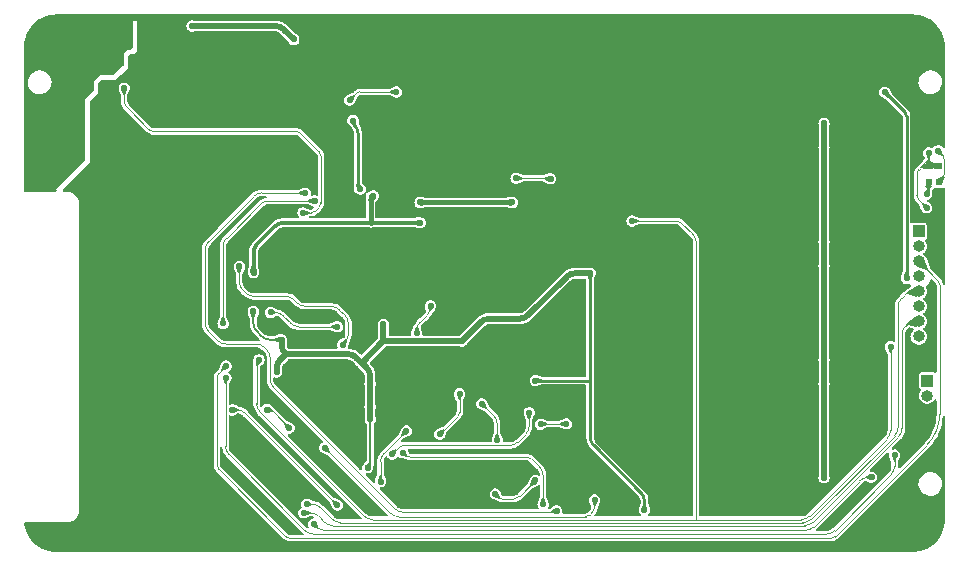
<source format=gbr>
%TF.GenerationSoftware,KiCad,Pcbnew,7.99.0-1761-g0fd2efa283*%
%TF.CreationDate,2023-08-22T00:04:27+03:00*%
%TF.ProjectId,Kampela_G2,4b616d70-656c-4615-9f47-322e6b696361,rev?*%
%TF.SameCoordinates,Original*%
%TF.FileFunction,Copper,L2,Bot*%
%TF.FilePolarity,Positive*%
%FSLAX46Y46*%
G04 Gerber Fmt 4.6, Leading zero omitted, Abs format (unit mm)*
G04 Created by KiCad (PCBNEW 7.99.0-1761-g0fd2efa283) date 2023-08-22 00:04:27*
%MOMM*%
%LPD*%
G01*
G04 APERTURE LIST*
%TA.AperFunction,ComponentPad*%
%ADD10R,1.000000X1.000000*%
%TD*%
%TA.AperFunction,ComponentPad*%
%ADD11O,1.000000X1.000000*%
%TD*%
%TA.AperFunction,ComponentPad*%
%ADD12C,0.600000*%
%TD*%
%TA.AperFunction,SMDPad,CuDef*%
%ADD13R,1.600000X0.900000*%
%TD*%
%TA.AperFunction,SMDPad,CuDef*%
%ADD14R,0.600000X0.600000*%
%TD*%
%TA.AperFunction,ViaPad*%
%ADD15C,0.550000*%
%TD*%
%TA.AperFunction,Conductor*%
%ADD16C,0.125000*%
%TD*%
%TA.AperFunction,Conductor*%
%ADD17C,0.200000*%
%TD*%
%TA.AperFunction,Conductor*%
%ADD18C,0.500000*%
%TD*%
%TA.AperFunction,Conductor*%
%ADD19C,0.250000*%
%TD*%
%TA.AperFunction,Conductor*%
%ADD20C,0.400000*%
%TD*%
%TA.AperFunction,Conductor*%
%ADD21C,0.350000*%
%TD*%
G04 APERTURE END LIST*
D10*
%TO.P,J7,1,Pin_1*%
%TO.N,Net-(J7-Pin_1)*%
X163710000Y-127960000D03*
D11*
%TO.P,J7,2,Pin_2*%
%TO.N,Net-(J7-Pin_2)*%
X163710000Y-129230000D03*
%TD*%
D10*
%TO.P,J6,1,Pin_1*%
%TO.N,+1V8*%
X162985000Y-115335001D03*
D11*
%TO.P,J6,2,Pin_2*%
%TO.N,/MCU/RX*%
X162985000Y-116605001D03*
%TO.P,J6,3,Pin_3*%
%TO.N,/MCU/TX*%
X162985000Y-117875001D03*
%TO.P,J6,4,Pin_4*%
%TO.N,GND*%
X162985000Y-119145001D03*
%TO.P,J6,5,Pin_5*%
%TO.N,/MCU/SWDIO*%
X162985000Y-120415001D03*
%TO.P,J6,6,Pin_6*%
%TO.N,/MCU/P_IN*%
X162985000Y-121685001D03*
%TO.P,J6,7,Pin_7*%
%TO.N,/MCU/SWDCK*%
X162985000Y-122955001D03*
%TO.P,J6,8,Pin_8*%
%TO.N,/MCU/P_GOOD*%
X162985000Y-124225001D03*
%TD*%
D12*
%TO.P,U3,9,PAD*%
%TO.N,GND*%
X137460000Y-113040000D03*
D13*
X136960000Y-113040000D03*
D12*
X136460000Y-113040000D03*
%TD*%
D14*
%TO.P,D12,1,A1*%
%TO.N,Net-(D12-A1)*%
X164660000Y-111190001D03*
%TO.P,D12,2,K1*%
%TO.N,/Cap Block/HV*%
X164660000Y-109790001D03*
%TO.P,D12,3,A2*%
%TO.N,Net-(D12-A2)*%
X163810000Y-111190001D03*
%TO.P,D12,4,K2*%
%TO.N,/Cap Block/HV*%
X163810000Y-109790001D03*
%TD*%
D15*
%TO.N,GND*%
X156960000Y-124710001D03*
X130580000Y-119491250D03*
X105500000Y-136310000D03*
X153510000Y-137760000D03*
X112561250Y-127266250D03*
X97960000Y-99210000D03*
X133960000Y-123710000D03*
X107630000Y-140560000D03*
X119120000Y-105830000D03*
X104460000Y-137445000D03*
X146960000Y-132210001D03*
X92510000Y-102460001D03*
X164560000Y-114135000D03*
X148960000Y-134710001D03*
X140960000Y-124710001D03*
X94140000Y-126661250D03*
X123180000Y-137670000D03*
X108270000Y-134840000D03*
X164760000Y-113210000D03*
X117920000Y-117840000D03*
X140710000Y-98710000D03*
X105480000Y-141995000D03*
X127410000Y-101875000D03*
X150960000Y-127210001D03*
X159960000Y-105210000D03*
X161900000Y-140270000D03*
X96360000Y-100935000D03*
X108199050Y-123466313D03*
X146960000Y-124710001D03*
X134000000Y-129180000D03*
X107870000Y-136130000D03*
X150960000Y-132210001D03*
X111090000Y-120860000D03*
X159010000Y-115010000D03*
X124100000Y-98775000D03*
X140960000Y-104710001D03*
X103330000Y-118690000D03*
X164860000Y-118810000D03*
X93460000Y-128960000D03*
X160830000Y-109305001D03*
X151960000Y-98710000D03*
X121540000Y-137440000D03*
X133880000Y-122530000D03*
X92285000Y-110710000D03*
X91410000Y-111685000D03*
X88130000Y-101080000D03*
X138710000Y-107550000D03*
X117650000Y-109475000D03*
X102770000Y-132465000D03*
X148960000Y-104710001D03*
X123275000Y-97559999D03*
X117620000Y-108325000D03*
X118220000Y-135820000D03*
X113270000Y-118060000D03*
X101650000Y-119390000D03*
X104550000Y-124020000D03*
X118410000Y-132360001D03*
X113860000Y-102390000D03*
X160760000Y-139340000D03*
X130590000Y-100415000D03*
X138960000Y-104710001D03*
X156960000Y-119710001D03*
X160610000Y-123910000D03*
X106490000Y-139550000D03*
X159090000Y-102245001D03*
X137710000Y-101210000D03*
X128800000Y-132550000D03*
X143960000Y-101210000D03*
X139050000Y-138115000D03*
X132560000Y-132350000D03*
X103320000Y-120110000D03*
X104150000Y-125420000D03*
X131850000Y-113130000D03*
X111200000Y-104870000D03*
X98310000Y-141371250D03*
X163870000Y-101090000D03*
X111530000Y-124700000D03*
X148960000Y-124710001D03*
X137960000Y-97710000D03*
X144960000Y-114710001D03*
X144960000Y-124710001D03*
X156960000Y-134710001D03*
X148960000Y-109710001D03*
X150960000Y-124710001D03*
X93498434Y-106009597D03*
X121550000Y-129100000D03*
X114770000Y-113320000D03*
X150960000Y-112210001D03*
X114780000Y-110460000D03*
X106520000Y-134620000D03*
X162835000Y-114010000D03*
X150960000Y-134710001D03*
X152960000Y-114710001D03*
X98860000Y-111310000D03*
X113810000Y-116981250D03*
X121660000Y-108230000D03*
X122330000Y-98640000D03*
X136460000Y-107460001D03*
X106820000Y-137650000D03*
X134870000Y-135415000D03*
X132570000Y-122630000D03*
X89240000Y-105730000D03*
X109650000Y-97384999D03*
X119960000Y-108270000D03*
X136550000Y-137650000D03*
X118940000Y-120380000D03*
X125370000Y-130820000D03*
X111520000Y-116110000D03*
X130560000Y-116680000D03*
X131190000Y-134370000D03*
X138790000Y-131230000D03*
X116370000Y-99325000D03*
X99840000Y-138191250D03*
X159960000Y-135210000D03*
X159700000Y-110035001D03*
X137690000Y-132675000D03*
X110636250Y-129191250D03*
X93750000Y-113120000D03*
X134250000Y-130470000D03*
X126780000Y-118430000D03*
X116370000Y-119990000D03*
X136260000Y-129440000D03*
X150960000Y-117210001D03*
X112220000Y-105130000D03*
X148960000Y-129710001D03*
X110150000Y-113341250D03*
X133850000Y-111960000D03*
X114940000Y-131370000D03*
X130650000Y-123910000D03*
X114330000Y-118270000D03*
X148960000Y-119710001D03*
X152960000Y-129710001D03*
X138590000Y-121950000D03*
X103630000Y-107670000D03*
X119300000Y-131240000D03*
X93220000Y-97655000D03*
X115860000Y-137820000D03*
X152960000Y-104710001D03*
X108350000Y-110080000D03*
X90010000Y-102160001D03*
X119310000Y-97705000D03*
X122960000Y-128310000D03*
X124610000Y-123285000D03*
X121400000Y-125750000D03*
X159910000Y-116860000D03*
X121340000Y-128050000D03*
X159085000Y-112160000D03*
X118320000Y-137021250D03*
X113523750Y-130153750D03*
X142960000Y-132210001D03*
X128560000Y-129240000D03*
X97590000Y-125031250D03*
X138690000Y-112890000D03*
X146960000Y-122210001D03*
X111598750Y-130153750D03*
X105170000Y-133530000D03*
X146960000Y-107210001D03*
X152960000Y-134710001D03*
X107290000Y-105155000D03*
X127960000Y-98460000D03*
X121330000Y-130390000D03*
X92980000Y-98665000D03*
X133910000Y-126950000D03*
X109460000Y-107460000D03*
X162710000Y-125460000D03*
X138810000Y-118940000D03*
X148960000Y-114710001D03*
X129540000Y-113741250D03*
X116860000Y-139131250D03*
X115959996Y-124509996D03*
X118175000Y-97309999D03*
X156960000Y-104710001D03*
X132070000Y-136560000D03*
X136010000Y-135525000D03*
X104030000Y-140971250D03*
X141560000Y-137935000D03*
X140960000Y-134710001D03*
X88860000Y-111210001D03*
X95830000Y-120051250D03*
X96990000Y-104775000D03*
X161510000Y-138380000D03*
X101830000Y-105785000D03*
X102070000Y-124580000D03*
X132560000Y-117320000D03*
X119720000Y-123160000D03*
X157735000Y-137685000D03*
X112561250Y-129191250D03*
X103350000Y-121570000D03*
X150960000Y-109710001D03*
X112561250Y-130153750D03*
X88860000Y-110310001D03*
X129140000Y-120860000D03*
X142960000Y-112210001D03*
X103330000Y-117170000D03*
X108960000Y-101460000D03*
X114535000Y-120035000D03*
X160610000Y-107410000D03*
X87560000Y-110310001D03*
X144960000Y-134710001D03*
X133940000Y-125480000D03*
X104780000Y-120320000D03*
X145710000Y-97710000D03*
X89230000Y-106730000D03*
X115770000Y-131500000D03*
X122890000Y-121570000D03*
X142960000Y-107210001D03*
X107290000Y-122640000D03*
X95610000Y-102410000D03*
X164210000Y-104465001D03*
X111598750Y-129191250D03*
X118720000Y-116570000D03*
X103220000Y-105580000D03*
X138580000Y-116810000D03*
X133310000Y-109480000D03*
X110250000Y-98084999D03*
X140960000Y-109710001D03*
X93960000Y-104710001D03*
X98660000Y-109610000D03*
X116400000Y-100109999D03*
X102190000Y-113371250D03*
X105730000Y-110675000D03*
X98710000Y-102710000D03*
X159090000Y-108955000D03*
X159710000Y-127210000D03*
X93260000Y-109135000D03*
X128360000Y-108620000D03*
X159960000Y-129710000D03*
X124940000Y-136470000D03*
X114750000Y-112175000D03*
X112770000Y-113920000D03*
X159710000Y-131960000D03*
X162210000Y-126460000D03*
X130900000Y-125300000D03*
X102770000Y-137425000D03*
X91460000Y-109460000D03*
X117610000Y-106875000D03*
X127210000Y-135830000D03*
X92360000Y-115710000D03*
X117250000Y-132280000D03*
X134320000Y-110670000D03*
X163960000Y-130960000D03*
X98160000Y-113910001D03*
X123760000Y-120710000D03*
X146960000Y-134710001D03*
X155880000Y-139700000D03*
X128730000Y-124790000D03*
X144960000Y-109710001D03*
X111210000Y-105960000D03*
X125060000Y-126630000D03*
X115180000Y-100104999D03*
X119030000Y-111990000D03*
X94210000Y-98695000D03*
X124460000Y-108730000D03*
X95360000Y-100635000D03*
X129450000Y-129330000D03*
X90040000Y-103820000D03*
X106260000Y-115350000D03*
X160660000Y-110785000D03*
X132560000Y-121210000D03*
X150135000Y-137785000D03*
X163950000Y-107155001D03*
X164860000Y-115910000D03*
X134430000Y-134035000D03*
X123970000Y-116530000D03*
X108210000Y-108585000D03*
X97110000Y-99810000D03*
X107710000Y-99960000D03*
X109060000Y-140010000D03*
X102760000Y-130485000D03*
X124440000Y-110010000D03*
X138150000Y-110770000D03*
X121040000Y-100245000D03*
X161120000Y-119035000D03*
X152960000Y-119710001D03*
X156960000Y-109710001D03*
X164300000Y-134440000D03*
X93210000Y-104680000D03*
X125910000Y-121810000D03*
X126660000Y-111420000D03*
X121335000Y-116485000D03*
X156960000Y-129710001D03*
X133600000Y-132760000D03*
X112270000Y-116520000D03*
X90223434Y-110584597D03*
X130950000Y-126880000D03*
X160610000Y-122660000D03*
X112480000Y-107985000D03*
X121410000Y-123300000D03*
X102760000Y-136035000D03*
X126560000Y-110010000D03*
X121335000Y-120660000D03*
X138750000Y-132750000D03*
X114670000Y-139291250D03*
X126200000Y-119920000D03*
X132820000Y-136760000D03*
X119090000Y-127380000D03*
X111598750Y-128228750D03*
X119280000Y-110290000D03*
X108160000Y-138940000D03*
X105010000Y-122550000D03*
X94460000Y-100210000D03*
X107140000Y-108315000D03*
X93810000Y-141051250D03*
X120630000Y-132150000D03*
X111030000Y-139935000D03*
X111360000Y-106810000D03*
X100580000Y-107645000D03*
X122760000Y-123660000D03*
X101410000Y-139185000D03*
X164210000Y-126710000D03*
X134260000Y-107621250D03*
X110636250Y-128228750D03*
X93210000Y-106960000D03*
X101850000Y-127190000D03*
X135050000Y-112030000D03*
X125950000Y-132880000D03*
X91210000Y-107410001D03*
X104450000Y-135115000D03*
X87560000Y-111110001D03*
X125497500Y-109252500D03*
X93270000Y-122491250D03*
X136680000Y-138960000D03*
X144960000Y-129710001D03*
X157130000Y-100955001D03*
X136590000Y-127610000D03*
X136170000Y-132460000D03*
X105080000Y-105830000D03*
X132560000Y-130350000D03*
X119780000Y-137220000D03*
X123730000Y-132190001D03*
X130220000Y-135600000D03*
X88230000Y-109260000D03*
X93260000Y-116910001D03*
X127290000Y-126330000D03*
X98280000Y-126881250D03*
X120980000Y-135710000D03*
X112410000Y-107250000D03*
X153010000Y-100935000D03*
X120520000Y-107410000D03*
X116800000Y-117090000D03*
X102650000Y-109641250D03*
X146960000Y-127210001D03*
X112385000Y-138010000D03*
X135390000Y-114020000D03*
X112270000Y-115351250D03*
X110640000Y-120360000D03*
X137210000Y-121460001D03*
X131760000Y-101410000D03*
X126270000Y-98075000D03*
X155010000Y-140350000D03*
X146960000Y-112210001D03*
X97110000Y-98785000D03*
X112150000Y-122755000D03*
X146960000Y-117210001D03*
X158810000Y-117160000D03*
X142960000Y-122210001D03*
X112561250Y-128228750D03*
X132500000Y-114350000D03*
X110636250Y-127266250D03*
X92510000Y-100560000D03*
X124960000Y-97460000D03*
X115100000Y-137250000D03*
X99940000Y-135511250D03*
X132720000Y-134190000D03*
X89860000Y-99760001D03*
X142960000Y-104710001D03*
X118750000Y-119500000D03*
X113810000Y-136010000D03*
X161460000Y-101205001D03*
X90010000Y-111260001D03*
X104700000Y-118730000D03*
X120825000Y-99209999D03*
X107140000Y-114390000D03*
X106210000Y-101460000D03*
X130150000Y-118030000D03*
X119780000Y-125680000D03*
X134100000Y-136170000D03*
X126830000Y-135150000D03*
X152960000Y-124710001D03*
X107049879Y-120235284D03*
X135785000Y-101460000D03*
X134210000Y-98710000D03*
X142960000Y-127210001D03*
X113523750Y-127266250D03*
X140960000Y-119710001D03*
X136970000Y-123580000D03*
X145760000Y-137710000D03*
X144960000Y-104710001D03*
X156960000Y-114710001D03*
X129390000Y-133770000D03*
X150960000Y-104710001D03*
X130980761Y-129359560D03*
X113523750Y-129191250D03*
X160300000Y-113275000D03*
X105390000Y-138440000D03*
X105000000Y-121255000D03*
X163180000Y-105835000D03*
X152960000Y-109710001D03*
X159210000Y-107485001D03*
X133880000Y-120030000D03*
X144960000Y-119710001D03*
X150960000Y-122210001D03*
X125010000Y-129920000D03*
X123640000Y-136670000D03*
X117960000Y-102035000D03*
X140960000Y-129710001D03*
X117960000Y-105780000D03*
X131060000Y-105435000D03*
X116620000Y-98045000D03*
X123700000Y-113735000D03*
X124490000Y-137350000D03*
X132530000Y-111680000D03*
X123440000Y-108320000D03*
X99650000Y-125131250D03*
X122840000Y-130480000D03*
X161210000Y-115260000D03*
X137770000Y-134255000D03*
X113523750Y-128228750D03*
X128810000Y-114670000D03*
X99660000Y-116910001D03*
X142960000Y-124710001D03*
X102880000Y-128435000D03*
X148460000Y-100960000D03*
X91210000Y-108410001D03*
X137630000Y-137045000D03*
X108690000Y-136740000D03*
X157210000Y-97710000D03*
X134130000Y-116800000D03*
X111598750Y-127266250D03*
X130960000Y-97710000D03*
X138500000Y-126050000D03*
X101840000Y-116130000D03*
X125350000Y-125090000D03*
X120960000Y-126850000D03*
X128450000Y-117200000D03*
X159630000Y-119065000D03*
X115300000Y-117430000D03*
X129730000Y-104125000D03*
X112280000Y-119750000D03*
X128930000Y-119550000D03*
X111050000Y-108385000D03*
X132560000Y-124730000D03*
X132590000Y-127010000D03*
X163420000Y-139151250D03*
X104760000Y-113210001D03*
X92910000Y-109960000D03*
X110681684Y-130108316D03*
X105310000Y-116330000D03*
X150960000Y-107210001D03*
X160620000Y-100005001D03*
%TO.N,+1V8*%
X116530000Y-130190000D03*
X124310000Y-124610000D03*
X130520000Y-127960000D03*
X117660000Y-123210000D03*
X106636686Y-122103318D03*
X108620006Y-127230000D03*
X116326684Y-135343316D03*
X109035058Y-124501690D03*
X135160000Y-118885000D03*
X116530000Y-128225000D03*
X116540000Y-131210000D03*
X139760000Y-138935000D03*
%TO.N,/Cap Block/HV*%
X154960000Y-118235001D03*
X154960000Y-126185001D03*
X154960000Y-116210015D03*
X163810000Y-108685001D03*
X163650000Y-113325001D03*
X154960000Y-108210001D03*
X154960000Y-128235001D03*
X154960000Y-106185001D03*
X154960000Y-136185001D03*
%TO.N,Net-(JP11-B)*%
X110070000Y-99085000D03*
X101462501Y-97947501D03*
%TO.N,+2V8*%
X106660000Y-118819998D03*
X120760000Y-112885000D03*
X128569995Y-112884995D03*
X116800000Y-112325000D03*
X120760000Y-114600000D03*
%TO.N,/MCU/P_GOOD*%
X160600000Y-125079999D03*
X107120000Y-126200000D03*
X138709994Y-114460000D03*
%TO.N,/Display/2V8_EN*%
X133140004Y-131630000D03*
X131820000Y-110874998D03*
X130960000Y-131675000D03*
X128890000Y-110840000D03*
%TO.N,/Display/PREVGL*%
X118760000Y-103540000D03*
X114787901Y-104227902D03*
%TO.N,/Display/PREVGH*%
X115710000Y-111755000D03*
X115095000Y-105955000D03*
%TO.N,Net-(D1-common)*%
X110850000Y-113755000D03*
X95710000Y-103210000D03*
%TO.N,/MCU/RX*%
X160930000Y-134270001D03*
X104330000Y-127735000D03*
%TO.N,/MCU/TX*%
X104330000Y-126735000D03*
%TO.N,/MCU/SWDIO*%
X111160000Y-138445000D03*
%TO.N,/MCU/SWDCK*%
X110900000Y-139165000D03*
%TO.N,/Display/E_BUSY*%
X111840000Y-112760000D03*
X104080000Y-123130000D03*
%TO.N,/Display/E_RES*%
X132330000Y-138985000D03*
X111040000Y-112120000D03*
%TO.N,/Display/T_INT*%
X104860000Y-130460000D03*
X113760000Y-138525000D03*
%TO.N,/Display/T_SDA*%
X125990000Y-129930000D03*
X127289653Y-132998000D03*
%TO.N,/Display/SDA*%
X118400000Y-134190000D03*
X130000000Y-130690000D03*
%TO.N,/Display/RES*%
X135539998Y-138085000D03*
X112700000Y-133640000D03*
%TO.N,/MCU/~{MCU_OK}*%
X158990000Y-136155000D03*
X111770000Y-140115000D03*
%TO.N,/MCU/DATA*%
X124110000Y-129070000D03*
X122430000Y-132480000D03*
%TO.N,/Display/E_SDI*%
X108118634Y-122197000D03*
X113750000Y-123402000D03*
%TO.N,Net-(D12-A1)*%
X164620000Y-108505001D03*
%TO.N,Net-(D7-A)*%
X161950000Y-119310001D03*
X160106010Y-103547677D03*
%TO.N,Net-(D12-A2)*%
X163660000Y-112175001D03*
%TO.N,/Display/T_RES*%
X130530000Y-136420000D03*
X127140000Y-137570001D03*
%TO.N,/Display/RES_TC*%
X131180000Y-138440000D03*
X119290000Y-134080000D03*
%TO.N,/Display/E_MISO*%
X105460000Y-118300000D03*
X114205000Y-124925000D03*
%TO.N,Net-(U6-PB00)*%
X117410000Y-136520000D03*
X107814187Y-130421746D03*
X109670000Y-131970000D03*
X119610000Y-132230000D03*
X120470000Y-123950000D03*
X121660000Y-121630000D03*
%TD*%
D16*
%TO.N,GND*%
X112150000Y-122755000D02*
X111354214Y-122755000D01*
X113811618Y-130241618D02*
X114940000Y-131370000D01*
X109025786Y-121255000D02*
X105000000Y-121255000D01*
X113523750Y-130153750D02*
X113599486Y-130153750D01*
X110647107Y-122462107D02*
X109732893Y-121547893D01*
X110647100Y-122462114D02*
G75*
G03*
X111354214Y-122755000I707100J707114D01*
G01*
X109732900Y-121547886D02*
G75*
G03*
X109025786Y-121255000I-707100J-707114D01*
G01*
X113811615Y-130241621D02*
G75*
G03*
X113599486Y-130153750I-212115J-212079D01*
G01*
D17*
%TO.N,+1V8*%
X107333797Y-124208797D02*
X106929579Y-123804579D01*
X116326684Y-135341227D02*
X116326684Y-135343316D01*
D18*
X117660000Y-124610000D02*
X124310000Y-124610000D01*
D17*
X116530000Y-130950000D02*
X116530000Y-131200000D01*
D18*
X116530000Y-128540000D02*
X116530000Y-128225000D01*
X109400000Y-125720000D02*
X109327951Y-125647951D01*
X116530000Y-128540000D02*
X116530000Y-127594214D01*
X109400000Y-125720000D02*
X108912899Y-126207101D01*
X109610000Y-125720000D02*
X109400000Y-125720000D01*
X124310000Y-124610000D02*
X125917107Y-123002893D01*
X109610000Y-125720000D02*
X114655786Y-125720000D01*
D17*
X106636686Y-123097472D02*
X106636686Y-122103318D01*
D19*
X135160000Y-118885000D02*
X135160000Y-127970000D01*
X135160000Y-127970000D02*
X135160000Y-132750786D01*
D18*
X116530000Y-129070000D02*
X116530000Y-131200000D01*
D17*
X116530000Y-130710000D02*
X116530000Y-134932893D01*
D18*
X109035058Y-124940844D02*
X109035058Y-124501690D01*
D19*
X135150000Y-127960000D02*
X135160000Y-127970000D01*
X139760000Y-138179214D02*
X139760000Y-138935000D01*
D18*
X116237107Y-126887107D02*
X115810000Y-126460000D01*
X116530000Y-129070000D02*
X116530000Y-128540000D01*
X116530000Y-130710000D02*
X116530000Y-129070000D01*
D17*
X109035058Y-124501690D02*
X108040904Y-124501690D01*
D18*
X116530000Y-131200000D02*
X116540000Y-131210000D01*
X126624214Y-122710000D02*
X129215025Y-122710000D01*
D17*
X116530000Y-130190000D02*
X116530000Y-130950000D01*
D18*
X115362893Y-126012893D02*
X115810000Y-126460000D01*
X117660000Y-124610000D02*
X117660000Y-123210000D01*
D17*
X116530000Y-128225000D02*
X116530000Y-130190000D01*
D19*
X135452893Y-133457893D02*
X139467107Y-137472107D01*
D18*
X129922132Y-122417107D02*
X133161346Y-119177893D01*
X133868453Y-118885000D02*
X135160000Y-118885000D01*
X116530000Y-130950000D02*
X116530000Y-130710000D01*
X115810000Y-126460000D02*
X117660000Y-124610000D01*
X108620006Y-126914208D02*
X108620006Y-127230000D01*
D19*
X130520000Y-127960000D02*
X135150000Y-127960000D01*
D17*
X116428917Y-135238994D02*
X116326684Y-135341227D01*
D18*
X108912896Y-126207098D02*
G75*
G03*
X108620006Y-126914208I707104J-707102D01*
G01*
D19*
X139759990Y-138179214D02*
G75*
G03*
X139467107Y-137472107I-999990J14D01*
G01*
D17*
X116428929Y-135239002D02*
G75*
G03*
X116529999Y-134932893I-426929J310702D01*
G01*
D18*
X115362900Y-126012886D02*
G75*
G03*
X114655786Y-125720000I-707100J-707114D01*
G01*
D17*
X106636710Y-123097472D02*
G75*
G03*
X106929579Y-123804579I999990J-28D01*
G01*
D18*
X109035039Y-124940844D02*
G75*
G03*
X109327951Y-125647951I1000061J44D01*
G01*
D19*
X135160010Y-132750786D02*
G75*
G03*
X135452893Y-133457893I999990J-14D01*
G01*
D17*
X107333797Y-124208797D02*
G75*
G03*
X108040904Y-124501690I707103J707097D01*
G01*
D18*
X129215025Y-122710017D02*
G75*
G03*
X129922131Y-122417106I-25J1000017D01*
G01*
X116529990Y-127594214D02*
G75*
G03*
X116237107Y-126887107I-999990J14D01*
G01*
X133868453Y-118884967D02*
G75*
G03*
X133161346Y-119177893I47J-1000033D01*
G01*
X126624214Y-122710010D02*
G75*
G03*
X125917107Y-123002893I-14J-999990D01*
G01*
D16*
%TO.N,/Cap Block/HV*%
X162820000Y-112287894D02*
X162820000Y-110482108D01*
D18*
X154960000Y-126185001D02*
X154960000Y-118235001D01*
D16*
X163650000Y-113325001D02*
X162966446Y-112641447D01*
X163512107Y-109790001D02*
X163810000Y-109790001D01*
D18*
X154960000Y-108210001D02*
X154960000Y-116210015D01*
X154960000Y-128235001D02*
X154960000Y-126185001D01*
X154960000Y-118235001D02*
X154960000Y-116210015D01*
X154960000Y-136185001D02*
X154960000Y-128235001D01*
D16*
X163810000Y-109790001D02*
X163810000Y-108685001D01*
X162966447Y-110128554D02*
X163158554Y-109936447D01*
D18*
X154960000Y-108210001D02*
X154960000Y-106185001D01*
D16*
X163810000Y-109790001D02*
X164660000Y-109790001D01*
X162820005Y-112287894D02*
G75*
G03*
X162966447Y-112641446I499995J-6D01*
G01*
X163512107Y-109790006D02*
G75*
G03*
X163158554Y-109936447I-7J-499994D01*
G01*
X162966443Y-110128550D02*
G75*
G03*
X162820000Y-110482108I353557J-353550D01*
G01*
D18*
%TO.N,Net-(JP11-B)*%
X101462501Y-97947501D02*
X108518287Y-97947501D01*
X109225394Y-98240394D02*
X110070000Y-99085000D01*
X109225400Y-98240388D02*
G75*
G03*
X108518287Y-97947501I-707100J-707112D01*
G01*
D20*
%TO.N,+2V8*%
X120760000Y-112885000D02*
X128569990Y-112885000D01*
D21*
X106952893Y-116422107D02*
X108482107Y-114892893D01*
X109189214Y-114600000D02*
X116580000Y-114600000D01*
X106660000Y-118819998D02*
X106660000Y-117129214D01*
X116580000Y-114600000D02*
X120760000Y-114600000D01*
D20*
X116580000Y-112355000D02*
X116580000Y-114600000D01*
X128569990Y-112885000D02*
X128569995Y-112884995D01*
D21*
X106952886Y-116422100D02*
G75*
G03*
X106660000Y-117129214I707114J-707100D01*
G01*
X109189214Y-114600010D02*
G75*
G03*
X108482107Y-114892893I-14J-999990D01*
G01*
D16*
%TO.N,/MCU/P_GOOD*%
X116744214Y-139735000D02*
X153030786Y-139735000D01*
X107212893Y-130617893D02*
X116037107Y-139442107D01*
X106920000Y-126607107D02*
X106920000Y-129910786D01*
X160600000Y-132165785D02*
X160600000Y-125079999D01*
X138709994Y-114460000D02*
X142517893Y-114460000D01*
X144150000Y-116299214D02*
X144150000Y-139735000D01*
X107120000Y-126200000D02*
X107066447Y-126253553D01*
X153737893Y-139442107D02*
X160307107Y-132872892D01*
X142871447Y-114606447D02*
X143857107Y-115592107D01*
X160307114Y-132872899D02*
G75*
G03*
X160600000Y-132165785I-707114J707099D01*
G01*
X153030786Y-139734990D02*
G75*
G03*
X153737893Y-139442107I14J999990D01*
G01*
X116037100Y-139442114D02*
G75*
G03*
X116744214Y-139735000I707100J707114D01*
G01*
X107066444Y-126253550D02*
G75*
G03*
X106920000Y-126607107I353556J-353550D01*
G01*
X142871450Y-114606444D02*
G75*
G03*
X142517893Y-114460000I-353550J-353556D01*
G01*
X106920010Y-129910786D02*
G75*
G03*
X107212893Y-130617893I999990J-14D01*
G01*
X144149990Y-116299214D02*
G75*
G03*
X143857107Y-115592107I-999990J14D01*
G01*
%TO.N,/Display/2V8_EN*%
X128890000Y-110840000D02*
X131743581Y-110840000D01*
X133140004Y-131630000D02*
X131005000Y-131630000D01*
X131814292Y-110869290D02*
X131820000Y-110874998D01*
X131005000Y-131630000D02*
X130960000Y-131675000D01*
X131814302Y-110869280D02*
G75*
G03*
X131743581Y-110840000I-70702J-70720D01*
G01*
%TO.N,/Display/PREVGL*%
X115647300Y-103511656D02*
X118731656Y-103511656D01*
X114787901Y-104227902D02*
X115359355Y-103656448D01*
X118731656Y-103511656D02*
X118760000Y-103540000D01*
X115647298Y-103511643D02*
G75*
G03*
X115359355Y-103656448I81102J-519957D01*
G01*
D19*
%TO.N,/Display/PREVGH*%
X114875000Y-105985000D02*
X115197107Y-106307107D01*
X115490000Y-107014214D02*
X115490000Y-111785000D01*
X115489985Y-107014214D02*
G75*
G03*
X115197107Y-106307107I-1000485J-186D01*
G01*
D16*
%TO.N,Net-(D1-common)*%
X111518679Y-113755000D02*
X110850000Y-113755000D01*
X96002893Y-104912893D02*
X97811054Y-106721055D01*
X110633021Y-107013948D02*
X112215471Y-108596398D01*
X112215470Y-113265316D02*
X111872232Y-113608554D01*
X112361917Y-108949951D02*
X112361917Y-112911762D01*
X95710000Y-104205786D02*
X95710000Y-103210000D01*
X98164607Y-106867501D02*
X110279467Y-106867501D01*
X110633037Y-107013932D02*
G75*
G03*
X110279467Y-106867501I-353537J-353568D01*
G01*
X112361946Y-108949951D02*
G75*
G03*
X112215470Y-108596399I-500046J-49D01*
G01*
X95710010Y-104205786D02*
G75*
G03*
X96002893Y-104912893I999990J-14D01*
G01*
X112215492Y-113265338D02*
G75*
G03*
X112361917Y-112911762I-353592J353538D01*
G01*
X97811050Y-106721059D02*
G75*
G03*
X98164607Y-106867501I353550J353559D01*
G01*
X111518679Y-113754985D02*
G75*
G03*
X111872232Y-113608554I21J499985D01*
G01*
%TO.N,/MCU/RX*%
X104330000Y-127735000D02*
X104287500Y-127777500D01*
X160930000Y-135203593D02*
X160930000Y-134270001D01*
X104287500Y-127777500D02*
X104287500Y-133511093D01*
X155876144Y-140671663D02*
X160637107Y-135910700D01*
X104580393Y-134218200D02*
X111033856Y-140671663D01*
X111740963Y-140964556D02*
X155169037Y-140964556D01*
X160637110Y-135910703D02*
G75*
G03*
X160930000Y-135203593I-707110J707103D01*
G01*
X155169037Y-140964595D02*
G75*
G03*
X155876144Y-140671663I-37J999995D01*
G01*
X111033884Y-140671635D02*
G75*
G03*
X111740963Y-140964556I707116J707035D01*
G01*
X104287505Y-133511093D02*
G75*
G03*
X104580393Y-134218200I999995J-7D01*
G01*
%TO.N,/MCU/TX*%
X155913312Y-141178109D02*
X163674462Y-133416959D01*
X164603109Y-119493110D02*
X162985000Y-117875001D01*
X103718947Y-135480368D02*
X109416689Y-141178110D01*
X103572500Y-127699607D02*
X103572500Y-135126814D01*
X109770242Y-141324556D02*
X155559758Y-141324556D01*
X104330000Y-126735000D02*
X103718946Y-127346054D01*
X164749556Y-130821452D02*
X164749556Y-119846664D01*
X109416677Y-141178122D02*
G75*
G03*
X109770242Y-141324556I353523J353522D01*
G01*
X155559758Y-141324539D02*
G75*
G03*
X155913312Y-141178109I42J499939D01*
G01*
X103572490Y-135126814D02*
G75*
G03*
X103718947Y-135480368I500010J14D01*
G01*
X103718943Y-127346051D02*
G75*
G03*
X103572500Y-127699607I353557J-353549D01*
G01*
X164749594Y-119846664D02*
G75*
G03*
X164603109Y-119493110I-499994J-36D01*
G01*
X163674477Y-133416974D02*
G75*
G03*
X164749556Y-130821452I-2595477J2595474D01*
G01*
%TO.N,/MCU/SWDIO*%
X161234176Y-131911610D02*
X161234176Y-121710039D01*
X114014713Y-139985499D02*
X153160287Y-139985499D01*
X112352893Y-138737893D02*
X113307606Y-139692606D01*
X161527069Y-121002932D02*
X161822107Y-120707894D01*
X111160000Y-138445000D02*
X111645786Y-138445000D01*
X153867394Y-139692606D02*
X160941283Y-132618717D01*
X112352900Y-138737886D02*
G75*
G03*
X111645786Y-138445000I-707100J-707114D01*
G01*
X160941273Y-132618707D02*
G75*
G03*
X161234176Y-131911610I-707073J707107D01*
G01*
X162529214Y-120415011D02*
G75*
G03*
X161822107Y-120707894I-14J-999989D01*
G01*
X153160287Y-139985490D02*
G75*
G03*
X153867394Y-139692606I13J999990D01*
G01*
X161527045Y-121002908D02*
G75*
G03*
X161234176Y-121710039I707155J-707092D01*
G01*
X113307600Y-139692612D02*
G75*
G03*
X114014713Y-139985499I707100J707112D01*
G01*
%TO.N,/MCU/SWDCK*%
X113364214Y-140235000D02*
X153335786Y-140235000D01*
X161852893Y-123347108D02*
X161952107Y-123247894D01*
X110900000Y-139165000D02*
X111465786Y-139165000D01*
X112172893Y-139457893D02*
X112657107Y-139942107D01*
X154042893Y-139942107D02*
X161267107Y-132717893D01*
X161560000Y-132010786D02*
X161560000Y-124054215D01*
X161267134Y-132717920D02*
G75*
G03*
X161560000Y-132010786I-707234J707120D01*
G01*
X112172900Y-139457886D02*
G75*
G03*
X111465786Y-139165000I-707100J-707114D01*
G01*
X112657100Y-139942114D02*
G75*
G03*
X113364214Y-140235000I707100J707114D01*
G01*
X153335786Y-140234990D02*
G75*
G03*
X154042893Y-139942107I14J999990D01*
G01*
X161852886Y-123347101D02*
G75*
G03*
X161560000Y-124054215I707114J-707099D01*
G01*
X162659214Y-122955011D02*
G75*
G03*
X161952107Y-123247894I-14J-999989D01*
G01*
%TO.N,/Display/E_BUSY*%
X104080000Y-123130000D02*
X104080000Y-116604214D01*
X104372893Y-115897107D02*
X107217107Y-113052893D01*
X107924214Y-112760000D02*
X111840000Y-112760000D01*
X107924214Y-112759974D02*
G75*
G03*
X107217108Y-113052894I286J-1000626D01*
G01*
X104372886Y-115897100D02*
G75*
G03*
X104080000Y-116604214I707114J-707100D01*
G01*
%TO.N,/Display/E_RES*%
X110897157Y-112060000D02*
X107394214Y-112060000D01*
X108070000Y-127845786D02*
X108070000Y-126064214D01*
X107777107Y-125357107D02*
X107582893Y-125162893D01*
X104334214Y-124870000D02*
X106875786Y-124870000D01*
X108362893Y-128552893D02*
X118627107Y-138817107D01*
X102862893Y-123812893D02*
X103627107Y-124577107D01*
X132292868Y-139022132D02*
X132330000Y-138985000D01*
X106687107Y-112352893D02*
X102862893Y-116177107D01*
X111040000Y-112120000D02*
X111038578Y-112118578D01*
X102570000Y-116884214D02*
X102570000Y-123105786D01*
X119334214Y-139110000D02*
X132080736Y-139110000D01*
X102570010Y-123105786D02*
G75*
G03*
X102862893Y-123812893I999990J-14D01*
G01*
X107394214Y-112059974D02*
G75*
G03*
X106687108Y-112352894I286J-1000626D01*
G01*
X111038599Y-112118557D02*
G75*
G03*
X110897157Y-112060000I-141399J-141443D01*
G01*
X118627100Y-138817114D02*
G75*
G03*
X119334214Y-139110000I707100J707114D01*
G01*
X102862886Y-116177100D02*
G75*
G03*
X102570000Y-116884214I707114J-707100D01*
G01*
X132080736Y-139110025D02*
G75*
G03*
X132292868Y-139022132I-36J300025D01*
G01*
X108069990Y-126064214D02*
G75*
G03*
X107777107Y-125357107I-999990J14D01*
G01*
X103627100Y-124577114D02*
G75*
G03*
X104334214Y-124870000I707100J707114D01*
G01*
X108070010Y-127845786D02*
G75*
G03*
X108362893Y-128552893I999990J-14D01*
G01*
X107582900Y-125162886D02*
G75*
G03*
X106875786Y-124870000I-707100J-707114D01*
G01*
%TO.N,/Display/T_INT*%
X113760000Y-138525000D02*
X105987893Y-130752893D01*
X105280786Y-130460000D02*
X104860000Y-130460000D01*
X105987900Y-130752886D02*
G75*
G03*
X105280786Y-130460000I-707100J-707114D01*
G01*
%TO.N,/Display/T_SDA*%
X125990000Y-129930000D02*
X126996760Y-130936760D01*
X127289653Y-131643867D02*
X127289653Y-132998000D01*
X127289690Y-131643867D02*
G75*
G03*
X126996760Y-130936760I-999990J-33D01*
G01*
%TO.N,/Display/SDA*%
X130000000Y-130690000D02*
X130000000Y-131785786D01*
X129707107Y-132492893D02*
X129032893Y-133167107D01*
X128325786Y-133460000D02*
X119337107Y-133460000D01*
X118983553Y-133606447D02*
X118400000Y-134190000D01*
X129707114Y-132492900D02*
G75*
G03*
X130000000Y-131785786I-707114J707100D01*
G01*
X128325786Y-133459990D02*
G75*
G03*
X129032893Y-133167107I14J999990D01*
G01*
X119337107Y-133460005D02*
G75*
G03*
X118983553Y-133606447I-7J-499995D01*
G01*
%TO.N,/Display/RES*%
X118959214Y-139485000D02*
X134792893Y-139485000D01*
X135146447Y-139338553D02*
X135247105Y-139237895D01*
X112700000Y-133640000D02*
X118252107Y-139192107D01*
X135539998Y-138530788D02*
X135539998Y-138085000D01*
X135247110Y-139237900D02*
G75*
G03*
X135539998Y-138530788I-707110J707100D01*
G01*
X134792893Y-139484995D02*
G75*
G03*
X135146447Y-139338553I7J499995D01*
G01*
X118252100Y-139192114D02*
G75*
G03*
X118959214Y-139485000I707100J707114D01*
G01*
%TO.N,/MCU/~{MCU_OK}*%
X154087893Y-140352107D02*
X157992107Y-136447893D01*
X112714214Y-140645000D02*
X153380786Y-140645000D01*
X158699214Y-136155000D02*
X158990000Y-136155000D01*
X111770000Y-140115000D02*
X112007107Y-140352107D01*
X158699214Y-136155010D02*
G75*
G03*
X157992107Y-136447893I-14J-999990D01*
G01*
X153380786Y-140644990D02*
G75*
G03*
X154087893Y-140352107I14J999990D01*
G01*
X112007100Y-140352114D02*
G75*
G03*
X112714214Y-140645000I707100J707114D01*
G01*
%TO.N,/MCU/DATA*%
X122430000Y-132480000D02*
X123963553Y-130946447D01*
X124108345Y-130658502D02*
X124108345Y-129071655D01*
X124108345Y-129071655D02*
X124110000Y-129070000D01*
X123963543Y-130946437D02*
G75*
G03*
X124108345Y-130658502I-375143J369037D01*
G01*
%TO.N,/Display/E_SDI*%
X108477786Y-122197000D02*
X108118634Y-122197000D01*
X113750000Y-123402000D02*
X110511214Y-123402000D01*
X109804107Y-123109107D02*
X109184893Y-122489893D01*
X109804100Y-123109114D02*
G75*
G03*
X110511214Y-123402000I707100J707114D01*
G01*
X109184900Y-122489886D02*
G75*
G03*
X108477786Y-122197000I-707100J-707114D01*
G01*
%TO.N,Net-(D12-A1)*%
X164660000Y-111190001D02*
X165001054Y-110848947D01*
X165147500Y-110495394D02*
X165147500Y-109239608D01*
X165001053Y-108886054D02*
X164620000Y-108505001D01*
X165001057Y-110848950D02*
G75*
G03*
X165147500Y-110495394I-353557J353550D01*
G01*
X165147494Y-109239608D02*
G75*
G03*
X165001053Y-108886054I-499994J8D01*
G01*
D19*
%TO.N,Net-(D7-A)*%
X161803553Y-105245220D02*
X160106010Y-103547677D01*
X161950000Y-119310001D02*
X161950000Y-105598774D01*
X161950018Y-105598774D02*
G75*
G03*
X161803553Y-105245220I-500018J-26D01*
G01*
D16*
%TO.N,Net-(D12-A2)*%
X163663553Y-112171448D02*
X163660000Y-112175001D01*
X163810000Y-111190001D02*
X163810000Y-111817894D01*
X163663556Y-112171451D02*
G75*
G03*
X163810000Y-111817894I-353556J353551D01*
G01*
%TO.N,/Display/T_RES*%
X127445954Y-137875955D02*
X127140000Y-137570001D01*
X128609571Y-138022402D02*
X127799508Y-138022402D01*
X130530000Y-136420000D02*
X129218393Y-137731607D01*
X128609570Y-138022396D02*
G75*
G03*
X129218392Y-137731606I-112270J1017796D01*
G01*
X127445950Y-137875959D02*
G75*
G03*
X127799508Y-138022402I353550J353559D01*
G01*
%TO.N,/Display/RES_TC*%
X130196447Y-134606447D02*
X130887107Y-135297107D01*
X119432843Y-134140000D02*
X119606397Y-134313554D01*
X131180000Y-136004214D02*
X131180000Y-138440000D01*
X119959950Y-134460000D02*
X129842893Y-134460000D01*
X119290000Y-134080000D02*
X119291422Y-134081422D01*
X119291401Y-134081443D02*
G75*
G03*
X119432843Y-134140000I141399J141443D01*
G01*
X131179990Y-136004214D02*
G75*
G03*
X130887107Y-135297107I-999990J14D01*
G01*
X130196450Y-134606444D02*
G75*
G03*
X129842893Y-134460000I-353550J-353556D01*
G01*
X119606422Y-134313529D02*
G75*
G03*
X119959950Y-134460000I353578J353529D01*
G01*
%TO.N,/Display/E_MISO*%
X113230786Y-121680000D02*
X111064214Y-121680000D01*
X109395786Y-120840000D02*
X106704214Y-120840000D01*
X114693553Y-124022233D02*
X114693553Y-123142767D01*
X114205000Y-124925000D02*
X114400660Y-124729340D01*
X105997107Y-120547107D02*
X105752893Y-120302893D01*
X114400660Y-122435660D02*
X113937893Y-121972893D01*
X105460000Y-119595786D02*
X105460000Y-118300000D01*
X110357107Y-121387107D02*
X110102893Y-121132893D01*
X114693590Y-123142767D02*
G75*
G03*
X114400660Y-122435660I-999990J-33D01*
G01*
X110102900Y-121132886D02*
G75*
G03*
X109395786Y-120840000I-707100J-707114D01*
G01*
X105997100Y-120547114D02*
G75*
G03*
X106704214Y-120840000I707100J707114D01*
G01*
X114400634Y-124729314D02*
G75*
G03*
X114693553Y-124022233I-707034J707114D01*
G01*
X110357100Y-121387114D02*
G75*
G03*
X111064214Y-121680000I707100J707114D01*
G01*
X105460010Y-119595786D02*
G75*
G03*
X105752893Y-120302893I999990J-14D01*
G01*
X113937900Y-121972886D02*
G75*
G03*
X113230786Y-121680000I-707100J-707114D01*
G01*
%TO.N,Net-(U6-PB00)*%
X119610000Y-132230000D02*
X117702893Y-134137107D01*
X120470000Y-123714214D02*
X120470000Y-123950000D01*
X117410000Y-134844214D02*
X117410000Y-136520000D01*
X121660000Y-121630000D02*
X121660000Y-121695786D01*
X121367107Y-122402893D02*
X120762893Y-123007107D01*
X108268193Y-130568193D02*
X109670000Y-131970000D01*
X107814187Y-130421746D02*
X107914639Y-130421746D01*
X121367114Y-122402900D02*
G75*
G03*
X121660000Y-121695786I-707114J707100D01*
G01*
X108268164Y-130568222D02*
G75*
G03*
X107914639Y-130421746I-353564J-353478D01*
G01*
X117702886Y-134137100D02*
G75*
G03*
X117410000Y-134844214I707114J-707100D01*
G01*
X120762886Y-123007100D02*
G75*
G03*
X120470000Y-123714214I707114J-707100D01*
G01*
%TD*%
%TA.AperFunction,Conductor*%
%TO.N,GND*%
G36*
X162461386Y-96960577D02*
G01*
X162765083Y-96977632D01*
X162770572Y-96978251D01*
X163069095Y-97028972D01*
X163074474Y-97030200D01*
X163365433Y-97114024D01*
X163370673Y-97115858D01*
X163650394Y-97231722D01*
X163655394Y-97234129D01*
X163920391Y-97380588D01*
X163925088Y-97383540D01*
X164172016Y-97558744D01*
X164176354Y-97562203D01*
X164402121Y-97763961D01*
X164406038Y-97767878D01*
X164566561Y-97947503D01*
X164607792Y-97993640D01*
X164611255Y-97997983D01*
X164786459Y-98244911D01*
X164789415Y-98249615D01*
X164935867Y-98514600D01*
X164938277Y-98519605D01*
X165054141Y-98799326D01*
X165055976Y-98804569D01*
X165061944Y-98825284D01*
X165136766Y-99084997D01*
X165139795Y-99095509D01*
X165141029Y-99100917D01*
X165161320Y-99220337D01*
X165191746Y-99399411D01*
X165192367Y-99404932D01*
X165209422Y-99708608D01*
X165209500Y-99711384D01*
X165209500Y-108196562D01*
X165190593Y-108254753D01*
X165141093Y-108290717D01*
X165079907Y-108290717D01*
X165030407Y-108254753D01*
X165027215Y-108250083D01*
X165024133Y-108245287D01*
X165024130Y-108245283D01*
X164934589Y-108141946D01*
X164819561Y-108068023D01*
X164764372Y-108051818D01*
X164688368Y-108029501D01*
X164688367Y-108029501D01*
X164551633Y-108029501D01*
X164551631Y-108029501D01*
X164420441Y-108068022D01*
X164420439Y-108068022D01*
X164420439Y-108068023D01*
X164305411Y-108141946D01*
X164305410Y-108141946D01*
X164305410Y-108141947D01*
X164215868Y-108245285D01*
X164215548Y-108245987D01*
X164215112Y-108246461D01*
X164212042Y-108251239D01*
X164211214Y-108250707D01*
X164174170Y-108291060D01*
X164114202Y-108303203D01*
X164071979Y-108288136D01*
X164009561Y-108248023D01*
X164009558Y-108248022D01*
X163878368Y-108209501D01*
X163878367Y-108209501D01*
X163741633Y-108209501D01*
X163741631Y-108209501D01*
X163610441Y-108248022D01*
X163610439Y-108248022D01*
X163610439Y-108248023D01*
X163495411Y-108321946D01*
X163495410Y-108321946D01*
X163495410Y-108321947D01*
X163405868Y-108425285D01*
X163349069Y-108549655D01*
X163349067Y-108549663D01*
X163329610Y-108684998D01*
X163329610Y-108685003D01*
X163349067Y-108820338D01*
X163349069Y-108820343D01*
X163362514Y-108849785D01*
X163369279Y-108870245D01*
X163371869Y-108882380D01*
X163371871Y-108882388D01*
X163399500Y-108946534D01*
X163474303Y-109120205D01*
X163474304Y-109120206D01*
X163479958Y-109181130D01*
X163461000Y-109220818D01*
X163355333Y-109354293D01*
X163336844Y-109387923D01*
X163334625Y-109391575D01*
X163321131Y-109411770D01*
X163318908Y-109417139D01*
X163294968Y-109451651D01*
X163062826Y-109668156D01*
X163060472Y-109670683D01*
X163060295Y-109670518D01*
X163060293Y-109670520D01*
X163060265Y-109670490D01*
X163059983Y-109670227D01*
X163042593Y-109686067D01*
X163025728Y-109697336D01*
X163025725Y-109697338D01*
X162992838Y-109730222D01*
X162992836Y-109730226D01*
X162813272Y-109909788D01*
X162813268Y-109909793D01*
X162813268Y-109909794D01*
X162813267Y-109909795D01*
X162809474Y-109913587D01*
X162809457Y-109913596D01*
X162727339Y-109995716D01*
X162727333Y-109995723D01*
X162643836Y-110120687D01*
X162643831Y-110120697D01*
X162586321Y-110259541D01*
X162586317Y-110259553D01*
X162556999Y-110406957D01*
X162556999Y-110406965D01*
X162557000Y-110456207D01*
X162557000Y-112315865D01*
X162557004Y-112315958D01*
X162557004Y-112363044D01*
X162586324Y-112510448D01*
X162586326Y-112510456D01*
X162643836Y-112649301D01*
X162643841Y-112649311D01*
X162725538Y-112771581D01*
X162727338Y-112774275D01*
X162757870Y-112804807D01*
X162757875Y-112804813D01*
X162762160Y-112809098D01*
X162762162Y-112809101D01*
X162774013Y-112820952D01*
X162780475Y-112827414D01*
X162827187Y-112874128D01*
X162827193Y-112874132D01*
X163022515Y-113069455D01*
X163044497Y-113102857D01*
X163200668Y-113495343D01*
X163200673Y-113495352D01*
X163210984Y-113511078D01*
X163218246Y-113524233D01*
X163245870Y-113584719D01*
X163335411Y-113688056D01*
X163450439Y-113761979D01*
X163581633Y-113800501D01*
X163581634Y-113800501D01*
X163718366Y-113800501D01*
X163718367Y-113800501D01*
X163849561Y-113761979D01*
X163964589Y-113688056D01*
X164054130Y-113584719D01*
X164094947Y-113495343D01*
X164110930Y-113460346D01*
X164110932Y-113460338D01*
X164130390Y-113325003D01*
X164130390Y-113324998D01*
X164110932Y-113189663D01*
X164110930Y-113189655D01*
X164054131Y-113065285D01*
X164054130Y-113065284D01*
X164054130Y-113065283D01*
X163964589Y-112961946D01*
X163964588Y-112961945D01*
X163964587Y-112961944D01*
X163849560Y-112888022D01*
X163844751Y-112886610D01*
X163824766Y-112877437D01*
X163824550Y-112877856D01*
X163820226Y-112875622D01*
X163722361Y-112836681D01*
X163675284Y-112797600D01*
X163660169Y-112738311D01*
X163682790Y-112681461D01*
X163731069Y-112649707D01*
X163859561Y-112611979D01*
X163974589Y-112538056D01*
X164064130Y-112434719D01*
X164106516Y-112341907D01*
X164120930Y-112310346D01*
X164120932Y-112310338D01*
X164140390Y-112175003D01*
X164140390Y-112175002D01*
X164139645Y-112169823D01*
X164138147Y-112159406D01*
X164137580Y-112142263D01*
X164137562Y-112142264D01*
X164137526Y-112140629D01*
X164137431Y-112137736D01*
X164137457Y-112137399D01*
X164105719Y-111873647D01*
X164117539Y-111813617D01*
X164126384Y-111800379D01*
X164193064Y-111716152D01*
X164244007Y-111682264D01*
X164289998Y-111680505D01*
X164298842Y-111682264D01*
X164340243Y-111690500D01*
X164340250Y-111690500D01*
X164340252Y-111690501D01*
X164340253Y-111690501D01*
X164979747Y-111690501D01*
X164979748Y-111690501D01*
X165038231Y-111678868D01*
X165055499Y-111667329D01*
X165114385Y-111650721D01*
X165171789Y-111671898D01*
X165205783Y-111722771D01*
X165209500Y-111749645D01*
X165209500Y-119756272D01*
X165190593Y-119814463D01*
X165141093Y-119850427D01*
X165079907Y-119850427D01*
X165030407Y-119814463D01*
X165013404Y-119775594D01*
X164983254Y-119624082D01*
X164983253Y-119624080D01*
X164983253Y-119624078D01*
X164925721Y-119485220D01*
X164842203Y-119360255D01*
X164791938Y-119310001D01*
X163935507Y-118453570D01*
X163911745Y-118415328D01*
X163644503Y-117626370D01*
X163643060Y-117622527D01*
X163637391Y-117613711D01*
X163628100Y-117595279D01*
X163609818Y-117547071D01*
X163513183Y-117407072D01*
X163513179Y-117407068D01*
X163513176Y-117407065D01*
X163408243Y-117314102D01*
X163377224Y-117261362D01*
X163383130Y-117200463D01*
X163408242Y-117165899D01*
X163513183Y-117072930D01*
X163609818Y-116932931D01*
X163670140Y-116773873D01*
X163690645Y-116605001D01*
X163689257Y-116593573D01*
X163686994Y-116574939D01*
X163670140Y-116436129D01*
X163609818Y-116277071D01*
X163532597Y-116165197D01*
X163515102Y-116106571D01*
X163535409Y-116048854D01*
X163559071Y-116026647D01*
X163563229Y-116023868D01*
X163563231Y-116023868D01*
X163629552Y-115979553D01*
X163673867Y-115913232D01*
X163685500Y-115854749D01*
X163685500Y-114815253D01*
X163684943Y-114812455D01*
X163680558Y-114790409D01*
X163673867Y-114756770D01*
X163629552Y-114690449D01*
X163629548Y-114690446D01*
X163563233Y-114646135D01*
X163563231Y-114646134D01*
X163563228Y-114646133D01*
X163563227Y-114646133D01*
X163504758Y-114634502D01*
X163504748Y-114634501D01*
X162465252Y-114634501D01*
X162465251Y-114634501D01*
X162465241Y-114634502D01*
X162397207Y-114648036D01*
X162396613Y-114645052D01*
X162351364Y-114648602D01*
X162299203Y-114616619D01*
X162275803Y-114560085D01*
X162275500Y-114552343D01*
X162275500Y-105658301D01*
X162275501Y-105658276D01*
X162275501Y-105650314D01*
X162275502Y-105650311D01*
X162275501Y-105639782D01*
X162275519Y-105639725D01*
X162275517Y-105598757D01*
X162275518Y-105598757D01*
X162275515Y-105533789D01*
X162255182Y-105405452D01*
X162215024Y-105281876D01*
X162156028Y-105166104D01*
X162156026Y-105166101D01*
X162079654Y-105060992D01*
X162079651Y-105060989D01*
X162079649Y-105060986D01*
X162044419Y-105025759D01*
X160767872Y-103749213D01*
X160751137Y-103726930D01*
X160733611Y-103695074D01*
X160545160Y-103352530D01*
X160545159Y-103352528D01*
X160539636Y-103345571D01*
X160527124Y-103325151D01*
X160510140Y-103287959D01*
X160420599Y-103184622D01*
X160305571Y-103110699D01*
X160279426Y-103103022D01*
X160174378Y-103072177D01*
X160174377Y-103072177D01*
X160037643Y-103072177D01*
X160037641Y-103072177D01*
X159906451Y-103110698D01*
X159906449Y-103110698D01*
X159906449Y-103110699D01*
X159791421Y-103184622D01*
X159791420Y-103184622D01*
X159791420Y-103184623D01*
X159701878Y-103287961D01*
X159645079Y-103412331D01*
X159645077Y-103412339D01*
X159625620Y-103547674D01*
X159625620Y-103547679D01*
X159645077Y-103683014D01*
X159645079Y-103683022D01*
X159701878Y-103807392D01*
X159701879Y-103807393D01*
X159701880Y-103807395D01*
X159733502Y-103843889D01*
X159791422Y-103910733D01*
X159906438Y-103984649D01*
X159906443Y-103984651D01*
X159906449Y-103984655D01*
X159906455Y-103984656D01*
X159907505Y-103985136D01*
X159910813Y-103986798D01*
X159910857Y-103986822D01*
X159910863Y-103986827D01*
X160285265Y-104192805D01*
X160307547Y-104209540D01*
X161534586Y-105436581D01*
X161534593Y-105436589D01*
X161561474Y-105463468D01*
X161571109Y-105473104D01*
X161575374Y-105477968D01*
X161593198Y-105501194D01*
X161606121Y-105523575D01*
X161613581Y-105541583D01*
X161620270Y-105566541D01*
X161624075Y-105595427D01*
X161624500Y-105601900D01*
X161624500Y-118699479D01*
X161620578Y-118727070D01*
X161501482Y-119137473D01*
X161500663Y-119141547D01*
X161500031Y-119141420D01*
X161493441Y-119165083D01*
X161489068Y-119174660D01*
X161469610Y-119309998D01*
X161469610Y-119310001D01*
X161489067Y-119445338D01*
X161489069Y-119445346D01*
X161545868Y-119569716D01*
X161545869Y-119569717D01*
X161545870Y-119569719D01*
X161635411Y-119673056D01*
X161750439Y-119746979D01*
X161881633Y-119785501D01*
X161881634Y-119785501D01*
X162018366Y-119785501D01*
X162018367Y-119785501D01*
X162115572Y-119756959D01*
X162176730Y-119758706D01*
X162219990Y-119789144D01*
X162274469Y-119855526D01*
X162305997Y-119881401D01*
X162338984Y-119932933D01*
X162335382Y-119994012D01*
X162299041Y-120039672D01*
X161867674Y-120334396D01*
X161865964Y-120335729D01*
X161706428Y-120451636D01*
X161654455Y-120503608D01*
X161654447Y-120503614D01*
X161637160Y-120520903D01*
X161636140Y-120521923D01*
X161603348Y-120554714D01*
X161603347Y-120554715D01*
X161603345Y-120554716D01*
X161603340Y-120554720D01*
X161377336Y-120780724D01*
X161377335Y-120780723D01*
X161377333Y-120780728D01*
X161369688Y-120788372D01*
X161369588Y-120788422D01*
X161270786Y-120887233D01*
X161270779Y-120887241D01*
X161153937Y-121048074D01*
X161153934Y-121048079D01*
X161063688Y-121225218D01*
X161002264Y-121414287D01*
X161002263Y-121414291D01*
X160986138Y-121516129D01*
X160971172Y-121610649D01*
X160971176Y-121703291D01*
X160971176Y-124572006D01*
X160952269Y-124630197D01*
X160902769Y-124666161D01*
X160841583Y-124666161D01*
X160818655Y-124655292D01*
X160799561Y-124643021D01*
X160694635Y-124612212D01*
X160668368Y-124604499D01*
X160668367Y-124604499D01*
X160531633Y-124604499D01*
X160531631Y-124604499D01*
X160400441Y-124643020D01*
X160400439Y-124643020D01*
X160400439Y-124643021D01*
X160285411Y-124716944D01*
X160285410Y-124716944D01*
X160285410Y-124716945D01*
X160195868Y-124820283D01*
X160139069Y-124944653D01*
X160139067Y-124944661D01*
X160119610Y-125079996D01*
X160119610Y-125080001D01*
X160139067Y-125215336D01*
X160139069Y-125215341D01*
X160152514Y-125244783D01*
X160159279Y-125265243D01*
X160161869Y-125277378D01*
X160161874Y-125277395D01*
X160328924Y-125665231D01*
X160337000Y-125704394D01*
X160337000Y-132163360D01*
X160336762Y-132168197D01*
X160334099Y-132195249D01*
X160323796Y-132299868D01*
X160320011Y-132318901D01*
X160283732Y-132438501D01*
X160276308Y-132456425D01*
X160217394Y-132566648D01*
X160206611Y-132582786D01*
X160122754Y-132684966D01*
X160119490Y-132688568D01*
X153553645Y-139254415D01*
X153550043Y-139257680D01*
X153447780Y-139341603D01*
X153431643Y-139352385D01*
X153321422Y-139411298D01*
X153303492Y-139418724D01*
X153183900Y-139455000D01*
X153164865Y-139458786D01*
X153079888Y-139467155D01*
X153033101Y-139471762D01*
X153028255Y-139472000D01*
X144512000Y-139472000D01*
X144453809Y-139453093D01*
X144417845Y-139403593D01*
X144413000Y-139373000D01*
X144413000Y-136185003D01*
X154479610Y-136185003D01*
X154499067Y-136320338D01*
X154499069Y-136320346D01*
X154555868Y-136444716D01*
X154555869Y-136444717D01*
X154555870Y-136444719D01*
X154645411Y-136548056D01*
X154760439Y-136621979D01*
X154891633Y-136660501D01*
X154891634Y-136660501D01*
X155028366Y-136660501D01*
X155028367Y-136660501D01*
X155159561Y-136621979D01*
X155274589Y-136548056D01*
X155364130Y-136444719D01*
X155405081Y-136355049D01*
X155420930Y-136320346D01*
X155420932Y-136320338D01*
X155440390Y-136185003D01*
X155440390Y-136184998D01*
X155421979Y-136056946D01*
X155420931Y-136049659D01*
X155419444Y-136046402D01*
X155410500Y-136005281D01*
X155410500Y-128414719D01*
X155419449Y-128373587D01*
X155420931Y-128370343D01*
X155421176Y-128368645D01*
X155440390Y-128235003D01*
X155440390Y-128234998D01*
X155420932Y-128099663D01*
X155420931Y-128099660D01*
X155420931Y-128099659D01*
X155419445Y-128096406D01*
X155410499Y-128055281D01*
X155410499Y-126364722D01*
X155419448Y-126323590D01*
X155420931Y-126320342D01*
X155420932Y-126320338D01*
X155440390Y-126185004D01*
X155440390Y-126184998D01*
X155423088Y-126064662D01*
X155420931Y-126049659D01*
X155419444Y-126046402D01*
X155410500Y-126005281D01*
X155410500Y-118414719D01*
X155419449Y-118373587D01*
X155420931Y-118370343D01*
X155424873Y-118342930D01*
X155440390Y-118235003D01*
X155440390Y-118234998D01*
X155420931Y-118099660D01*
X155419444Y-118096402D01*
X155410500Y-118055281D01*
X155410500Y-116389733D01*
X155419449Y-116348601D01*
X155420931Y-116345357D01*
X155426236Y-116308463D01*
X155440390Y-116210017D01*
X155440390Y-116210012D01*
X155420931Y-116074674D01*
X155419444Y-116071416D01*
X155410500Y-116030295D01*
X155410500Y-108389719D01*
X155419449Y-108348587D01*
X155420931Y-108345343D01*
X155422361Y-108335403D01*
X155440390Y-108210003D01*
X155440390Y-108209998D01*
X155420931Y-108074660D01*
X155419444Y-108071402D01*
X155410500Y-108030281D01*
X155410500Y-106364719D01*
X155419449Y-106323587D01*
X155420931Y-106320343D01*
X155427656Y-106273575D01*
X155440390Y-106185003D01*
X155440390Y-106184998D01*
X155420932Y-106049663D01*
X155420930Y-106049655D01*
X155364131Y-105925285D01*
X155364130Y-105925284D01*
X155364130Y-105925283D01*
X155274589Y-105821946D01*
X155159561Y-105748023D01*
X155107703Y-105732796D01*
X155028368Y-105709501D01*
X155028367Y-105709501D01*
X154891633Y-105709501D01*
X154891631Y-105709501D01*
X154760441Y-105748022D01*
X154760439Y-105748022D01*
X154760439Y-105748023D01*
X154645411Y-105821946D01*
X154645410Y-105821946D01*
X154645410Y-105821947D01*
X154555868Y-105925285D01*
X154499069Y-106049655D01*
X154499067Y-106049663D01*
X154479610Y-106184998D01*
X154479610Y-106185003D01*
X154499067Y-106320339D01*
X154500551Y-106323587D01*
X154509500Y-106364719D01*
X154509500Y-108030281D01*
X154500556Y-108071402D01*
X154499068Y-108074660D01*
X154479610Y-108209998D01*
X154479610Y-108210003D01*
X154499067Y-108345339D01*
X154500551Y-108348587D01*
X154509500Y-108389719D01*
X154509500Y-116030295D01*
X154500556Y-116071416D01*
X154499068Y-116074674D01*
X154479610Y-116210012D01*
X154479610Y-116210017D01*
X154499067Y-116345353D01*
X154500551Y-116348601D01*
X154509500Y-116389733D01*
X154509500Y-118055281D01*
X154500556Y-118096402D01*
X154499068Y-118099660D01*
X154479610Y-118234998D01*
X154479610Y-118235003D01*
X154499067Y-118370339D01*
X154500551Y-118373587D01*
X154509500Y-118414719D01*
X154509500Y-126005281D01*
X154500556Y-126046402D01*
X154499068Y-126049660D01*
X154479610Y-126184998D01*
X154479610Y-126185003D01*
X154499067Y-126320339D01*
X154500551Y-126323587D01*
X154509500Y-126364719D01*
X154509500Y-128055281D01*
X154500556Y-128096402D01*
X154499068Y-128099660D01*
X154479610Y-128234998D01*
X154479610Y-128235003D01*
X154499067Y-128370339D01*
X154500551Y-128373587D01*
X154509500Y-128414719D01*
X154509500Y-136005281D01*
X154500556Y-136046402D01*
X154499068Y-136049660D01*
X154479610Y-136184998D01*
X154479610Y-136185003D01*
X144413000Y-136185003D01*
X144413000Y-116270916D01*
X144412990Y-116270718D01*
X144412991Y-116199818D01*
X144381894Y-116003465D01*
X144320464Y-115814394D01*
X144230213Y-115637261D01*
X144230211Y-115637257D01*
X144113364Y-115476428D01*
X144061391Y-115424453D01*
X144061388Y-115424449D01*
X144040206Y-115403268D01*
X144004644Y-115367705D01*
X143086414Y-114449476D01*
X143086405Y-114449459D01*
X143004279Y-114367334D01*
X142879313Y-114283836D01*
X142879303Y-114283831D01*
X142740457Y-114226321D01*
X142740451Y-114226319D01*
X142740450Y-114226319D01*
X142636247Y-114205593D01*
X142593040Y-114196999D01*
X142593039Y-114196999D01*
X142517889Y-114197000D01*
X139334392Y-114197000D01*
X139295229Y-114188925D01*
X139283077Y-114183691D01*
X138907270Y-114021825D01*
X138907267Y-114021824D01*
X138907264Y-114021823D01*
X138907265Y-114021823D01*
X138903070Y-114020950D01*
X138899210Y-114019983D01*
X138778364Y-113984500D01*
X138778361Y-113984500D01*
X138641627Y-113984500D01*
X138641625Y-113984500D01*
X138510435Y-114023021D01*
X138510433Y-114023021D01*
X138510433Y-114023022D01*
X138395405Y-114096945D01*
X138395404Y-114096945D01*
X138395404Y-114096946D01*
X138305862Y-114200284D01*
X138249063Y-114324654D01*
X138249061Y-114324662D01*
X138229604Y-114459997D01*
X138229604Y-114460002D01*
X138249061Y-114595337D01*
X138249063Y-114595345D01*
X138305862Y-114719715D01*
X138305863Y-114719716D01*
X138305864Y-114719718D01*
X138395405Y-114823055D01*
X138510433Y-114896978D01*
X138641627Y-114935500D01*
X138641628Y-114935500D01*
X138778360Y-114935500D01*
X138778361Y-114935500D01*
X138899242Y-114900005D01*
X138902838Y-114899096D01*
X138907384Y-114898126D01*
X139295228Y-114731074D01*
X139334391Y-114723000D01*
X142471523Y-114723000D01*
X142514650Y-114723000D01*
X142521117Y-114723424D01*
X142529045Y-114724467D01*
X142566315Y-114729374D01*
X142591272Y-114736060D01*
X142624360Y-114749765D01*
X142646732Y-114762680D01*
X142679104Y-114787519D01*
X142682870Y-114790409D01*
X142687743Y-114794682D01*
X142705516Y-114812454D01*
X143658911Y-115765849D01*
X143669415Y-115776354D01*
X143672676Y-115779952D01*
X143734068Y-115854759D01*
X143756603Y-115882219D01*
X143767385Y-115898356D01*
X143826298Y-116008577D01*
X143833724Y-116026507D01*
X143870000Y-116146099D01*
X143873786Y-116165134D01*
X143886762Y-116296890D01*
X143887000Y-116301744D01*
X143887000Y-139373000D01*
X143868093Y-139431191D01*
X143818593Y-139467155D01*
X143788000Y-139472000D01*
X140139275Y-139472000D01*
X140081084Y-139453093D01*
X140045120Y-139403593D01*
X140045120Y-139342407D01*
X140070604Y-139303971D01*
X140069952Y-139303406D01*
X140074329Y-139298353D01*
X140074445Y-139298180D01*
X140074586Y-139298057D01*
X140074586Y-139298056D01*
X140074589Y-139298055D01*
X140164130Y-139194718D01*
X140220931Y-139070342D01*
X140226780Y-139029662D01*
X140240390Y-138935002D01*
X140240390Y-138934997D01*
X140220932Y-138799661D01*
X140220931Y-138799658D01*
X140216688Y-138790368D01*
X140210618Y-138767014D01*
X140209405Y-138767241D01*
X140208515Y-138762465D01*
X140208515Y-138762462D01*
X140089422Y-138352069D01*
X140085500Y-138324479D01*
X140085500Y-138148619D01*
X140085490Y-138148397D01*
X140085491Y-138092341D01*
X140062814Y-137920072D01*
X140017845Y-137752236D01*
X140017843Y-137752231D01*
X140017842Y-137752227D01*
X139951355Y-137591711D01*
X139951351Y-137591704D01*
X139864483Y-137441237D01*
X139864477Y-137441229D01*
X139758703Y-137303379D01*
X139744043Y-137288719D01*
X139744039Y-137288711D01*
X139660818Y-137205491D01*
X135684781Y-133229454D01*
X135681516Y-133225852D01*
X135672130Y-133214415D01*
X135605358Y-133133050D01*
X135594584Y-133116926D01*
X135541441Y-133017501D01*
X135534018Y-132999577D01*
X135528466Y-132981274D01*
X135501297Y-132891705D01*
X135497513Y-132872685D01*
X135485737Y-132753102D01*
X135485500Y-132748257D01*
X135485500Y-127986364D01*
X135485687Y-127982067D01*
X135489263Y-127941193D01*
X135488872Y-127939733D01*
X135485500Y-127914115D01*
X135485500Y-119495519D01*
X135489422Y-119467928D01*
X135608515Y-119057537D01*
X135608515Y-119057533D01*
X135608517Y-119057528D01*
X135609335Y-119053461D01*
X135609973Y-119053589D01*
X135616561Y-119029909D01*
X135620931Y-119020342D01*
X135626732Y-118979994D01*
X135640390Y-118885002D01*
X135640390Y-118884997D01*
X135620932Y-118749662D01*
X135620930Y-118749654D01*
X135564131Y-118625284D01*
X135564130Y-118625283D01*
X135564130Y-118625282D01*
X135474589Y-118521945D01*
X135359561Y-118448022D01*
X135316367Y-118435339D01*
X135228368Y-118409500D01*
X135228367Y-118409500D01*
X135091633Y-118409500D01*
X135091631Y-118409500D01*
X135020148Y-118430490D01*
X134992256Y-118434500D01*
X133934652Y-118434500D01*
X133934624Y-118434498D01*
X133909468Y-118434498D01*
X133909366Y-118434465D01*
X133773360Y-118434471D01*
X133773352Y-118434472D01*
X133584845Y-118459298D01*
X133401184Y-118508518D01*
X133285187Y-118556571D01*
X133225518Y-118581290D01*
X133225514Y-118581291D01*
X133225512Y-118581293D01*
X133060854Y-118676367D01*
X132910008Y-118792124D01*
X132852486Y-118849650D01*
X129648002Y-122054132D01*
X129647995Y-122054138D01*
X129605306Y-122096828D01*
X129601705Y-122100092D01*
X129527838Y-122160716D01*
X129511701Y-122171499D01*
X129433901Y-122213086D01*
X129415972Y-122220513D01*
X129373759Y-122233319D01*
X129331549Y-122246125D01*
X129312516Y-122249911D01*
X129217610Y-122259261D01*
X129212754Y-122259500D01*
X126588846Y-122259500D01*
X126588588Y-122259509D01*
X126529146Y-122259509D01*
X126340634Y-122284325D01*
X126156973Y-122333534D01*
X126156959Y-122333539D01*
X125981301Y-122406297D01*
X125981300Y-122406298D01*
X125816640Y-122501361D01*
X125665783Y-122617115D01*
X125655827Y-122627071D01*
X125646573Y-122636325D01*
X125646570Y-122636327D01*
X125610398Y-122672499D01*
X125598559Y-122684338D01*
X125556620Y-122726276D01*
X125556617Y-122726277D01*
X125556618Y-122726278D01*
X124152393Y-124130504D01*
X124097876Y-124158281D01*
X124082389Y-124159500D01*
X121034521Y-124159500D01*
X120976330Y-124140593D01*
X120940366Y-124091093D01*
X120936529Y-124046411D01*
X120950390Y-123950002D01*
X120950390Y-123949997D01*
X120930931Y-123814659D01*
X120922271Y-123795696D01*
X120914398Y-123769117D01*
X120913790Y-123765019D01*
X120910943Y-123757070D01*
X120870549Y-123644267D01*
X120807189Y-123467332D01*
X120805372Y-123406177D01*
X120813084Y-123387291D01*
X120820316Y-123373762D01*
X120839833Y-123337245D01*
X120852607Y-123313348D01*
X120863383Y-123297218D01*
X120947254Y-123195018D01*
X120950510Y-123191427D01*
X121223308Y-122918629D01*
X121506362Y-122635575D01*
X121506365Y-122635573D01*
X121524076Y-122617863D01*
X121524102Y-122617849D01*
X121553084Y-122588866D01*
X121553085Y-122588867D01*
X121623371Y-122518579D01*
X121740221Y-122357744D01*
X121768337Y-122302559D01*
X121783299Y-122282524D01*
X121782567Y-122281891D01*
X121785738Y-122278221D01*
X121785746Y-122278214D01*
X122016691Y-121950967D01*
X122018696Y-121946936D01*
X122032508Y-121926210D01*
X122064130Y-121889718D01*
X122064130Y-121889716D01*
X122064132Y-121889715D01*
X122120930Y-121765345D01*
X122120932Y-121765337D01*
X122140390Y-121630002D01*
X122140390Y-121629997D01*
X122120932Y-121494662D01*
X122120930Y-121494654D01*
X122064131Y-121370284D01*
X122064130Y-121370283D01*
X122064130Y-121370282D01*
X121974589Y-121266945D01*
X121859561Y-121193022D01*
X121852736Y-121191018D01*
X121728368Y-121154500D01*
X121728367Y-121154500D01*
X121591633Y-121154500D01*
X121591631Y-121154500D01*
X121460441Y-121193021D01*
X121460439Y-121193021D01*
X121460439Y-121193022D01*
X121345411Y-121266945D01*
X121345410Y-121266945D01*
X121345410Y-121266946D01*
X121255868Y-121370284D01*
X121199069Y-121494654D01*
X121199067Y-121494662D01*
X121179610Y-121629997D01*
X121179610Y-121630002D01*
X121199068Y-121765339D01*
X121199069Y-121765344D01*
X121200864Y-121769274D01*
X121207144Y-121787579D01*
X121268942Y-122048456D01*
X121263957Y-122109438D01*
X121249136Y-122134081D01*
X121182754Y-122214967D01*
X121179490Y-122218569D01*
X120740137Y-122657924D01*
X120609714Y-122788347D01*
X120609713Y-122788348D01*
X120605923Y-122792137D01*
X120605896Y-122792151D01*
X120506627Y-122891423D01*
X120389780Y-123052253D01*
X120299527Y-123229387D01*
X120299523Y-123229396D01*
X120287007Y-123267919D01*
X120275495Y-123291835D01*
X120273145Y-123295396D01*
X120039000Y-123739717D01*
X120036921Y-123743889D01*
X120035495Y-123746919D01*
X120035493Y-123746928D01*
X120033356Y-123756405D01*
X120026836Y-123775749D01*
X120009070Y-123814654D01*
X120009067Y-123814663D01*
X119989610Y-123949997D01*
X119989610Y-123950002D01*
X120003471Y-124046411D01*
X119993038Y-124106700D01*
X119949160Y-124149343D01*
X119905479Y-124159500D01*
X118209500Y-124159500D01*
X118151309Y-124140593D01*
X118115345Y-124091093D01*
X118110500Y-124060500D01*
X118110499Y-123389721D01*
X118119448Y-123348589D01*
X118120931Y-123345341D01*
X118120932Y-123345337D01*
X118140390Y-123210003D01*
X118140390Y-123209997D01*
X118120932Y-123074662D01*
X118120930Y-123074654D01*
X118064131Y-122950284D01*
X118064130Y-122950283D01*
X118064130Y-122950282D01*
X117974589Y-122846945D01*
X117859561Y-122773022D01*
X117859558Y-122773021D01*
X117728368Y-122734500D01*
X117728367Y-122734500D01*
X117591633Y-122734500D01*
X117591631Y-122734500D01*
X117460441Y-122773021D01*
X117460439Y-122773021D01*
X117460439Y-122773022D01*
X117345411Y-122846945D01*
X117345410Y-122846945D01*
X117345410Y-122846946D01*
X117255868Y-122950284D01*
X117199069Y-123074654D01*
X117199067Y-123074662D01*
X117179610Y-123209997D01*
X117179610Y-123210002D01*
X117199067Y-123345338D01*
X117200551Y-123348586D01*
X117209500Y-123389718D01*
X117209500Y-124382387D01*
X117190593Y-124440578D01*
X117180504Y-124452391D01*
X115880003Y-125752892D01*
X115825486Y-125780669D01*
X115765054Y-125771098D01*
X115739995Y-125752892D01*
X115723381Y-125736278D01*
X115723380Y-125736276D01*
X115710443Y-125723339D01*
X115710429Y-125723312D01*
X115681447Y-125694331D01*
X115681448Y-125694331D01*
X115614222Y-125627107D01*
X115614217Y-125627103D01*
X115614215Y-125627101D01*
X115463368Y-125511355D01*
X115298703Y-125416289D01*
X115298701Y-125416288D01*
X115123043Y-125343529D01*
X115123029Y-125343524D01*
X114939367Y-125294315D01*
X114750853Y-125269499D01*
X114724458Y-125269499D01*
X114666267Y-125250592D01*
X114630303Y-125201092D01*
X114630303Y-125139906D01*
X114634404Y-125129374D01*
X114644925Y-125106335D01*
X114646824Y-125102604D01*
X114658248Y-125082343D01*
X114663416Y-125066584D01*
X114665427Y-125061444D01*
X114665931Y-125060342D01*
X114665932Y-125060334D01*
X114667930Y-125053536D01*
X114668059Y-125053574D01*
X114668990Y-125049596D01*
X114673473Y-125035930D01*
X114809421Y-124621516D01*
X114809421Y-124621514D01*
X114809425Y-124621503D01*
X114810217Y-124618438D01*
X114810747Y-124618575D01*
X114818061Y-124597210D01*
X114819801Y-124593796D01*
X114864002Y-124507058D01*
X114925443Y-124317991D01*
X114956549Y-124121641D01*
X114956550Y-124057584D01*
X114956553Y-124057567D01*
X114956553Y-123994589D01*
X114956554Y-123975868D01*
X114956553Y-123975865D01*
X114956553Y-123189134D01*
X114956554Y-123189132D01*
X114956553Y-123183803D01*
X114956591Y-123183685D01*
X114956589Y-123139977D01*
X114956586Y-123043356D01*
X114925479Y-122847000D01*
X114864037Y-122657928D01*
X114773773Y-122480796D01*
X114656910Y-122319965D01*
X114656909Y-122319964D01*
X114602674Y-122265734D01*
X114170578Y-121833640D01*
X114170576Y-121833637D01*
X114152863Y-121815924D01*
X114152849Y-121815897D01*
X114123866Y-121786915D01*
X114123867Y-121786915D01*
X114053579Y-121716629D01*
X114053576Y-121716627D01*
X114053577Y-121716627D01*
X113892746Y-121599780D01*
X113715611Y-121509527D01*
X113526533Y-121448094D01*
X113330186Y-121416999D01*
X113330183Y-121416999D01*
X113230782Y-121417000D01*
X111066638Y-121417000D01*
X111061802Y-121416762D01*
X110971219Y-121407842D01*
X110930130Y-121403796D01*
X110911102Y-121400012D01*
X110791493Y-121363731D01*
X110773572Y-121356307D01*
X110663350Y-121297393D01*
X110647214Y-121286612D01*
X110545029Y-121202753D01*
X110541427Y-121199488D01*
X110335576Y-120993638D01*
X110335574Y-120993635D01*
X110317863Y-120975924D01*
X110317849Y-120975897D01*
X110288866Y-120946915D01*
X110288867Y-120946915D01*
X110218579Y-120876629D01*
X110218576Y-120876627D01*
X110218577Y-120876627D01*
X110057746Y-120759780D01*
X109880611Y-120669527D01*
X109691533Y-120608094D01*
X109495186Y-120576999D01*
X109495183Y-120576999D01*
X109395782Y-120577000D01*
X106706638Y-120577000D01*
X106701802Y-120576762D01*
X106611219Y-120567842D01*
X106570130Y-120563796D01*
X106551102Y-120560012D01*
X106431493Y-120523731D01*
X106413572Y-120516307D01*
X106303350Y-120457393D01*
X106287214Y-120446612D01*
X106185029Y-120362753D01*
X106181427Y-120359488D01*
X105940584Y-120118645D01*
X105937324Y-120115049D01*
X105853394Y-120012777D01*
X105842614Y-119996643D01*
X105841208Y-119994012D01*
X105783699Y-119886417D01*
X105776277Y-119868497D01*
X105739998Y-119748898D01*
X105736213Y-119729865D01*
X105723237Y-119598101D01*
X105723000Y-119593255D01*
X105723000Y-118924398D01*
X105731075Y-118885235D01*
X105759172Y-118820001D01*
X105898175Y-118497276D01*
X105900536Y-118485916D01*
X105907407Y-118464953D01*
X105920931Y-118435342D01*
X105921053Y-118434498D01*
X105940390Y-118300002D01*
X105940390Y-118299997D01*
X105920932Y-118164662D01*
X105920930Y-118164654D01*
X105864131Y-118040284D01*
X105864130Y-118040283D01*
X105864130Y-118040282D01*
X105774589Y-117936945D01*
X105659561Y-117863022D01*
X105659558Y-117863021D01*
X105528368Y-117824500D01*
X105528367Y-117824500D01*
X105391633Y-117824500D01*
X105391631Y-117824500D01*
X105260441Y-117863021D01*
X105260439Y-117863021D01*
X105260439Y-117863022D01*
X105145411Y-117936945D01*
X105145410Y-117936945D01*
X105145410Y-117936946D01*
X105055868Y-118040284D01*
X104999069Y-118164654D01*
X104999067Y-118164662D01*
X104979610Y-118299997D01*
X104979610Y-118300002D01*
X104999067Y-118435337D01*
X104999068Y-118435339D01*
X105012515Y-118464786D01*
X105019279Y-118485243D01*
X105019426Y-118485931D01*
X105021872Y-118497389D01*
X105173597Y-118849650D01*
X105188924Y-118885234D01*
X105196999Y-118924397D01*
X105196999Y-119623867D01*
X105197009Y-119624060D01*
X105197009Y-119695182D01*
X105197009Y-119695185D01*
X105197008Y-119695185D01*
X105228105Y-119891533D01*
X105289534Y-120080602D01*
X105289536Y-120080607D01*
X105379788Y-120257742D01*
X105496635Y-120418571D01*
X105548608Y-120470546D01*
X105548612Y-120470551D01*
X105566921Y-120488859D01*
X105613624Y-120535564D01*
X105613638Y-120535576D01*
X105778347Y-120700285D01*
X105778348Y-120700287D01*
X105782137Y-120704076D01*
X105782151Y-120704103D01*
X105811133Y-120733084D01*
X105811133Y-120733085D01*
X105881421Y-120803371D01*
X105881422Y-120803372D01*
X106003863Y-120892328D01*
X106042256Y-120920221D01*
X106219390Y-121010473D01*
X106341047Y-121050000D01*
X106408466Y-121071905D01*
X106524081Y-121090214D01*
X106604817Y-121103001D01*
X106704218Y-121103000D01*
X109349416Y-121103000D01*
X109393362Y-121103000D01*
X109398197Y-121103237D01*
X109529871Y-121116203D01*
X109548889Y-121119985D01*
X109668511Y-121156270D01*
X109686421Y-121163689D01*
X109796651Y-121222606D01*
X109812786Y-121233387D01*
X109914969Y-121317245D01*
X109918571Y-121320510D01*
X110035374Y-121437312D01*
X110138347Y-121540285D01*
X110138348Y-121540287D01*
X110142137Y-121544076D01*
X110142151Y-121544103D01*
X110171133Y-121573084D01*
X110171133Y-121573085D01*
X110241421Y-121643371D01*
X110241422Y-121643372D01*
X110401982Y-121760022D01*
X110402256Y-121760221D01*
X110579390Y-121850473D01*
X110700173Y-121889716D01*
X110768466Y-121911905D01*
X110884081Y-121930214D01*
X110964817Y-121943001D01*
X111064218Y-121943000D01*
X113184416Y-121943000D01*
X113228362Y-121943000D01*
X113233197Y-121943237D01*
X113364871Y-121956203D01*
X113383889Y-121959985D01*
X113503511Y-121996270D01*
X113521421Y-122003689D01*
X113631651Y-122062606D01*
X113647783Y-122073385D01*
X113691715Y-122109438D01*
X113749974Y-122157249D01*
X113753576Y-122160514D01*
X114176256Y-122583195D01*
X114176274Y-122583216D01*
X114181907Y-122588849D01*
X114181908Y-122588850D01*
X114210175Y-122617114D01*
X114212977Y-122619916D01*
X114216237Y-122623512D01*
X114223563Y-122632437D01*
X114300178Y-122725783D01*
X114310962Y-122741920D01*
X114369879Y-122852135D01*
X114377307Y-122870065D01*
X114413592Y-122989661D01*
X114417379Y-123008695D01*
X114430314Y-123139977D01*
X114430553Y-123144834D01*
X114430553Y-124019789D01*
X114430314Y-124024646D01*
X114417343Y-124156296D01*
X114413556Y-124175332D01*
X114382728Y-124276941D01*
X114347740Y-124327136D01*
X114329594Y-124338033D01*
X114019400Y-124481681D01*
X114019341Y-124481554D01*
X114011756Y-124484815D01*
X114011878Y-124485082D01*
X114005434Y-124488024D01*
X113890412Y-124561943D01*
X113800868Y-124665284D01*
X113744069Y-124789654D01*
X113744067Y-124789662D01*
X113724610Y-124924997D01*
X113724610Y-124925002D01*
X113744067Y-125060337D01*
X113744069Y-125060342D01*
X113763050Y-125101905D01*
X113775595Y-125129373D01*
X113782570Y-125190160D01*
X113752484Y-125243437D01*
X113696828Y-125268855D01*
X113685542Y-125269500D01*
X109649992Y-125269500D01*
X109591801Y-125250593D01*
X109562683Y-125217170D01*
X109531972Y-125159716D01*
X109524548Y-125141794D01*
X109499837Y-125060342D01*
X109498933Y-125057363D01*
X109495146Y-125038329D01*
X109485797Y-124943438D01*
X109485558Y-124938581D01*
X109485558Y-124681408D01*
X109494507Y-124640276D01*
X109495989Y-124637032D01*
X109498182Y-124621783D01*
X109515448Y-124501692D01*
X109515448Y-124501687D01*
X109495990Y-124366352D01*
X109495988Y-124366344D01*
X109439189Y-124241974D01*
X109439188Y-124241973D01*
X109439188Y-124241972D01*
X109349647Y-124138635D01*
X109234619Y-124064712D01*
X109234616Y-124064711D01*
X109103426Y-124026190D01*
X109103425Y-124026190D01*
X108966691Y-124026190D01*
X108966689Y-124026190D01*
X108966685Y-124026191D01*
X108877067Y-124052504D01*
X108862719Y-124055583D01*
X108852175Y-124057038D01*
X108852168Y-124057040D01*
X108451781Y-124195736D01*
X108419376Y-124201190D01*
X108043333Y-124201190D01*
X108038478Y-124200951D01*
X107914143Y-124188705D01*
X107895109Y-124184919D01*
X107782545Y-124150773D01*
X107764621Y-124143349D01*
X107660873Y-124087895D01*
X107644745Y-124077118D01*
X107629627Y-124064711D01*
X107571563Y-124017058D01*
X107548162Y-123997853D01*
X107544561Y-123994589D01*
X107498705Y-123948734D01*
X107498704Y-123948734D01*
X107498702Y-123948732D01*
X107325719Y-123775749D01*
X107143798Y-123593827D01*
X107140533Y-123590225D01*
X107061270Y-123493637D01*
X107050489Y-123477500D01*
X106995043Y-123373762D01*
X106987619Y-123355838D01*
X106953476Y-123243271D01*
X106949692Y-123224248D01*
X106937423Y-123099648D01*
X106937186Y-123094803D01*
X106937186Y-123085735D01*
X106937188Y-123049886D01*
X106937186Y-123049883D01*
X106937187Y-123039849D01*
X106937185Y-123039819D01*
X106937185Y-122891421D01*
X106937185Y-122718990D01*
X106942637Y-122686597D01*
X107081335Y-122286204D01*
X107082007Y-122281834D01*
X107089799Y-122255776D01*
X107097617Y-122238660D01*
X107097618Y-122238655D01*
X107103607Y-122197002D01*
X107638244Y-122197002D01*
X107657701Y-122332337D01*
X107657703Y-122332345D01*
X107714502Y-122456715D01*
X107714503Y-122456716D01*
X107714504Y-122456718D01*
X107804045Y-122560055D01*
X107919073Y-122633978D01*
X108050267Y-122672500D01*
X108050268Y-122672500D01*
X108187000Y-122672500D01*
X108187001Y-122672500D01*
X108318195Y-122633978D01*
X108320591Y-122632437D01*
X108329095Y-122627954D01*
X108329019Y-122627814D01*
X108417827Y-122579605D01*
X108579113Y-122492051D01*
X108639272Y-122480907D01*
X108655070Y-122484320D01*
X108750502Y-122513267D01*
X108768421Y-122520689D01*
X108878651Y-122579606D01*
X108894783Y-122590385D01*
X108994841Y-122672499D01*
X108996969Y-122674245D01*
X109000571Y-122677510D01*
X109297705Y-122974643D01*
X109585347Y-123262285D01*
X109585348Y-123262287D01*
X109589137Y-123266076D01*
X109589151Y-123266103D01*
X109618133Y-123295084D01*
X109618133Y-123295085D01*
X109688421Y-123365371D01*
X109688422Y-123365372D01*
X109842758Y-123477500D01*
X109849256Y-123482221D01*
X110026390Y-123572473D01*
X110128038Y-123605499D01*
X110215466Y-123633905D01*
X110331081Y-123652214D01*
X110411817Y-123665001D01*
X110511218Y-123665000D01*
X113125603Y-123665000D01*
X113164765Y-123673074D01*
X113552723Y-123840174D01*
X113556923Y-123841047D01*
X113560765Y-123842010D01*
X113596234Y-123852424D01*
X113681633Y-123877500D01*
X113681634Y-123877500D01*
X113818366Y-123877500D01*
X113818367Y-123877500D01*
X113949561Y-123838978D01*
X114064589Y-123765055D01*
X114154130Y-123661718D01*
X114197397Y-123566978D01*
X114210930Y-123537345D01*
X114210932Y-123537337D01*
X114230390Y-123402002D01*
X114230390Y-123401997D01*
X114210932Y-123266662D01*
X114210930Y-123266654D01*
X114154131Y-123142284D01*
X114154130Y-123142283D01*
X114154130Y-123142282D01*
X114064589Y-123038945D01*
X113949561Y-122965022D01*
X113949558Y-122965021D01*
X113818368Y-122926500D01*
X113818367Y-122926500D01*
X113681633Y-122926500D01*
X113681629Y-122926500D01*
X113560783Y-122961983D01*
X113557175Y-122962897D01*
X113552609Y-122963872D01*
X113552602Y-122963874D01*
X113164766Y-123130924D01*
X113125603Y-123139000D01*
X110513638Y-123139000D01*
X110508802Y-123138762D01*
X110418219Y-123129842D01*
X110377130Y-123125796D01*
X110358102Y-123122012D01*
X110238493Y-123085731D01*
X110220572Y-123078307D01*
X110110350Y-123019393D01*
X110094214Y-123008612D01*
X109992029Y-122924753D01*
X109988427Y-122921488D01*
X109417576Y-122350638D01*
X109417574Y-122350635D01*
X109399863Y-122332924D01*
X109399849Y-122332897D01*
X109370866Y-122303915D01*
X109370867Y-122303915D01*
X109300579Y-122233629D01*
X109300576Y-122233627D01*
X109300577Y-122233627D01*
X109139746Y-122116780D01*
X108962611Y-122026527D01*
X108773533Y-121965094D01*
X108693876Y-121952479D01*
X108663185Y-121942269D01*
X108653731Y-121937284D01*
X108378735Y-121792274D01*
X108326992Y-121764989D01*
X108325867Y-121764457D01*
X108320257Y-121761347D01*
X108318195Y-121760022D01*
X108305870Y-121756403D01*
X108187002Y-121721500D01*
X108187001Y-121721500D01*
X108050267Y-121721500D01*
X108050265Y-121721500D01*
X107919075Y-121760021D01*
X107919073Y-121760021D01*
X107919073Y-121760022D01*
X107804045Y-121833945D01*
X107804044Y-121833945D01*
X107804044Y-121833946D01*
X107714502Y-121937284D01*
X107657703Y-122061654D01*
X107657701Y-122061662D01*
X107638244Y-122196997D01*
X107638244Y-122197002D01*
X107103607Y-122197002D01*
X107117076Y-122103320D01*
X107117076Y-122103315D01*
X107097618Y-121967980D01*
X107097616Y-121967972D01*
X107040817Y-121843602D01*
X107040816Y-121843601D01*
X107040816Y-121843600D01*
X106951275Y-121740263D01*
X106836247Y-121666340D01*
X106836244Y-121666339D01*
X106705054Y-121627818D01*
X106705053Y-121627818D01*
X106568319Y-121627818D01*
X106568317Y-121627818D01*
X106437127Y-121666339D01*
X106437125Y-121666339D01*
X106437125Y-121666340D01*
X106322097Y-121740263D01*
X106322096Y-121740263D01*
X106322096Y-121740264D01*
X106232554Y-121843602D01*
X106175755Y-121967972D01*
X106175753Y-121967980D01*
X106156296Y-122103315D01*
X106156296Y-122103320D01*
X106175753Y-122238657D01*
X106183651Y-122255950D01*
X106191666Y-122283531D01*
X106192034Y-122286200D01*
X106192035Y-122286202D01*
X106192035Y-122286204D01*
X106192036Y-122286205D01*
X106310419Y-122627954D01*
X106330732Y-122686592D01*
X106336186Y-122718997D01*
X106336186Y-123127440D01*
X106336208Y-123127933D01*
X106336207Y-123183685D01*
X106336207Y-123199814D01*
X106368151Y-123401533D01*
X106368225Y-123402001D01*
X106431471Y-123596670D01*
X106431475Y-123596681D01*
X106524405Y-123779079D01*
X106644712Y-123944676D01*
X106644721Y-123944688D01*
X106674819Y-123974788D01*
X106674828Y-123974798D01*
X106677371Y-123977341D01*
X106677373Y-123977344D01*
X106696341Y-123996312D01*
X106717087Y-124017058D01*
X106757838Y-124057813D01*
X106757859Y-124057830D01*
X107145278Y-124445250D01*
X107145292Y-124445262D01*
X107154030Y-124454000D01*
X107181806Y-124508515D01*
X107172235Y-124568947D01*
X107128970Y-124612212D01*
X107068540Y-124621783D01*
X106975187Y-124606999D01*
X106975183Y-124606999D01*
X106875782Y-124607000D01*
X104336638Y-124607000D01*
X104331802Y-124606762D01*
X104241219Y-124597842D01*
X104200130Y-124593796D01*
X104181102Y-124590012D01*
X104061493Y-124553731D01*
X104043572Y-124546307D01*
X103933350Y-124487393D01*
X103917214Y-124476612D01*
X103815029Y-124392753D01*
X103811427Y-124389488D01*
X103050584Y-123628645D01*
X103047324Y-123625049D01*
X102963394Y-123522777D01*
X102952614Y-123506643D01*
X102893699Y-123396417D01*
X102886277Y-123378497D01*
X102849998Y-123258898D01*
X102846213Y-123239865D01*
X102845182Y-123229396D01*
X102833237Y-123108101D01*
X102833000Y-123103255D01*
X102833000Y-116886638D01*
X102833237Y-116881802D01*
X102846203Y-116750126D01*
X102849984Y-116731112D01*
X102886271Y-116611484D01*
X102893687Y-116593581D01*
X102952609Y-116483343D01*
X102963382Y-116467220D01*
X103047254Y-116365018D01*
X103050510Y-116361427D01*
X106871315Y-112540624D01*
X106874911Y-112537364D01*
X106977227Y-112453422D01*
X106993338Y-112442659D01*
X107103622Y-112383716D01*
X107121517Y-112376303D01*
X107241164Y-112339997D01*
X107260168Y-112336213D01*
X107355970Y-112326756D01*
X107391598Y-112323240D01*
X107396463Y-112323000D01*
X107665595Y-112323000D01*
X107723786Y-112341907D01*
X107759750Y-112391407D01*
X107759750Y-112452593D01*
X107723786Y-112502093D01*
X107681100Y-112519777D01*
X107670892Y-112521396D01*
X107628437Y-112528128D01*
X107628422Y-112528132D01*
X107439404Y-112589565D01*
X107262292Y-112679803D01*
X107101472Y-112796615D01*
X107101464Y-112796622D01*
X107051161Y-112846907D01*
X107051086Y-112846976D01*
X107031179Y-112866883D01*
X106992800Y-112905244D01*
X106992709Y-112905351D01*
X105603355Y-114294706D01*
X104219714Y-115678347D01*
X104219713Y-115678348D01*
X104215923Y-115682137D01*
X104215896Y-115682151D01*
X104116627Y-115781423D01*
X103999780Y-115942253D01*
X103909527Y-116119388D01*
X103909527Y-116119389D01*
X103848094Y-116308466D01*
X103816999Y-116504813D01*
X103817000Y-116578313D01*
X103817000Y-122505600D01*
X103808925Y-122544763D01*
X103641824Y-122932723D01*
X103639462Y-122944084D01*
X103632592Y-122965045D01*
X103619069Y-122994658D01*
X103619068Y-122994661D01*
X103619067Y-122994663D01*
X103599610Y-123129997D01*
X103599610Y-123130002D01*
X103619067Y-123265337D01*
X103619069Y-123265345D01*
X103675868Y-123389715D01*
X103675869Y-123389716D01*
X103675870Y-123389718D01*
X103765411Y-123493055D01*
X103880439Y-123566978D01*
X104011633Y-123605500D01*
X104011634Y-123605500D01*
X104148366Y-123605500D01*
X104148367Y-123605500D01*
X104279561Y-123566978D01*
X104394589Y-123493055D01*
X104484130Y-123389718D01*
X104519007Y-123313348D01*
X104540930Y-123265345D01*
X104540932Y-123265337D01*
X104560390Y-123130002D01*
X104560390Y-123129997D01*
X104540931Y-122994659D01*
X104540931Y-122994658D01*
X104527483Y-122965213D01*
X104520718Y-122944752D01*
X104520575Y-122944084D01*
X104518126Y-122932608D01*
X104392761Y-122641549D01*
X104351075Y-122544764D01*
X104343000Y-122505601D01*
X104343000Y-116606637D01*
X104343237Y-116601801D01*
X104356203Y-116470126D01*
X104359984Y-116451112D01*
X104396271Y-116331484D01*
X104403687Y-116313581D01*
X104462609Y-116203343D01*
X104473382Y-116187220D01*
X104557254Y-116085018D01*
X104560510Y-116081427D01*
X107401309Y-113240629D01*
X107404906Y-113237368D01*
X107507227Y-113153422D01*
X107523338Y-113142659D01*
X107633622Y-113083716D01*
X107651517Y-113076303D01*
X107771164Y-113039997D01*
X107790168Y-113036213D01*
X107885970Y-113026756D01*
X107921598Y-113023240D01*
X107926463Y-113023000D01*
X111215603Y-113023000D01*
X111254765Y-113031074D01*
X111642723Y-113198174D01*
X111646923Y-113199047D01*
X111650766Y-113200010D01*
X111690164Y-113211579D01*
X111740670Y-113246115D01*
X111761231Y-113303742D01*
X111743992Y-113362449D01*
X111732275Y-113376572D01*
X111688565Y-113420281D01*
X111683691Y-113424556D01*
X111647526Y-113452304D01*
X111625143Y-113465225D01*
X111592065Y-113478925D01*
X111567104Y-113485612D01*
X111533212Y-113490073D01*
X111521796Y-113491576D01*
X111515330Y-113491999D01*
X111474391Y-113491998D01*
X111435232Y-113483923D01*
X111047274Y-113316824D01*
X111047271Y-113316823D01*
X111043076Y-113315950D01*
X111039216Y-113314983D01*
X110918370Y-113279500D01*
X110918367Y-113279500D01*
X110781633Y-113279500D01*
X110781631Y-113279500D01*
X110650441Y-113318021D01*
X110650439Y-113318021D01*
X110650439Y-113318022D01*
X110535411Y-113391945D01*
X110535410Y-113391945D01*
X110535410Y-113391946D01*
X110445868Y-113495284D01*
X110389069Y-113619654D01*
X110389067Y-113619662D01*
X110369610Y-113754997D01*
X110369610Y-113755002D01*
X110389067Y-113890337D01*
X110389069Y-113890345D01*
X110445868Y-114014715D01*
X110445869Y-114014716D01*
X110445870Y-114014718D01*
X110485687Y-114060670D01*
X110509504Y-114117029D01*
X110495645Y-114176624D01*
X110449404Y-114216691D01*
X110410867Y-114224500D01*
X109156305Y-114224500D01*
X109156071Y-114224509D01*
X109099060Y-114224509D01*
X108920296Y-114248042D01*
X108746132Y-114294706D01*
X108746118Y-114294711D01*
X108579549Y-114363705D01*
X108579546Y-114363706D01*
X108579545Y-114363707D01*
X108573263Y-114367334D01*
X108423397Y-114453856D01*
X108409319Y-114464658D01*
X108280341Y-114563624D01*
X108280339Y-114563625D01*
X108280335Y-114563629D01*
X108260896Y-114583067D01*
X108260888Y-114583073D01*
X108231357Y-114612605D01*
X108216591Y-114627372D01*
X108178415Y-114665547D01*
X108178412Y-114665548D01*
X108178413Y-114665549D01*
X106716373Y-116127588D01*
X106716346Y-116127601D01*
X106623614Y-116220336D01*
X106513850Y-116363387D01*
X106423696Y-116519545D01*
X106354702Y-116686114D01*
X106354697Y-116686128D01*
X106308032Y-116860294D01*
X106284499Y-117039062D01*
X106284499Y-117039066D01*
X106284500Y-117088789D01*
X106284500Y-118216967D01*
X106281559Y-118237990D01*
X106281938Y-118238059D01*
X106281068Y-118242842D01*
X106281068Y-118242843D01*
X106271909Y-118293214D01*
X106204051Y-118666423D01*
X106200516Y-118677706D01*
X106201062Y-118677867D01*
X106199068Y-118684657D01*
X106194913Y-118713556D01*
X106192761Y-118728525D01*
X106184502Y-118773953D01*
X106183277Y-118782918D01*
X106182674Y-118789465D01*
X106182674Y-118789467D01*
X106181724Y-118801975D01*
X106181453Y-118801954D01*
X106181061Y-118809902D01*
X106179610Y-118819999D01*
X106179610Y-118820001D01*
X106199067Y-118955335D01*
X106199069Y-118955343D01*
X106255868Y-119079713D01*
X106255869Y-119079714D01*
X106255870Y-119079716D01*
X106345411Y-119183053D01*
X106460439Y-119256976D01*
X106591633Y-119295498D01*
X106591634Y-119295498D01*
X106728366Y-119295498D01*
X106728367Y-119295498D01*
X106859561Y-119256976D01*
X106974589Y-119183053D01*
X107064130Y-119079716D01*
X107120931Y-118955340D01*
X107130010Y-118892196D01*
X107140390Y-118820000D01*
X107138832Y-118809163D01*
X107135648Y-118787022D01*
X107134656Y-118771304D01*
X107134686Y-118769496D01*
X107134685Y-118769495D01*
X107134686Y-118769494D01*
X107127242Y-118728556D01*
X107120931Y-118684656D01*
X107120929Y-118684651D01*
X107118935Y-118677858D01*
X107119485Y-118677696D01*
X107115943Y-118666408D01*
X107038934Y-118242852D01*
X107038715Y-118242014D01*
X107038554Y-118240765D01*
X107038262Y-118239156D01*
X107038345Y-118239140D01*
X107035500Y-118216988D01*
X107035500Y-117131636D01*
X107035737Y-117126799D01*
X107046542Y-117017072D01*
X107050327Y-116998047D01*
X107080205Y-116899549D01*
X107087628Y-116881625D01*
X107136150Y-116790844D01*
X107146923Y-116774720D01*
X107216804Y-116689567D01*
X107220060Y-116685976D01*
X108745899Y-115160138D01*
X108749491Y-115156881D01*
X108834727Y-115086932D01*
X108850850Y-115076159D01*
X108941636Y-115027634D01*
X108959540Y-115020218D01*
X109058058Y-114990334D01*
X109077076Y-114986552D01*
X109186896Y-114975737D01*
X109191745Y-114975500D01*
X109243197Y-114975500D01*
X116411016Y-114975500D01*
X116446992Y-114984137D01*
X116447285Y-114983238D01*
X116454692Y-114985644D01*
X116454696Y-114985646D01*
X116560153Y-115002348D01*
X116579999Y-115005492D01*
X116579999Y-115005491D01*
X116580000Y-115005492D01*
X116705304Y-114985646D01*
X116705309Y-114985643D01*
X116712715Y-114983238D01*
X116713007Y-114984137D01*
X116748984Y-114975500D01*
X120156973Y-114975500D01*
X120177993Y-114978440D01*
X120178062Y-114978061D01*
X120182845Y-114978930D01*
X120182846Y-114978931D01*
X120652721Y-115064362D01*
X120657813Y-115065570D01*
X120686628Y-115074030D01*
X120691633Y-115075500D01*
X120710612Y-115075500D01*
X120717325Y-115075956D01*
X120722892Y-115076718D01*
X120729441Y-115077322D01*
X120736040Y-115077824D01*
X120741966Y-115076839D01*
X120758196Y-115075500D01*
X120828366Y-115075500D01*
X120828367Y-115075500D01*
X120959561Y-115036978D01*
X121074589Y-114963055D01*
X121164130Y-114859718D01*
X121211145Y-114756770D01*
X121220930Y-114735345D01*
X121220932Y-114735337D01*
X121240390Y-114600002D01*
X121240390Y-114599997D01*
X121220932Y-114464662D01*
X121220930Y-114464654D01*
X121164131Y-114340284D01*
X121164130Y-114340283D01*
X121164130Y-114340282D01*
X121074589Y-114236945D01*
X120959561Y-114163022D01*
X120866283Y-114135633D01*
X120828368Y-114124500D01*
X120828367Y-114124500D01*
X120691633Y-114124500D01*
X120691631Y-114124500D01*
X120691625Y-114124501D01*
X120657819Y-114134426D01*
X120652727Y-114135633D01*
X120182844Y-114221068D01*
X120182012Y-114221286D01*
X120180773Y-114221445D01*
X120179157Y-114221739D01*
X120179141Y-114221654D01*
X120156991Y-114224500D01*
X117079500Y-114224500D01*
X117021309Y-114205593D01*
X116985345Y-114156093D01*
X116980500Y-114125500D01*
X116980500Y-112885002D01*
X120279610Y-112885002D01*
X120299067Y-113020337D01*
X120299069Y-113020345D01*
X120355868Y-113144715D01*
X120355869Y-113144716D01*
X120355870Y-113144718D01*
X120445411Y-113248055D01*
X120560439Y-113321978D01*
X120691633Y-113360500D01*
X120777969Y-113360500D01*
X120780981Y-113360592D01*
X120790766Y-113361187D01*
X120800998Y-113361811D01*
X120807288Y-113360953D01*
X120813973Y-113360500D01*
X120828364Y-113360500D01*
X120828367Y-113360500D01*
X120836632Y-113358072D01*
X120851128Y-113354974D01*
X121327647Y-113289995D01*
X121328075Y-113289863D01*
X121328597Y-113289784D01*
X121331581Y-113289128D01*
X121331625Y-113289330D01*
X121357142Y-113285500D01*
X127972728Y-113285500D01*
X127997433Y-113289638D01*
X127997617Y-113288868D01*
X128002344Y-113289992D01*
X128002351Y-113289995D01*
X128478853Y-113354967D01*
X128493362Y-113358067D01*
X128501628Y-113360495D01*
X128516026Y-113360495D01*
X128522723Y-113360950D01*
X128527565Y-113361610D01*
X128532361Y-113362264D01*
X128539114Y-113362959D01*
X128539512Y-113362986D01*
X128544041Y-113363302D01*
X128546029Y-113363431D01*
X128546030Y-113363430D01*
X128546033Y-113363431D01*
X128555642Y-113361834D01*
X128571872Y-113360495D01*
X128638361Y-113360495D01*
X128638362Y-113360495D01*
X128769556Y-113321973D01*
X128884584Y-113248050D01*
X128974125Y-113144713D01*
X129002525Y-113082525D01*
X129030925Y-113020340D01*
X129030927Y-113020332D01*
X129039321Y-112961946D01*
X129050385Y-112884995D01*
X129034466Y-112774275D01*
X129030927Y-112749657D01*
X129030925Y-112749649D01*
X128974126Y-112625279D01*
X128974125Y-112625278D01*
X128974125Y-112625277D01*
X128884584Y-112521940D01*
X128769556Y-112448017D01*
X128751288Y-112442653D01*
X128638363Y-112409495D01*
X128638362Y-112409495D01*
X128552025Y-112409495D01*
X128549014Y-112409403D01*
X128529000Y-112408184D01*
X128528993Y-112408184D01*
X128526487Y-112408525D01*
X128522708Y-112409041D01*
X128516018Y-112409495D01*
X128501624Y-112409495D01*
X128493364Y-112411920D01*
X128478863Y-112415019D01*
X128145371Y-112460500D01*
X128002347Y-112480005D01*
X128001918Y-112480136D01*
X128001387Y-112480216D01*
X127998415Y-112480871D01*
X127998370Y-112480669D01*
X127972852Y-112484500D01*
X121357272Y-112484500D01*
X121332554Y-112480359D01*
X121332371Y-112481129D01*
X121327643Y-112480003D01*
X120851127Y-112415023D01*
X120836620Y-112411922D01*
X120828367Y-112409500D01*
X120828366Y-112409500D01*
X120813982Y-112409500D01*
X120807284Y-112409045D01*
X120797610Y-112407726D01*
X120790819Y-112407029D01*
X120785880Y-112406687D01*
X120783961Y-112406563D01*
X120774344Y-112408161D01*
X120758116Y-112409500D01*
X120691631Y-112409500D01*
X120560441Y-112448021D01*
X120560439Y-112448021D01*
X120560439Y-112448022D01*
X120445411Y-112521945D01*
X120445410Y-112521945D01*
X120445410Y-112521946D01*
X120355868Y-112625284D01*
X120299069Y-112749654D01*
X120299067Y-112749662D01*
X120279610Y-112884997D01*
X120279610Y-112885002D01*
X116980500Y-112885002D01*
X116980500Y-112879143D01*
X116999407Y-112820952D01*
X117006110Y-112812698D01*
X117139309Y-112665640D01*
X117148190Y-112651238D01*
X117157627Y-112638384D01*
X117204130Y-112584718D01*
X117232798Y-112521945D01*
X117260930Y-112460345D01*
X117260932Y-112460337D01*
X117280390Y-112325002D01*
X117280390Y-112324997D01*
X117260932Y-112189662D01*
X117260930Y-112189654D01*
X117204131Y-112065284D01*
X117204130Y-112065283D01*
X117204130Y-112065282D01*
X117160561Y-112015000D01*
X135420000Y-112015000D01*
X135420000Y-114015000D01*
X138420000Y-114015000D01*
X138420000Y-112015000D01*
X135420000Y-112015000D01*
X117160561Y-112015000D01*
X117114589Y-111961945D01*
X116999561Y-111888022D01*
X116999558Y-111888021D01*
X116868368Y-111849500D01*
X116868367Y-111849500D01*
X116731633Y-111849500D01*
X116731631Y-111849500D01*
X116600441Y-111888021D01*
X116600439Y-111888021D01*
X116600439Y-111888022D01*
X116497652Y-111954077D01*
X116459627Y-111968572D01*
X116454702Y-111969352D01*
X116454691Y-111969355D01*
X116341660Y-112026948D01*
X116341656Y-112026951D01*
X116300602Y-112068005D01*
X116246085Y-112095782D01*
X116185653Y-112086210D01*
X116142389Y-112042945D01*
X116132818Y-111982513D01*
X116140544Y-111956878D01*
X116170931Y-111890342D01*
X116170932Y-111890337D01*
X116190390Y-111755002D01*
X116190390Y-111754997D01*
X116170932Y-111619662D01*
X116170930Y-111619654D01*
X116114131Y-111495284D01*
X116114130Y-111495283D01*
X116114130Y-111495282D01*
X116024589Y-111391945D01*
X116024588Y-111391944D01*
X116024587Y-111391943D01*
X116019119Y-111388429D01*
X116014538Y-111385100D01*
X115991530Y-111366280D01*
X115851815Y-111251996D01*
X115818747Y-111200522D01*
X115815500Y-111175377D01*
X115815500Y-110840002D01*
X128409610Y-110840002D01*
X128429067Y-110975337D01*
X128429069Y-110975345D01*
X128485868Y-111099715D01*
X128485869Y-111099716D01*
X128485870Y-111099718D01*
X128575411Y-111203055D01*
X128690439Y-111276978D01*
X128821633Y-111315500D01*
X128821634Y-111315500D01*
X128958366Y-111315500D01*
X128958367Y-111315500D01*
X129079248Y-111280005D01*
X129082844Y-111279096D01*
X129087390Y-111278126D01*
X129475234Y-111111074D01*
X129514397Y-111103000D01*
X131193179Y-111103000D01*
X131238679Y-111114075D01*
X131612751Y-111307660D01*
X131612766Y-111307667D01*
X131615682Y-111309176D01*
X131619687Y-111311493D01*
X131620439Y-111311976D01*
X131751633Y-111350498D01*
X131751634Y-111350498D01*
X131888366Y-111350498D01*
X131888367Y-111350498D01*
X132019561Y-111311976D01*
X132134589Y-111238053D01*
X132224130Y-111134716D01*
X132280931Y-111010340D01*
X132280932Y-111010335D01*
X132300390Y-110875000D01*
X132300390Y-110874995D01*
X132280932Y-110739660D01*
X132280930Y-110739652D01*
X132224131Y-110615282D01*
X132224130Y-110615281D01*
X132224130Y-110615280D01*
X132134589Y-110511943D01*
X132019561Y-110438020D01*
X132019558Y-110438019D01*
X131888368Y-110399498D01*
X131888367Y-110399498D01*
X131751633Y-110399498D01*
X131751631Y-110399498D01*
X131655885Y-110427612D01*
X131649187Y-110429084D01*
X131635117Y-110431168D01*
X131635107Y-110431171D01*
X131243506Y-110571218D01*
X131210169Y-110577000D01*
X129514398Y-110577000D01*
X129475235Y-110568925D01*
X129087276Y-110401825D01*
X129087273Y-110401824D01*
X129087270Y-110401823D01*
X129087271Y-110401823D01*
X129083076Y-110400950D01*
X129079216Y-110399983D01*
X128958370Y-110364500D01*
X128958367Y-110364500D01*
X128821633Y-110364500D01*
X128821631Y-110364500D01*
X128690441Y-110403021D01*
X128690439Y-110403021D01*
X128690439Y-110403022D01*
X128575411Y-110476945D01*
X128575410Y-110476945D01*
X128575410Y-110476946D01*
X128485868Y-110580284D01*
X128429069Y-110704654D01*
X128429067Y-110704662D01*
X128409610Y-110839997D01*
X128409610Y-110840002D01*
X115815500Y-110840002D01*
X115815500Y-107073737D01*
X115815509Y-107073614D01*
X115815507Y-107065711D01*
X115815509Y-107065708D01*
X115815500Y-107014153D01*
X115815500Y-106985739D01*
X115815500Y-106983787D01*
X115815479Y-106983343D01*
X115815472Y-106927289D01*
X115792775Y-106755049D01*
X115747802Y-106587241D01*
X115681322Y-106426735D01*
X115594470Y-106276274D01*
X115594462Y-106276264D01*
X115592667Y-106273575D01*
X115593691Y-106272890D01*
X115574823Y-106219614D01*
X115574789Y-106216793D01*
X115575467Y-105967254D01*
X115575466Y-105967248D01*
X115575470Y-105965777D01*
X115575390Y-105964083D01*
X115575389Y-105955006D01*
X115575390Y-105955000D01*
X115564252Y-105877537D01*
X115555932Y-105819662D01*
X115555930Y-105819654D01*
X115499131Y-105695284D01*
X115499130Y-105695283D01*
X115499130Y-105695282D01*
X115409589Y-105591945D01*
X115294561Y-105518022D01*
X115294558Y-105518021D01*
X115163368Y-105479500D01*
X115163367Y-105479500D01*
X115026633Y-105479500D01*
X115026631Y-105479500D01*
X114895441Y-105518021D01*
X114895439Y-105518021D01*
X114895439Y-105518022D01*
X114780411Y-105591945D01*
X114780410Y-105591945D01*
X114780410Y-105591946D01*
X114690868Y-105695283D01*
X114686922Y-105703925D01*
X114666876Y-105732796D01*
X114604251Y-105795422D01*
X114555741Y-105899451D01*
X114555741Y-105899453D01*
X114550283Y-105961842D01*
X114545736Y-106013807D01*
X114555342Y-106049655D01*
X114575446Y-106124684D01*
X114624702Y-106195028D01*
X114963389Y-106533716D01*
X114965653Y-106536137D01*
X114971348Y-106542651D01*
X115015464Y-106596426D01*
X115044595Y-106631934D01*
X115055369Y-106648064D01*
X115108514Y-106747508D01*
X115115937Y-106765429D01*
X115148674Y-106873335D01*
X115152460Y-106892358D01*
X115164261Y-107012001D01*
X115164500Y-107016863D01*
X115164500Y-111366278D01*
X115164358Y-111370281D01*
X115164402Y-111370980D01*
X115164500Y-111374087D01*
X115164500Y-111813479D01*
X115179411Y-111898043D01*
X115179411Y-111898044D01*
X115179412Y-111898045D01*
X115236806Y-111997455D01*
X115324739Y-112071240D01*
X115340029Y-112076805D01*
X115344576Y-112078460D01*
X115385533Y-112106656D01*
X115395411Y-112118055D01*
X115510439Y-112191978D01*
X115641633Y-112230500D01*
X115641634Y-112230500D01*
X115778366Y-112230500D01*
X115778367Y-112230500D01*
X115909561Y-112191978D01*
X116024589Y-112118055D01*
X116043245Y-112096524D01*
X116095639Y-112064927D01*
X116156600Y-112070162D01*
X116202842Y-112110228D01*
X116216702Y-112169823D01*
X116206275Y-112206298D01*
X116194354Y-112229694D01*
X116179500Y-112323478D01*
X116179500Y-112725504D01*
X116179238Y-112730594D01*
X116178989Y-112733003D01*
X116179209Y-112739722D01*
X116179108Y-112739725D01*
X116179500Y-112744361D01*
X116179500Y-114125500D01*
X116160593Y-114183691D01*
X116111093Y-114219655D01*
X116080500Y-114224500D01*
X111454662Y-114224500D01*
X111396471Y-114205593D01*
X111360507Y-114156093D01*
X111360507Y-114094907D01*
X111396471Y-114045407D01*
X111415500Y-114034575D01*
X111435235Y-114026075D01*
X111474397Y-114018000D01*
X111546848Y-114018000D01*
X111547124Y-114017986D01*
X111593816Y-114017988D01*
X111741227Y-113988673D01*
X111880085Y-113931161D01*
X112005055Y-113847665D01*
X112032769Y-113819952D01*
X112032787Y-113819937D01*
X112058195Y-113794528D01*
X112058194Y-113794528D01*
X112090988Y-113761738D01*
X112090988Y-113761737D01*
X112100493Y-113752233D01*
X112100501Y-113752221D01*
X112361545Y-113491177D01*
X112361577Y-113491152D01*
X112368661Y-113484065D01*
X112368664Y-113484065D01*
X112372886Y-113479841D01*
X112372979Y-113479794D01*
X112401475Y-113451292D01*
X112401476Y-113451293D01*
X112454611Y-113398150D01*
X112538105Y-113273173D01*
X112595612Y-113134308D01*
X112624923Y-112986893D01*
X112624917Y-112911742D01*
X112624917Y-112907488D01*
X112624917Y-109005764D01*
X112624921Y-109005713D01*
X112624920Y-108996300D01*
X112624921Y-108996299D01*
X112624920Y-108990966D01*
X112624949Y-108990875D01*
X112624945Y-108949925D01*
X112624946Y-108949925D01*
X112624939Y-108874777D01*
X112595605Y-108727371D01*
X112595604Y-108727367D01*
X112538081Y-108588523D01*
X112538077Y-108588516D01*
X112454572Y-108463556D01*
X112454571Y-108463555D01*
X112407860Y-108416849D01*
X110858888Y-106867877D01*
X110858872Y-106867857D01*
X110847997Y-106856983D01*
X110847964Y-106856919D01*
X110765860Y-106774820D01*
X110765849Y-106774812D01*
X110640887Y-106691324D01*
X110640881Y-106691321D01*
X110640880Y-106691320D01*
X110640877Y-106691319D01*
X110640872Y-106691316D01*
X110502022Y-106633812D01*
X110502013Y-106633809D01*
X110427778Y-106619047D01*
X110354601Y-106604496D01*
X110354599Y-106604496D01*
X110279450Y-106604501D01*
X98167849Y-106604501D01*
X98161383Y-106604077D01*
X98133347Y-106600386D01*
X98116185Y-106598127D01*
X98091222Y-106591438D01*
X98058142Y-106577736D01*
X98035761Y-106564815D01*
X97999628Y-106537090D01*
X97994753Y-106532816D01*
X96190584Y-104728645D01*
X96187324Y-104725049D01*
X96103394Y-104622777D01*
X96092614Y-104606643D01*
X96036433Y-104501533D01*
X96033699Y-104496417D01*
X96026277Y-104478497D01*
X95989998Y-104358898D01*
X95986213Y-104339865D01*
X95975560Y-104231687D01*
X95975187Y-104227904D01*
X114307511Y-104227904D01*
X114326968Y-104363239D01*
X114326970Y-104363247D01*
X114383769Y-104487617D01*
X114383770Y-104487618D01*
X114383771Y-104487620D01*
X114473312Y-104590957D01*
X114588340Y-104664880D01*
X114719534Y-104703402D01*
X114719535Y-104703402D01*
X114856267Y-104703402D01*
X114856268Y-104703402D01*
X114987462Y-104664880D01*
X115102490Y-104590957D01*
X115192031Y-104487620D01*
X115219438Y-104427605D01*
X115226409Y-104414897D01*
X115237279Y-104398128D01*
X115393402Y-104005756D01*
X115415381Y-103972358D01*
X115541888Y-103845850D01*
X115546013Y-103842163D01*
X115578359Y-103816356D01*
X115595615Y-103805303D01*
X115625916Y-103790065D01*
X115645084Y-103782802D01*
X115663461Y-103777943D01*
X115688762Y-103774656D01*
X118133671Y-103774656D01*
X118178001Y-103785135D01*
X118222443Y-103807392D01*
X118555830Y-103974352D01*
X118560421Y-103976966D01*
X118560439Y-103976978D01*
X118588223Y-103985136D01*
X118691629Y-104015499D01*
X118691630Y-104015499D01*
X118691633Y-104015500D01*
X118691634Y-104015500D01*
X118828366Y-104015500D01*
X118828367Y-104015500D01*
X118959561Y-103976978D01*
X119074589Y-103903055D01*
X119164130Y-103799718D01*
X119217425Y-103683019D01*
X119220930Y-103675345D01*
X119220932Y-103675337D01*
X119240390Y-103540002D01*
X119240390Y-103539997D01*
X119220932Y-103404662D01*
X119220930Y-103404654D01*
X119164131Y-103280284D01*
X119164130Y-103280283D01*
X119164130Y-103280282D01*
X119074589Y-103176945D01*
X118959561Y-103103022D01*
X118939815Y-103097224D01*
X118828368Y-103064500D01*
X118828367Y-103064500D01*
X118691633Y-103064500D01*
X118691628Y-103064500D01*
X118592338Y-103093654D01*
X118586251Y-103095032D01*
X118572631Y-103097223D01*
X118572628Y-103097224D01*
X118181916Y-103242453D01*
X118147423Y-103248656D01*
X115682588Y-103248656D01*
X115663471Y-103246793D01*
X115652588Y-103244651D01*
X115652587Y-103244651D01*
X115634496Y-103247473D01*
X115626231Y-103248113D01*
X115626238Y-103248179D01*
X115621405Y-103248654D01*
X115601768Y-103252560D01*
X115545957Y-103261225D01*
X115545954Y-103261225D01*
X115428765Y-103298809D01*
X115318804Y-103354108D01*
X115218755Y-103425772D01*
X115194896Y-103449277D01*
X115191819Y-103452044D01*
X115174180Y-103469684D01*
X115137972Y-103505303D01*
X115134734Y-103509129D01*
X115043446Y-103600417D01*
X115010044Y-103622398D01*
X114617555Y-103778571D01*
X114613125Y-103780875D01*
X114612867Y-103780380D01*
X114593043Y-103789542D01*
X114588344Y-103790921D01*
X114588336Y-103790925D01*
X114473313Y-103864845D01*
X114383769Y-103968186D01*
X114326970Y-104092556D01*
X114326968Y-104092564D01*
X114307511Y-104227899D01*
X114307511Y-104227904D01*
X95975187Y-104227904D01*
X95973237Y-104208101D01*
X95973000Y-104203255D01*
X95973000Y-104118420D01*
X95972999Y-104118408D01*
X95972999Y-103986791D01*
X95972999Y-103834393D01*
X95981073Y-103795239D01*
X96148175Y-103407276D01*
X96150536Y-103395916D01*
X96157407Y-103374953D01*
X96170931Y-103345342D01*
X96173774Y-103325573D01*
X96190390Y-103210002D01*
X96190390Y-103209997D01*
X96170932Y-103074662D01*
X96170930Y-103074654D01*
X96114131Y-102950284D01*
X96114130Y-102950283D01*
X96114130Y-102950282D01*
X96024589Y-102846945D01*
X95909561Y-102773022D01*
X95905532Y-102771839D01*
X95868410Y-102760939D01*
X162955630Y-102760939D01*
X162984638Y-102950282D01*
X162986444Y-102962071D01*
X163057114Y-103152887D01*
X163076895Y-103184623D01*
X163164745Y-103325567D01*
X163164750Y-103325573D01*
X163301738Y-103469684D01*
X163304941Y-103473053D01*
X163304943Y-103473054D01*
X163304946Y-103473057D01*
X163412159Y-103547679D01*
X163471951Y-103589295D01*
X163658940Y-103669539D01*
X163658942Y-103669540D01*
X163858259Y-103710500D01*
X163858262Y-103710500D01*
X164010744Y-103710500D01*
X164036381Y-103707892D01*
X164162438Y-103695074D01*
X164356588Y-103634159D01*
X164534502Y-103535409D01*
X164688895Y-103402866D01*
X164813448Y-103241958D01*
X164903060Y-103059271D01*
X164954063Y-102862285D01*
X164964369Y-102659064D01*
X164933556Y-102457929D01*
X164862886Y-102267113D01*
X164755252Y-102094429D01*
X164615059Y-101946947D01*
X164615057Y-101946945D01*
X164615053Y-101946942D01*
X164448054Y-101830708D01*
X164448051Y-101830706D01*
X164448049Y-101830705D01*
X164261058Y-101750460D01*
X164261060Y-101750460D01*
X164181331Y-101734076D01*
X164061741Y-101709500D01*
X163909258Y-101709500D01*
X163909256Y-101709500D01*
X163757561Y-101724926D01*
X163563410Y-101785841D01*
X163563409Y-101785842D01*
X163385501Y-101884588D01*
X163385498Y-101884590D01*
X163231109Y-102017129D01*
X163106549Y-102178045D01*
X163018038Y-102358489D01*
X163016940Y-102360729D01*
X162991773Y-102457932D01*
X162965936Y-102557719D01*
X162955631Y-102760936D01*
X162955630Y-102760939D01*
X95868410Y-102760939D01*
X95778368Y-102734500D01*
X95778367Y-102734500D01*
X95641633Y-102734500D01*
X95641631Y-102734500D01*
X95510441Y-102773021D01*
X95510439Y-102773021D01*
X95510439Y-102773022D01*
X95395411Y-102846945D01*
X95395410Y-102846945D01*
X95395410Y-102846946D01*
X95305868Y-102950284D01*
X95249069Y-103074654D01*
X95249067Y-103074662D01*
X95229610Y-103209997D01*
X95229610Y-103210002D01*
X95249067Y-103345337D01*
X95249069Y-103345342D01*
X95262514Y-103374784D01*
X95269279Y-103395244D01*
X95271869Y-103407379D01*
X95271874Y-103407396D01*
X95438924Y-103795232D01*
X95447000Y-103834395D01*
X95447000Y-104233867D01*
X95447009Y-104234060D01*
X95447009Y-104305182D01*
X95447009Y-104305185D01*
X95447008Y-104305185D01*
X95478105Y-104501533D01*
X95539534Y-104690602D01*
X95539536Y-104690607D01*
X95629788Y-104867742D01*
X95746635Y-105028571D01*
X95798608Y-105080546D01*
X95798612Y-105080551D01*
X95816921Y-105098859D01*
X95863624Y-105145564D01*
X95863638Y-105145576D01*
X97592295Y-106874234D01*
X97598956Y-106880895D01*
X97598963Y-106880909D01*
X97625084Y-106907029D01*
X97625084Y-106907030D01*
X97678223Y-106960168D01*
X97803192Y-107043668D01*
X97942051Y-107101182D01*
X98089462Y-107130502D01*
X98164611Y-107130501D01*
X110224189Y-107130501D01*
X110224233Y-107130504D01*
X110233108Y-107130503D01*
X110233110Y-107130504D01*
X110276236Y-107130501D01*
X110282695Y-107130923D01*
X110327906Y-107136872D01*
X110352866Y-107143559D01*
X110385949Y-107157260D01*
X110408326Y-107170178D01*
X110444355Y-107197821D01*
X110449230Y-107202096D01*
X111991068Y-108743933D01*
X111991091Y-108743960D01*
X112027204Y-108780069D01*
X112031472Y-108784935D01*
X112042056Y-108798725D01*
X112059246Y-108821126D01*
X112072168Y-108843504D01*
X112085875Y-108876588D01*
X112092566Y-108901550D01*
X112098492Y-108946534D01*
X112098917Y-108953007D01*
X112098917Y-112208201D01*
X112080010Y-112266392D01*
X112030510Y-112302356D01*
X111972026Y-112303191D01*
X111908370Y-112284500D01*
X111908367Y-112284500D01*
X111771633Y-112284500D01*
X111771629Y-112284500D01*
X111650783Y-112319983D01*
X111647175Y-112320897D01*
X111642610Y-112321872D01*
X111637980Y-112323348D01*
X111637545Y-112321984D01*
X111582735Y-112327056D01*
X111530132Y-112295805D01*
X111505944Y-112239604D01*
X111506531Y-112216394D01*
X111520390Y-112120002D01*
X111520390Y-112119997D01*
X111500932Y-111984662D01*
X111500930Y-111984654D01*
X111444131Y-111860284D01*
X111444130Y-111860283D01*
X111444130Y-111860282D01*
X111354589Y-111756945D01*
X111239561Y-111683022D01*
X111239558Y-111683021D01*
X111108368Y-111644500D01*
X111108367Y-111644500D01*
X110971633Y-111644500D01*
X110971629Y-111644500D01*
X110891535Y-111668018D01*
X110873409Y-111671545D01*
X110864881Y-111672390D01*
X110469016Y-111792721D01*
X110440224Y-111797000D01*
X107449177Y-111797000D01*
X107449003Y-111796985D01*
X107435174Y-111796988D01*
X107435100Y-111796964D01*
X107295065Y-111796997D01*
X107294753Y-111796998D01*
X107294749Y-111796998D01*
X107098437Y-111828128D01*
X107098422Y-111828132D01*
X106909404Y-111889565D01*
X106732292Y-111979803D01*
X106571472Y-112096615D01*
X106571464Y-112096622D01*
X106521168Y-112146900D01*
X106521069Y-112146991D01*
X106498848Y-112169212D01*
X106462794Y-112205251D01*
X106462714Y-112205345D01*
X103647850Y-115020211D01*
X102709714Y-115958347D01*
X102709713Y-115958348D01*
X102705923Y-115962137D01*
X102705896Y-115962151D01*
X102606627Y-116061423D01*
X102489780Y-116222253D01*
X102399527Y-116399388D01*
X102399527Y-116399389D01*
X102338094Y-116588466D01*
X102306999Y-116784813D01*
X102307000Y-116858313D01*
X102307000Y-123133867D01*
X102307009Y-123134060D01*
X102307009Y-123205182D01*
X102307009Y-123205185D01*
X102307008Y-123205185D01*
X102338105Y-123401533D01*
X102399534Y-123590602D01*
X102399536Y-123590607D01*
X102489788Y-123767742D01*
X102606635Y-123928571D01*
X102658608Y-123980546D01*
X102658609Y-123980547D01*
X102661478Y-123983417D01*
X102676921Y-123998859D01*
X102723624Y-124045564D01*
X102723638Y-124045576D01*
X103408347Y-124730285D01*
X103408348Y-124730287D01*
X103412137Y-124734076D01*
X103412151Y-124734103D01*
X103441133Y-124763084D01*
X103441133Y-124763085D01*
X103511421Y-124833371D01*
X103511422Y-124833372D01*
X103664603Y-124944661D01*
X103672256Y-124950221D01*
X103849390Y-125040473D01*
X103987972Y-125085499D01*
X104038466Y-125101905D01*
X104154081Y-125120214D01*
X104234817Y-125133001D01*
X104334218Y-125133000D01*
X106829416Y-125133000D01*
X106873362Y-125133000D01*
X106878197Y-125133237D01*
X107009871Y-125146203D01*
X107028889Y-125149985D01*
X107148511Y-125186270D01*
X107166421Y-125193689D01*
X107276651Y-125252606D01*
X107292783Y-125263385D01*
X107390435Y-125343524D01*
X107394969Y-125347245D01*
X107398571Y-125350510D01*
X107589415Y-125541354D01*
X107592676Y-125544952D01*
X107660093Y-125627101D01*
X107676603Y-125647219D01*
X107687385Y-125663356D01*
X107746298Y-125773577D01*
X107753724Y-125791507D01*
X107790000Y-125911099D01*
X107793786Y-125930134D01*
X107801187Y-126005281D01*
X107805557Y-126049660D01*
X107806762Y-126061890D01*
X107807000Y-126066744D01*
X107807000Y-127873867D01*
X107807009Y-127874060D01*
X107807009Y-127945182D01*
X107807009Y-127945185D01*
X107807008Y-127945185D01*
X107838105Y-128141533D01*
X107899534Y-128330602D01*
X107899536Y-128330607D01*
X107989788Y-128507742D01*
X108106635Y-128668571D01*
X108158608Y-128720546D01*
X108158609Y-128720547D01*
X108165362Y-128727301D01*
X108176921Y-128738859D01*
X108223624Y-128785564D01*
X108223638Y-128785576D01*
X112499189Y-133061127D01*
X112526966Y-133115644D01*
X112517395Y-133176076D01*
X112482709Y-133214415D01*
X112385411Y-133276945D01*
X112295868Y-133380284D01*
X112239069Y-133504654D01*
X112239067Y-133504662D01*
X112219610Y-133639997D01*
X112219610Y-133640002D01*
X112239067Y-133775337D01*
X112239069Y-133775345D01*
X112295868Y-133899715D01*
X112295869Y-133899716D01*
X112295870Y-133899718D01*
X112379224Y-133995915D01*
X112385412Y-134003056D01*
X112440641Y-134038549D01*
X112500439Y-134076978D01*
X112505238Y-134078386D01*
X112525227Y-134087563D01*
X112525445Y-134087142D01*
X112529769Y-134089375D01*
X112529773Y-134089378D01*
X112922142Y-134245500D01*
X112955544Y-134267482D01*
X117991058Y-139302996D01*
X118018835Y-139357513D01*
X118009264Y-139417945D01*
X117965999Y-139461210D01*
X117921054Y-139472000D01*
X116746638Y-139472000D01*
X116741802Y-139471762D01*
X116651219Y-139462842D01*
X116610130Y-139458796D01*
X116591102Y-139455012D01*
X116471493Y-139418731D01*
X116453572Y-139411307D01*
X116343350Y-139352393D01*
X116327214Y-139341612D01*
X116225029Y-139257753D01*
X116221427Y-139254488D01*
X109581442Y-132614504D01*
X109553665Y-132559987D01*
X109563236Y-132499555D01*
X109606501Y-132456290D01*
X109651446Y-132445500D01*
X109738366Y-132445500D01*
X109738367Y-132445500D01*
X109869561Y-132406978D01*
X109984589Y-132333055D01*
X110074130Y-132229718D01*
X110110704Y-132149632D01*
X110130930Y-132105345D01*
X110130932Y-132105337D01*
X110150390Y-131970002D01*
X110150390Y-131969997D01*
X110130932Y-131834662D01*
X110130930Y-131834654D01*
X110074131Y-131710284D01*
X110074130Y-131710283D01*
X110074130Y-131710282D01*
X109984589Y-131606945D01*
X109984588Y-131606944D01*
X109984587Y-131606943D01*
X109869560Y-131533021D01*
X109864751Y-131531609D01*
X109844766Y-131522436D01*
X109844550Y-131522855D01*
X109840231Y-131520624D01*
X109840230Y-131520623D01*
X109840226Y-131520621D01*
X109462393Y-131370282D01*
X109447857Y-131364498D01*
X109414454Y-131342516D01*
X108516425Y-130444487D01*
X108504673Y-130430312D01*
X108495060Y-130416235D01*
X108495054Y-130416228D01*
X108457448Y-130379376D01*
X108160713Y-130088593D01*
X108160708Y-130088590D01*
X108160705Y-130088587D01*
X108158093Y-130086867D01*
X108137723Y-130069017D01*
X108128776Y-130058691D01*
X108013748Y-129984768D01*
X108013745Y-129984767D01*
X107882555Y-129946246D01*
X107882554Y-129946246D01*
X107745820Y-129946246D01*
X107745818Y-129946246D01*
X107614628Y-129984767D01*
X107614626Y-129984767D01*
X107614626Y-129984768D01*
X107499598Y-130058691D01*
X107499597Y-130058691D01*
X107499597Y-130058692D01*
X107410054Y-130162032D01*
X107406229Y-130167984D01*
X107404917Y-130167141D01*
X107369120Y-130206136D01*
X107309152Y-130218280D01*
X107253498Y-130192857D01*
X107225711Y-130148664D01*
X107207489Y-130088593D01*
X107199998Y-130063898D01*
X107196213Y-130044865D01*
X107194324Y-130025681D01*
X107183235Y-129913081D01*
X107183000Y-129908274D01*
X107183000Y-129864416D01*
X107182999Y-129864416D01*
X107182999Y-126837232D01*
X107201906Y-126779045D01*
X107215102Y-126764258D01*
X107375217Y-126617515D01*
X107445826Y-126552803D01*
X107447654Y-126551058D01*
X107447654Y-126551057D01*
X107447656Y-126551056D01*
X107456330Y-126538432D01*
X107459694Y-126534080D01*
X107524130Y-126459718D01*
X107555971Y-126389996D01*
X107580930Y-126335345D01*
X107580932Y-126335337D01*
X107600390Y-126200002D01*
X107600390Y-126199997D01*
X107580932Y-126064662D01*
X107580930Y-126064654D01*
X107524131Y-125940284D01*
X107524130Y-125940283D01*
X107524130Y-125940282D01*
X107434589Y-125836945D01*
X107319561Y-125763022D01*
X107319558Y-125763021D01*
X107188368Y-125724500D01*
X107188367Y-125724500D01*
X107051633Y-125724500D01*
X107051631Y-125724500D01*
X106920441Y-125763021D01*
X106920439Y-125763021D01*
X106920439Y-125763022D01*
X106805411Y-125836945D01*
X106805410Y-125836945D01*
X106805410Y-125836946D01*
X106715868Y-125940284D01*
X106659069Y-126064654D01*
X106659067Y-126064662D01*
X106639610Y-126199996D01*
X106639610Y-126207076D01*
X106639458Y-126207076D01*
X106639637Y-126212240D01*
X106639742Y-126212238D01*
X106651778Y-126692427D01*
X106651779Y-126692430D01*
X106654718Y-126705882D01*
X106657000Y-126727013D01*
X106657000Y-129938867D01*
X106657009Y-129939060D01*
X106657009Y-130010182D01*
X106657009Y-130010185D01*
X106657008Y-130010185D01*
X106688105Y-130206533D01*
X106749534Y-130395602D01*
X106749536Y-130395607D01*
X106839788Y-130572742D01*
X106956635Y-130733571D01*
X107008608Y-130785546D01*
X107026921Y-130803859D01*
X107073624Y-130850564D01*
X107073638Y-130850576D01*
X115776557Y-139553495D01*
X115804334Y-139608012D01*
X115794763Y-139668444D01*
X115751498Y-139711709D01*
X115706553Y-139722499D01*
X114017139Y-139722499D01*
X114012302Y-139722261D01*
X113925241Y-139713687D01*
X113880629Y-139709294D01*
X113861595Y-139705508D01*
X113742003Y-139669232D01*
X113724072Y-139661805D01*
X113613850Y-139602891D01*
X113597714Y-139592110D01*
X113495516Y-139508240D01*
X113491915Y-139504976D01*
X113460782Y-139473844D01*
X112585576Y-138598638D01*
X112585574Y-138598635D01*
X112567863Y-138580924D01*
X112567849Y-138580897D01*
X112538866Y-138551915D01*
X112538867Y-138551915D01*
X112468579Y-138481629D01*
X112468576Y-138481627D01*
X112468577Y-138481627D01*
X112307746Y-138364780D01*
X112130611Y-138274527D01*
X111941533Y-138213094D01*
X111745186Y-138181999D01*
X111745183Y-138181999D01*
X111729149Y-138181999D01*
X111684755Y-138171487D01*
X111364179Y-138010657D01*
X111359611Y-138008053D01*
X111359564Y-138008023D01*
X111359557Y-138008021D01*
X111321700Y-137996905D01*
X111228368Y-137969500D01*
X111228367Y-137969500D01*
X111091633Y-137969500D01*
X111091631Y-137969500D01*
X110960441Y-138008021D01*
X110960439Y-138008021D01*
X110960439Y-138008022D01*
X110845411Y-138081945D01*
X110845410Y-138081945D01*
X110845410Y-138081946D01*
X110755868Y-138185284D01*
X110699069Y-138309654D01*
X110699067Y-138309662D01*
X110679610Y-138444997D01*
X110679610Y-138445002D01*
X110699067Y-138580337D01*
X110699069Y-138580342D01*
X110715884Y-138617163D01*
X110722858Y-138677950D01*
X110692770Y-138731226D01*
X110679353Y-138741572D01*
X110585412Y-138801943D01*
X110495868Y-138905284D01*
X110439069Y-139029654D01*
X110439067Y-139029662D01*
X110419610Y-139164997D01*
X110419610Y-139165002D01*
X110439067Y-139300337D01*
X110439069Y-139300345D01*
X110495868Y-139424715D01*
X110495869Y-139424716D01*
X110495870Y-139424718D01*
X110585411Y-139528055D01*
X110700439Y-139601978D01*
X110831633Y-139640500D01*
X110831634Y-139640500D01*
X110968366Y-139640500D01*
X110968367Y-139640500D01*
X111089248Y-139605005D01*
X111092844Y-139604096D01*
X111097390Y-139603126D01*
X111473425Y-139441160D01*
X111522285Y-139433563D01*
X111599871Y-139441203D01*
X111618899Y-139444988D01*
X111668024Y-139459889D01*
X111718221Y-139494873D01*
X111738268Y-139552681D01*
X111720507Y-139611232D01*
X111671724Y-139648161D01*
X111667179Y-139649616D01*
X111570441Y-139678021D01*
X111570439Y-139678021D01*
X111570439Y-139678022D01*
X111455411Y-139751945D01*
X111455410Y-139751945D01*
X111455410Y-139751946D01*
X111365868Y-139855284D01*
X111309069Y-139979654D01*
X111309067Y-139979662D01*
X111289610Y-140114997D01*
X111289610Y-140115002D01*
X111309067Y-140250337D01*
X111309068Y-140250339D01*
X111309068Y-140250340D01*
X111309069Y-140250342D01*
X111343577Y-140325903D01*
X111353960Y-140348639D01*
X111360934Y-140409426D01*
X111330847Y-140462703D01*
X111275191Y-140488120D01*
X111215224Y-140475969D01*
X111193897Y-140459763D01*
X111181426Y-140447290D01*
X111181391Y-140447260D01*
X104768081Y-134033949D01*
X104764816Y-134030347D01*
X104680893Y-133928084D01*
X104670114Y-133911953D01*
X104611197Y-133801725D01*
X104603774Y-133783805D01*
X104567495Y-133664205D01*
X104563709Y-133645170D01*
X104556990Y-133576950D01*
X104550737Y-133513459D01*
X104550500Y-133508608D01*
X104550500Y-130996945D01*
X104569407Y-130938754D01*
X104618907Y-130902790D01*
X104677389Y-130901955D01*
X104791633Y-130935500D01*
X104791634Y-130935500D01*
X104928366Y-130935500D01*
X104928367Y-130935500D01*
X105059561Y-130896978D01*
X105059566Y-130896974D01*
X105060815Y-130896404D01*
X105063671Y-130894818D01*
X105064455Y-130894446D01*
X105372421Y-130748238D01*
X105433095Y-130740363D01*
X105443600Y-130742930D01*
X105553507Y-130776269D01*
X105571421Y-130783689D01*
X105681651Y-130842606D01*
X105697783Y-130853385D01*
X105753052Y-130898742D01*
X105799969Y-130937245D01*
X105803571Y-130940510D01*
X113132516Y-138269454D01*
X113154498Y-138302857D01*
X113310668Y-138695342D01*
X113310673Y-138695351D01*
X113320984Y-138711077D01*
X113328246Y-138724232D01*
X113345705Y-138762461D01*
X113355870Y-138784718D01*
X113445411Y-138888055D01*
X113560439Y-138961978D01*
X113691633Y-139000500D01*
X113691634Y-139000500D01*
X113828366Y-139000500D01*
X113828367Y-139000500D01*
X113959561Y-138961978D01*
X114074589Y-138888055D01*
X114164130Y-138784718D01*
X114199403Y-138707482D01*
X114220930Y-138660345D01*
X114220932Y-138660337D01*
X114240390Y-138525002D01*
X114240390Y-138524997D01*
X114220932Y-138389662D01*
X114220930Y-138389654D01*
X114164131Y-138265284D01*
X114164130Y-138265283D01*
X114164130Y-138265282D01*
X114074589Y-138161945D01*
X114074588Y-138161944D01*
X114074587Y-138161943D01*
X113959560Y-138088021D01*
X113954751Y-138086609D01*
X113934766Y-138077436D01*
X113934550Y-138077855D01*
X113930231Y-138075624D01*
X113930230Y-138075623D01*
X113930226Y-138075621D01*
X113565312Y-137930422D01*
X113537856Y-137919497D01*
X113504453Y-137897515D01*
X106220576Y-130613638D01*
X106220574Y-130613635D01*
X106202863Y-130595924D01*
X106202849Y-130595897D01*
X106173866Y-130566915D01*
X106173867Y-130566915D01*
X106103579Y-130496629D01*
X106103576Y-130496627D01*
X106103577Y-130496627D01*
X105942746Y-130379780D01*
X105765611Y-130289527D01*
X105576533Y-130228094D01*
X105484703Y-130213551D01*
X105459011Y-130205800D01*
X105151925Y-130065345D01*
X105066340Y-130026200D01*
X105065390Y-130025681D01*
X105059564Y-130023024D01*
X105059561Y-130023022D01*
X105059556Y-130023020D01*
X105059031Y-130022781D01*
X105057840Y-130022399D01*
X105055047Y-130021695D01*
X104928370Y-129984500D01*
X104928367Y-129984500D01*
X104791633Y-129984500D01*
X104791629Y-129984500D01*
X104677391Y-130018044D01*
X104616231Y-130016297D01*
X104567778Y-129978934D01*
X104550500Y-129923054D01*
X104550500Y-128362384D01*
X104562261Y-128315583D01*
X104613692Y-128219715D01*
X104760233Y-127946557D01*
X104762469Y-127942137D01*
X104764017Y-127938884D01*
X104766120Y-127929640D01*
X104772594Y-127910491D01*
X104790931Y-127870342D01*
X104790931Y-127870340D01*
X104790932Y-127870339D01*
X104810390Y-127735002D01*
X104810390Y-127734997D01*
X104790932Y-127599662D01*
X104790930Y-127599654D01*
X104734131Y-127475284D01*
X104734130Y-127475283D01*
X104734130Y-127475282D01*
X104644589Y-127371945D01*
X104644588Y-127371944D01*
X104644587Y-127371943D01*
X104561090Y-127318284D01*
X104522359Y-127270919D01*
X104518865Y-127209833D01*
X104551944Y-127158360D01*
X104561090Y-127151716D01*
X104644587Y-127098056D01*
X104644586Y-127098056D01*
X104644589Y-127098055D01*
X104734130Y-126994718D01*
X104790931Y-126870342D01*
X104800038Y-126807002D01*
X104810390Y-126735002D01*
X104810390Y-126734997D01*
X104790932Y-126599662D01*
X104790930Y-126599654D01*
X104734131Y-126475284D01*
X104734130Y-126475283D01*
X104734130Y-126475282D01*
X104644589Y-126371945D01*
X104529561Y-126298022D01*
X104529558Y-126298021D01*
X104398368Y-126259500D01*
X104398367Y-126259500D01*
X104261633Y-126259500D01*
X104261631Y-126259500D01*
X104130441Y-126298021D01*
X104130439Y-126298021D01*
X104130439Y-126298022D01*
X104015411Y-126371945D01*
X104015410Y-126371945D01*
X104015410Y-126371946D01*
X103925869Y-126475283D01*
X103898466Y-126535286D01*
X103891489Y-126548005D01*
X103889512Y-126551056D01*
X103880622Y-126564771D01*
X103866739Y-126599662D01*
X103724497Y-126957142D01*
X103702515Y-126990544D01*
X103565767Y-127127293D01*
X103565766Y-127127292D01*
X103565760Y-127127301D01*
X103559099Y-127133961D01*
X103559088Y-127133966D01*
X103479837Y-127213217D01*
X103479829Y-127213228D01*
X103396334Y-127338191D01*
X103396333Y-127338192D01*
X103338821Y-127477043D01*
X103338819Y-127477051D01*
X103309499Y-127624457D01*
X103309499Y-127624461D01*
X103309500Y-127673706D01*
X103309500Y-135072461D01*
X103309499Y-135072475D01*
X103309499Y-135085805D01*
X103309489Y-135085835D01*
X103309491Y-135201967D01*
X103309492Y-135201973D01*
X103338817Y-135349378D01*
X103338818Y-135349382D01*
X103396336Y-135488233D01*
X103396338Y-135488237D01*
X103479839Y-135613199D01*
X103479843Y-135613205D01*
X103529602Y-135662961D01*
X109201712Y-141335071D01*
X109201737Y-141335121D01*
X109230707Y-141364091D01*
X109230708Y-141364091D01*
X109283849Y-141417231D01*
X109297511Y-141426359D01*
X109408815Y-141500728D01*
X109408819Y-141500730D01*
X109408825Y-141500734D01*
X109547692Y-141558248D01*
X109695111Y-141587562D01*
X109770264Y-141587556D01*
X155559736Y-141587556D01*
X155585659Y-141587556D01*
X155587890Y-141587556D01*
X155588181Y-141587541D01*
X155634887Y-141587545D01*
X155782304Y-141558231D01*
X155921139Y-141500731D01*
X155921166Y-141500720D01*
X155921166Y-141500719D01*
X155921168Y-141500719D01*
X156046142Y-141417217D01*
X156072714Y-141390644D01*
X156099282Y-141364078D01*
X156132073Y-141331286D01*
X160702420Y-136760939D01*
X162955630Y-136760939D01*
X162986443Y-136962067D01*
X162986444Y-136962071D01*
X163057114Y-137152887D01*
X163057115Y-137152888D01*
X163164745Y-137325567D01*
X163164750Y-137325573D01*
X163274888Y-137441438D01*
X163304941Y-137473053D01*
X163304943Y-137473054D01*
X163304946Y-137473057D01*
X163410165Y-137546291D01*
X163471951Y-137589295D01*
X163658940Y-137669539D01*
X163658942Y-137669540D01*
X163858259Y-137710500D01*
X163858262Y-137710500D01*
X164010744Y-137710500D01*
X164036381Y-137707892D01*
X164162438Y-137695074D01*
X164356588Y-137634159D01*
X164534502Y-137535409D01*
X164688895Y-137402866D01*
X164813448Y-137241958D01*
X164903060Y-137059271D01*
X164954063Y-136862285D01*
X164964369Y-136659064D01*
X164933556Y-136457929D01*
X164862886Y-136267113D01*
X164755252Y-136094429D01*
X164615059Y-135946947D01*
X164615057Y-135946945D01*
X164615053Y-135946942D01*
X164448054Y-135830708D01*
X164448051Y-135830706D01*
X164448049Y-135830705D01*
X164261058Y-135750460D01*
X164261060Y-135750460D01*
X164168830Y-135731507D01*
X164061741Y-135709500D01*
X163909258Y-135709500D01*
X163909256Y-135709500D01*
X163757561Y-135724926D01*
X163563410Y-135785841D01*
X163563409Y-135785842D01*
X163385501Y-135884588D01*
X163385498Y-135884590D01*
X163231109Y-136017129D01*
X163106549Y-136178045D01*
X163030010Y-136334084D01*
X163016940Y-136360729D01*
X162969951Y-136542211D01*
X162965936Y-136557719D01*
X162955631Y-136760936D01*
X162955630Y-136760939D01*
X160702420Y-136760939D01*
X163831420Y-133631939D01*
X163831481Y-133631907D01*
X163860445Y-133602942D01*
X163860446Y-133602943D01*
X163981888Y-133481500D01*
X163981891Y-133481497D01*
X164202677Y-133218373D01*
X164399699Y-132936994D01*
X164399699Y-132936993D01*
X164529798Y-132711652D01*
X164571440Y-132639525D01*
X164597898Y-132582786D01*
X164716602Y-132328221D01*
X164726922Y-132299868D01*
X164834082Y-132005439D01*
X164922981Y-131673652D01*
X164982624Y-131335378D01*
X164982624Y-131335377D01*
X165011877Y-131000986D01*
X165035783Y-130944665D01*
X165088229Y-130913152D01*
X165149182Y-130918484D01*
X165195359Y-130958625D01*
X165209500Y-131009614D01*
X165209500Y-139708615D01*
X165209422Y-139711386D01*
X165208798Y-139722499D01*
X165192367Y-140015067D01*
X165191746Y-140020588D01*
X165141686Y-140315221D01*
X165141031Y-140319074D01*
X165139795Y-140324490D01*
X165055976Y-140615430D01*
X165054141Y-140620673D01*
X164938277Y-140900394D01*
X164935867Y-140905399D01*
X164789415Y-141170384D01*
X164786459Y-141175088D01*
X164611255Y-141422016D01*
X164607792Y-141426359D01*
X164406044Y-141652115D01*
X164402115Y-141656044D01*
X164176359Y-141857792D01*
X164172016Y-141861255D01*
X163925088Y-142036459D01*
X163920384Y-142039415D01*
X163655399Y-142185867D01*
X163650394Y-142188277D01*
X163370673Y-142304141D01*
X163365430Y-142305976D01*
X163074490Y-142389795D01*
X163069078Y-142391029D01*
X162859321Y-142426669D01*
X162770588Y-142441746D01*
X162765067Y-142442367D01*
X162503658Y-142457048D01*
X162461385Y-142459422D01*
X162458616Y-142459500D01*
X89961384Y-142459500D01*
X89958614Y-142459422D01*
X89914327Y-142456935D01*
X89654932Y-142442367D01*
X89649411Y-142441746D01*
X89350917Y-142391029D01*
X89345512Y-142389795D01*
X89258731Y-142364794D01*
X89054569Y-142305976D01*
X89049326Y-142304141D01*
X88769605Y-142188277D01*
X88764600Y-142185867D01*
X88499615Y-142039415D01*
X88494911Y-142036459D01*
X88247983Y-141861255D01*
X88243640Y-141857792D01*
X88132435Y-141758413D01*
X88017878Y-141656038D01*
X88013961Y-141652121D01*
X87812203Y-141426354D01*
X87808744Y-141422016D01*
X87633540Y-141175088D01*
X87630588Y-141170391D01*
X87484129Y-140905394D01*
X87481722Y-140900394D01*
X87365858Y-140620673D01*
X87364023Y-140615430D01*
X87354382Y-140581964D01*
X87280200Y-140324474D01*
X87278972Y-140319091D01*
X87237682Y-140076083D01*
X87246576Y-140015547D01*
X87289352Y-139971800D01*
X87335284Y-139960500D01*
X90931906Y-139960500D01*
X90931907Y-139960500D01*
X91112928Y-139928581D01*
X91285656Y-139865713D01*
X91285661Y-139865709D01*
X91285664Y-139865709D01*
X91341203Y-139833642D01*
X91444844Y-139773806D01*
X91585653Y-139655653D01*
X91703806Y-139514844D01*
X91782768Y-139378078D01*
X91795709Y-139355664D01*
X91795710Y-139355661D01*
X91795709Y-139355661D01*
X91795713Y-139355656D01*
X91858581Y-139182928D01*
X91890500Y-139001907D01*
X91890500Y-138910000D01*
X91890500Y-138865830D01*
X91890500Y-112985327D01*
X91890500Y-112985326D01*
X91890500Y-112918093D01*
X91858581Y-112737072D01*
X91795713Y-112564344D01*
X91795710Y-112564338D01*
X91795709Y-112564335D01*
X91728107Y-112447247D01*
X91703806Y-112405156D01*
X91666895Y-112361167D01*
X91585659Y-112264354D01*
X91585658Y-112264353D01*
X91585653Y-112264347D01*
X91574921Y-112255342D01*
X91444849Y-112146198D01*
X91444847Y-112146196D01*
X91444844Y-112146194D01*
X91429611Y-112137399D01*
X91285664Y-112054290D01*
X91285661Y-112054289D01*
X91254494Y-112042945D01*
X91112928Y-111991419D01*
X91112929Y-111991419D01*
X90931909Y-111959500D01*
X90931907Y-111959500D01*
X90864674Y-111959500D01*
X90594835Y-111959500D01*
X90536644Y-111940593D01*
X90500680Y-111891093D01*
X90500680Y-111829907D01*
X90525489Y-111789845D01*
X90560991Y-111755000D01*
X92802500Y-109555001D01*
X92800017Y-104397381D01*
X92818896Y-104339185D01*
X92824684Y-104331950D01*
X93460000Y-103610000D01*
X93519868Y-102771836D01*
X93542873Y-102715143D01*
X93548600Y-102708900D01*
X93694322Y-102563178D01*
X93748837Y-102535403D01*
X93762342Y-102534204D01*
X94972500Y-102510000D01*
X96022500Y-101610000D01*
X96022500Y-100556057D01*
X96041407Y-100497866D01*
X96057727Y-100480334D01*
X96232362Y-100333273D01*
X96289051Y-100310253D01*
X96296131Y-100310000D01*
X96560000Y-100310000D01*
X96772500Y-100110000D01*
X96772500Y-97947503D01*
X100982111Y-97947503D01*
X101001568Y-98082838D01*
X101001570Y-98082846D01*
X101058369Y-98207216D01*
X101058370Y-98207217D01*
X101058371Y-98207219D01*
X101147912Y-98310556D01*
X101262940Y-98384479D01*
X101394134Y-98423001D01*
X101394135Y-98423001D01*
X101530867Y-98423001D01*
X101530868Y-98423001D01*
X101602353Y-98402010D01*
X101630245Y-98398001D01*
X108458983Y-98398001D01*
X108515865Y-98398001D01*
X108520700Y-98398238D01*
X108615793Y-98407602D01*
X108634824Y-98411387D01*
X108719250Y-98436997D01*
X108737167Y-98444417D01*
X108814988Y-98486012D01*
X108831115Y-98496788D01*
X108904900Y-98557340D01*
X108908489Y-98560594D01*
X109630761Y-99282864D01*
X109650808Y-99311738D01*
X109665870Y-99344718D01*
X109755411Y-99448055D01*
X109870439Y-99521978D01*
X110001633Y-99560500D01*
X110001634Y-99560500D01*
X110138366Y-99560500D01*
X110138367Y-99560500D01*
X110269561Y-99521978D01*
X110384589Y-99448055D01*
X110474130Y-99344718D01*
X110530931Y-99220342D01*
X110533739Y-99200812D01*
X110550390Y-99085002D01*
X110550390Y-99084997D01*
X110530932Y-98949662D01*
X110530930Y-98949654D01*
X110474131Y-98825284D01*
X110474130Y-98825283D01*
X110474130Y-98825282D01*
X110384589Y-98721945D01*
X110384588Y-98721944D01*
X110384587Y-98721943D01*
X110280096Y-98654792D01*
X110263615Y-98641512D01*
X109572945Y-97950842D01*
X109572931Y-97950815D01*
X109476720Y-97854606D01*
X109325869Y-97738857D01*
X109161202Y-97643789D01*
X109161200Y-97643788D01*
X108985536Y-97571028D01*
X108985534Y-97571027D01*
X108985533Y-97571027D01*
X108939691Y-97558744D01*
X108801876Y-97521817D01*
X108801866Y-97521815D01*
X108613352Y-97497000D01*
X108518281Y-97497001D01*
X101630245Y-97497001D01*
X101602353Y-97492991D01*
X101530869Y-97472001D01*
X101530868Y-97472001D01*
X101394134Y-97472001D01*
X101394132Y-97472001D01*
X101262942Y-97510522D01*
X101262940Y-97510522D01*
X101262940Y-97510523D01*
X101147912Y-97584446D01*
X101147911Y-97584446D01*
X101147911Y-97584447D01*
X101058369Y-97687785D01*
X101001570Y-97812155D01*
X101001568Y-97812163D01*
X100982111Y-97947498D01*
X100982111Y-97947503D01*
X96772500Y-97947503D01*
X96772500Y-97485001D01*
X96435000Y-97485001D01*
X96435000Y-97485002D01*
X96435000Y-99739468D01*
X96416093Y-99797659D01*
X96400428Y-99814634D01*
X96287806Y-99911167D01*
X96231320Y-99934682D01*
X96223378Y-99935001D01*
X96072499Y-99935001D01*
X95660000Y-100210000D01*
X95660000Y-101267110D01*
X95641093Y-101325301D01*
X95628710Y-101339334D01*
X94888561Y-102033224D01*
X94833177Y-102059230D01*
X94820851Y-102060000D01*
X93660000Y-102060000D01*
X93160000Y-102585001D01*
X93160000Y-103274619D01*
X93141093Y-103332810D01*
X93137574Y-103337367D01*
X92422500Y-104209998D01*
X92422500Y-109293993D01*
X92403593Y-109352184D01*
X92393504Y-109363997D01*
X89972499Y-111785002D01*
X89986808Y-111831227D01*
X89985953Y-111892406D01*
X89949300Y-111941398D01*
X89892235Y-111959500D01*
X87309500Y-111959500D01*
X87251309Y-111940593D01*
X87215345Y-111891093D01*
X87210500Y-111860500D01*
X87210500Y-102760939D01*
X87555630Y-102760939D01*
X87584638Y-102950282D01*
X87586444Y-102962071D01*
X87657114Y-103152887D01*
X87676895Y-103184623D01*
X87764745Y-103325567D01*
X87764750Y-103325573D01*
X87901738Y-103469684D01*
X87904941Y-103473053D01*
X87904943Y-103473054D01*
X87904946Y-103473057D01*
X88012159Y-103547679D01*
X88071951Y-103589295D01*
X88258940Y-103669539D01*
X88258942Y-103669540D01*
X88458259Y-103710500D01*
X88458262Y-103710500D01*
X88610744Y-103710500D01*
X88636381Y-103707892D01*
X88762438Y-103695074D01*
X88956588Y-103634159D01*
X89134502Y-103535409D01*
X89288895Y-103402866D01*
X89413448Y-103241958D01*
X89503060Y-103059271D01*
X89554063Y-102862285D01*
X89564369Y-102659064D01*
X89533556Y-102457929D01*
X89462886Y-102267113D01*
X89355252Y-102094429D01*
X89215059Y-101946947D01*
X89215057Y-101946945D01*
X89215053Y-101946942D01*
X89048054Y-101830708D01*
X89048051Y-101830706D01*
X89048049Y-101830705D01*
X88861058Y-101750460D01*
X88861060Y-101750460D01*
X88781331Y-101734076D01*
X88661741Y-101709500D01*
X88509258Y-101709500D01*
X88509256Y-101709500D01*
X88357561Y-101724926D01*
X88163410Y-101785841D01*
X88163409Y-101785842D01*
X87985501Y-101884588D01*
X87985498Y-101884590D01*
X87831109Y-102017129D01*
X87706549Y-102178045D01*
X87618038Y-102358489D01*
X87616940Y-102360729D01*
X87591773Y-102457932D01*
X87565936Y-102557719D01*
X87555631Y-102760936D01*
X87555630Y-102760939D01*
X87210500Y-102760939D01*
X87210500Y-99711383D01*
X87210578Y-99708608D01*
X87227632Y-99404914D01*
X87228250Y-99399429D01*
X87278973Y-99100900D01*
X87280199Y-99095529D01*
X87364025Y-98804560D01*
X87365858Y-98799326D01*
X87397911Y-98721945D01*
X87481724Y-98519600D01*
X87484126Y-98514612D01*
X87630593Y-98249600D01*
X87633535Y-98244917D01*
X87808751Y-97997974D01*
X87812195Y-97993653D01*
X88013969Y-97767869D01*
X88017869Y-97763969D01*
X88243653Y-97562195D01*
X88247974Y-97558751D01*
X88494917Y-97383535D01*
X88499600Y-97380593D01*
X88764612Y-97234126D01*
X88769600Y-97231724D01*
X89049331Y-97115856D01*
X89054560Y-97114025D01*
X89345529Y-97030199D01*
X89350900Y-97028973D01*
X89649429Y-96978250D01*
X89654914Y-96977632D01*
X89958613Y-96960577D01*
X89961384Y-96960500D01*
X90004170Y-96960500D01*
X162415830Y-96960500D01*
X162458616Y-96960500D01*
X162461386Y-96960577D01*
G37*
%TD.AperFunction*%
%TA.AperFunction,Conductor*%
G36*
X104014593Y-133616887D02*
G01*
X104032281Y-133659592D01*
X104055602Y-133806841D01*
X104085778Y-133899718D01*
X104117034Y-133995915D01*
X104207286Y-134173047D01*
X104324137Y-134333881D01*
X104394423Y-134404168D01*
X104427214Y-134436960D01*
X104441125Y-134450872D01*
X104441139Y-134450884D01*
X110866202Y-140875947D01*
X110866205Y-140875949D01*
X110867651Y-140877395D01*
X110868204Y-140877896D01*
X110882864Y-140892558D01*
X110910637Y-140947077D01*
X110901061Y-141007508D01*
X110857793Y-141050769D01*
X110812855Y-141061556D01*
X109825270Y-141061556D01*
X109825213Y-141061551D01*
X109773469Y-141061555D01*
X109767000Y-141061132D01*
X109721807Y-141055185D01*
X109696842Y-141048497D01*
X109663770Y-141034800D01*
X109641384Y-141021876D01*
X109605325Y-140994207D01*
X109600451Y-140989933D01*
X103951628Y-135341111D01*
X103951626Y-135341108D01*
X103907206Y-135296687D01*
X103902933Y-135291815D01*
X103875181Y-135255650D01*
X103862259Y-135233270D01*
X103848556Y-135200192D01*
X103841865Y-135175225D01*
X103835924Y-135130099D01*
X103835500Y-135123631D01*
X103835500Y-133675078D01*
X103854407Y-133616887D01*
X103903907Y-133580923D01*
X103965093Y-133580923D01*
X104014593Y-133616887D01*
G37*
%TD.AperFunction*%
%TA.AperFunction,Conductor*%
G36*
X160415131Y-134038549D02*
G01*
X160458396Y-134081814D01*
X160468178Y-134140847D01*
X160449610Y-134269996D01*
X160449610Y-134270003D01*
X160469067Y-134405338D01*
X160469069Y-134405343D01*
X160482514Y-134434785D01*
X160489279Y-134455245D01*
X160491869Y-134467380D01*
X160491874Y-134467397D01*
X160658924Y-134855233D01*
X160667000Y-134894396D01*
X160667000Y-135201165D01*
X160666762Y-135206003D01*
X160660083Y-135273828D01*
X160653795Y-135337672D01*
X160650009Y-135356706D01*
X160613731Y-135476303D01*
X160606304Y-135494234D01*
X160547392Y-135604451D01*
X160536610Y-135620588D01*
X160452719Y-135722809D01*
X160449455Y-135726410D01*
X155726042Y-140449824D01*
X155726021Y-140449843D01*
X155691887Y-140483981D01*
X155688286Y-140487245D01*
X155586023Y-140571180D01*
X155569886Y-140581964D01*
X155459666Y-140640884D01*
X155441739Y-140648311D01*
X155322139Y-140684597D01*
X155303105Y-140688384D01*
X155171845Y-140701317D01*
X155166988Y-140701556D01*
X154349389Y-140701556D01*
X154291198Y-140682649D01*
X154255234Y-140633149D01*
X154255234Y-140571963D01*
X154279383Y-140532554D01*
X154287419Y-140524519D01*
X154306652Y-140505287D01*
X154306652Y-140505286D01*
X154320570Y-140491369D01*
X154320573Y-140491363D01*
X158176356Y-136635582D01*
X158179948Y-136632326D01*
X158282226Y-136548391D01*
X158298344Y-136537620D01*
X158406777Y-136479664D01*
X158467005Y-136468910D01*
X158489584Y-136474810D01*
X158661426Y-136542211D01*
X158788309Y-136591978D01*
X158799066Y-136596197D01*
X158799067Y-136596197D01*
X158799069Y-136596198D01*
X158812096Y-136598607D01*
X158817031Y-136599785D01*
X158921633Y-136630500D01*
X158921634Y-136630500D01*
X159058366Y-136630500D01*
X159058367Y-136630500D01*
X159189561Y-136591978D01*
X159304589Y-136518055D01*
X159394130Y-136414718D01*
X159425992Y-136344951D01*
X159450930Y-136290345D01*
X159450932Y-136290337D01*
X159470390Y-136155002D01*
X159470390Y-136154997D01*
X159450932Y-136019662D01*
X159450930Y-136019654D01*
X159394131Y-135895284D01*
X159394130Y-135895283D01*
X159394130Y-135895282D01*
X159304589Y-135791945D01*
X159189561Y-135718022D01*
X159160538Y-135709500D01*
X159058368Y-135679500D01*
X159058367Y-135679500D01*
X158921633Y-135679500D01*
X158916446Y-135679500D01*
X158858255Y-135660593D01*
X158822291Y-135611093D01*
X158822291Y-135549907D01*
X158846442Y-135510496D01*
X159568447Y-134788491D01*
X160300184Y-134056753D01*
X160354699Y-134028978D01*
X160415131Y-134038549D01*
G37*
%TD.AperFunction*%
%TA.AperFunction,Conductor*%
G36*
X134775983Y-119354407D02*
G01*
X134811947Y-119403907D01*
X134812869Y-119406908D01*
X134830577Y-119467927D01*
X134834500Y-119495519D01*
X134834500Y-127535500D01*
X134815593Y-127593691D01*
X134766093Y-127629655D01*
X134735500Y-127634500D01*
X131130521Y-127634500D01*
X131102930Y-127630578D01*
X130692528Y-127511482D01*
X130680798Y-127510133D01*
X130664221Y-127506772D01*
X130588370Y-127484500D01*
X130588367Y-127484500D01*
X130451633Y-127484500D01*
X130451631Y-127484500D01*
X130320441Y-127523021D01*
X130320439Y-127523021D01*
X130320439Y-127523022D01*
X130205411Y-127596945D01*
X130205410Y-127596945D01*
X130205410Y-127596946D01*
X130115868Y-127700284D01*
X130059069Y-127824654D01*
X130059067Y-127824662D01*
X130039610Y-127959997D01*
X130039610Y-127960002D01*
X130059067Y-128095337D01*
X130059069Y-128095345D01*
X130115868Y-128219715D01*
X130115869Y-128219716D01*
X130115870Y-128219718D01*
X130205411Y-128323055D01*
X130320439Y-128396978D01*
X130451633Y-128435500D01*
X130451634Y-128435500D01*
X130588362Y-128435500D01*
X130588367Y-128435500D01*
X130665653Y-128412805D01*
X130685037Y-128409162D01*
X130692537Y-128408515D01*
X131102926Y-128289422D01*
X131130518Y-128285500D01*
X134735500Y-128285500D01*
X134793691Y-128304407D01*
X134829655Y-128353907D01*
X134834500Y-128384500D01*
X134834500Y-132781184D01*
X134834509Y-132781401D01*
X134834509Y-132837662D01*
X134857186Y-133009929D01*
X134902157Y-133177772D01*
X134968644Y-133338288D01*
X134968647Y-133338293D01*
X135055516Y-133488762D01*
X135055523Y-133488771D01*
X135161297Y-133626621D01*
X135174673Y-133639997D01*
X135175955Y-133641279D01*
X135175961Y-133641291D01*
X135222728Y-133688054D01*
X135222727Y-133688054D01*
X135242414Y-133707740D01*
X137241043Y-135706369D01*
X139217721Y-137683047D01*
X139235219Y-137700546D01*
X139238482Y-137704146D01*
X139239467Y-137705346D01*
X139283828Y-137759402D01*
X139314638Y-137796944D01*
X139325416Y-137813075D01*
X139363954Y-137885175D01*
X139378555Y-137912492D01*
X139385981Y-137930422D01*
X139418701Y-138038290D01*
X139422487Y-138057325D01*
X139425212Y-138084997D01*
X139434262Y-138176899D01*
X139434500Y-138181742D01*
X139434500Y-138324478D01*
X139430578Y-138352069D01*
X139311482Y-138762472D01*
X139310663Y-138766546D01*
X139310031Y-138766419D01*
X139303441Y-138790082D01*
X139299068Y-138799659D01*
X139279610Y-138934997D01*
X139279610Y-138935002D01*
X139299067Y-139070337D01*
X139299069Y-139070345D01*
X139355868Y-139194715D01*
X139355869Y-139194716D01*
X139355870Y-139194718D01*
X139410490Y-139257753D01*
X139445413Y-139298057D01*
X139445555Y-139298180D01*
X139445635Y-139298313D01*
X139450048Y-139303406D01*
X139449166Y-139304169D01*
X139477152Y-139350575D01*
X139471917Y-139411536D01*
X139431850Y-139457778D01*
X139380725Y-139472000D01*
X135611628Y-139472000D01*
X135553437Y-139453093D01*
X135517473Y-139403593D01*
X135517473Y-139342407D01*
X135531535Y-139314810D01*
X135573041Y-139257680D01*
X135620218Y-139192746D01*
X135710470Y-139015612D01*
X135771901Y-138826540D01*
X135772075Y-138825446D01*
X135785357Y-138741572D01*
X135786661Y-138733336D01*
X135793561Y-138709560D01*
X135794905Y-138706449D01*
X135978071Y-138282478D01*
X135980451Y-138271067D01*
X135987312Y-138250156D01*
X135990707Y-138242723D01*
X136000929Y-138220342D01*
X136001972Y-138213094D01*
X136020388Y-138085002D01*
X136020388Y-138084997D01*
X136000930Y-137949662D01*
X136000928Y-137949654D01*
X135944129Y-137825284D01*
X135944128Y-137825283D01*
X135944128Y-137825282D01*
X135854587Y-137721945D01*
X135739559Y-137648022D01*
X135739556Y-137648021D01*
X135608366Y-137609500D01*
X135608365Y-137609500D01*
X135471631Y-137609500D01*
X135471629Y-137609500D01*
X135340439Y-137648021D01*
X135340437Y-137648021D01*
X135340437Y-137648022D01*
X135225409Y-137721945D01*
X135225408Y-137721945D01*
X135225408Y-137721946D01*
X135135866Y-137825284D01*
X135079067Y-137949654D01*
X135079065Y-137949662D01*
X135059608Y-138084997D01*
X135059608Y-138085002D01*
X135079065Y-138220337D01*
X135079068Y-138220345D01*
X135093613Y-138252196D01*
X135100087Y-138271337D01*
X135103205Y-138285029D01*
X135103206Y-138285032D01*
X135103207Y-138285034D01*
X135253602Y-138621538D01*
X135260084Y-138682378D01*
X135257955Y-138690670D01*
X135223731Y-138803496D01*
X135216305Y-138821426D01*
X135157391Y-138931649D01*
X135146608Y-138947787D01*
X135062737Y-139049985D01*
X135059473Y-139053586D01*
X135004150Y-139108911D01*
X134993270Y-139119791D01*
X134962769Y-139150290D01*
X134957897Y-139154562D01*
X134921738Y-139182309D01*
X134899354Y-139195232D01*
X134866275Y-139208933D01*
X134841313Y-139215621D01*
X134796079Y-139221576D01*
X134789611Y-139222000D01*
X132890567Y-139222000D01*
X132832376Y-139203093D01*
X132796412Y-139153593D01*
X132792575Y-139108911D01*
X132810390Y-138985002D01*
X132810390Y-138984997D01*
X132790932Y-138849662D01*
X132790930Y-138849654D01*
X132734131Y-138725284D01*
X132734130Y-138725283D01*
X132734130Y-138725282D01*
X132644589Y-138621945D01*
X132529561Y-138548022D01*
X132529558Y-138548021D01*
X132398368Y-138509500D01*
X132398367Y-138509500D01*
X132261633Y-138509500D01*
X132261631Y-138509500D01*
X132130441Y-138548021D01*
X132130439Y-138548021D01*
X132130439Y-138548022D01*
X132015411Y-138621945D01*
X132015410Y-138621946D01*
X132015404Y-138621950D01*
X132010057Y-138626583D01*
X132009870Y-138626368D01*
X132002685Y-138632618D01*
X132003187Y-138633248D01*
X131761820Y-138825446D01*
X131704521Y-138846904D01*
X131700151Y-138847000D01*
X131670782Y-138847000D01*
X131612591Y-138828093D01*
X131576627Y-138778593D01*
X131576627Y-138717407D01*
X131581825Y-138706449D01*
X131581189Y-138706159D01*
X131640930Y-138575345D01*
X131640932Y-138575337D01*
X131660390Y-138440002D01*
X131660390Y-138439997D01*
X131640931Y-138304659D01*
X131640108Y-138302857D01*
X131627483Y-138275213D01*
X131620718Y-138254752D01*
X131620575Y-138254084D01*
X131618126Y-138242608D01*
X131478297Y-137917966D01*
X131451075Y-137854764D01*
X131443000Y-137815601D01*
X131443000Y-135975916D01*
X131442990Y-135975718D01*
X131442990Y-135944500D01*
X131442991Y-135904818D01*
X131411894Y-135708465D01*
X131350464Y-135519394D01*
X131260213Y-135342261D01*
X131260211Y-135342257D01*
X131143364Y-135181428D01*
X131091391Y-135129453D01*
X131057102Y-135095164D01*
X131040287Y-135078348D01*
X131040285Y-135078347D01*
X130411414Y-134449476D01*
X130411405Y-134449459D01*
X130329279Y-134367334D01*
X130204313Y-134283836D01*
X130204303Y-134283831D01*
X130065457Y-134226321D01*
X130065451Y-134226319D01*
X130065450Y-134226319D01*
X129991744Y-134211659D01*
X129918040Y-134196999D01*
X129918039Y-134196999D01*
X129842889Y-134197000D01*
X119963226Y-134197000D01*
X119956753Y-134196575D01*
X119912920Y-134190800D01*
X119857698Y-134164452D01*
X119834856Y-134131642D01*
X119737497Y-133904420D01*
X119727181Y-133889259D01*
X119718983Y-133874704D01*
X119713693Y-133863121D01*
X119706721Y-133802337D01*
X119736810Y-133749061D01*
X119792467Y-133723645D01*
X119803749Y-133723000D01*
X128354111Y-133723000D01*
X128354302Y-133722990D01*
X128425182Y-133722991D01*
X128621535Y-133691894D01*
X128810606Y-133630464D01*
X128987739Y-133540213D01*
X129024560Y-133513462D01*
X129068552Y-133481500D01*
X129148573Y-133423363D01*
X129200545Y-133371392D01*
X129200547Y-133371391D01*
X129233645Y-133338293D01*
X129251652Y-133320287D01*
X129251652Y-133320286D01*
X129265570Y-133306369D01*
X129265574Y-133306363D01*
X129846362Y-132725575D01*
X129846365Y-132725573D01*
X129864076Y-132707863D01*
X129864102Y-132707849D01*
X129893084Y-132678866D01*
X129893085Y-132678867D01*
X129963371Y-132608579D01*
X130080221Y-132447744D01*
X130170473Y-132270610D01*
X130231904Y-132081537D01*
X130232714Y-132076426D01*
X130249523Y-131970284D01*
X130263001Y-131885183D01*
X130263000Y-131785782D01*
X130263000Y-131764183D01*
X130263000Y-131675002D01*
X130479610Y-131675002D01*
X130499067Y-131810337D01*
X130499069Y-131810345D01*
X130555868Y-131934715D01*
X130555869Y-131934716D01*
X130555870Y-131934718D01*
X130645411Y-132038055D01*
X130760439Y-132111978D01*
X130891633Y-132150500D01*
X130891634Y-132150500D01*
X131028366Y-132150500D01*
X131028367Y-132150500D01*
X131159561Y-132111978D01*
X131161952Y-132110441D01*
X131170456Y-132105959D01*
X131170379Y-132105817D01*
X131190937Y-132094658D01*
X131540344Y-131904992D01*
X131587575Y-131893000D01*
X132515607Y-131893000D01*
X132554769Y-131901074D01*
X132942727Y-132068174D01*
X132946927Y-132069047D01*
X132950769Y-132070010D01*
X132972620Y-132076426D01*
X133071637Y-132105500D01*
X133071638Y-132105500D01*
X133208370Y-132105500D01*
X133208371Y-132105500D01*
X133339565Y-132066978D01*
X133454593Y-131993055D01*
X133544134Y-131889718D01*
X133588294Y-131793022D01*
X133600934Y-131765345D01*
X133600936Y-131765337D01*
X133620394Y-131630002D01*
X133620394Y-131629997D01*
X133600936Y-131494662D01*
X133600934Y-131494654D01*
X133544135Y-131370284D01*
X133544134Y-131370283D01*
X133544134Y-131370282D01*
X133454593Y-131266945D01*
X133339565Y-131193022D01*
X133339562Y-131193021D01*
X133208372Y-131154500D01*
X133208371Y-131154500D01*
X133071637Y-131154500D01*
X133071633Y-131154500D01*
X132950787Y-131189983D01*
X132947179Y-131190897D01*
X132942613Y-131191872D01*
X132942606Y-131191874D01*
X132554770Y-131358924D01*
X132515607Y-131367000D01*
X131565750Y-131367000D01*
X131534192Y-131361836D01*
X131141061Y-131229623D01*
X131141058Y-131229622D01*
X131124262Y-131227153D01*
X131117508Y-131225673D01*
X131028372Y-131199501D01*
X131028368Y-131199500D01*
X131028367Y-131199500D01*
X130891633Y-131199500D01*
X130891631Y-131199500D01*
X130760441Y-131238021D01*
X130760439Y-131238021D01*
X130760439Y-131238022D01*
X130645411Y-131311945D01*
X130645410Y-131311945D01*
X130645410Y-131311946D01*
X130555868Y-131415284D01*
X130499069Y-131539654D01*
X130499067Y-131539662D01*
X130479610Y-131674997D01*
X130479610Y-131675002D01*
X130263000Y-131675002D01*
X130263000Y-131314397D01*
X130271075Y-131275235D01*
X130274646Y-131266945D01*
X130438175Y-130887276D01*
X130440536Y-130875916D01*
X130447407Y-130854953D01*
X130460931Y-130825342D01*
X130461666Y-130820236D01*
X130480390Y-130690002D01*
X130480390Y-130689997D01*
X130460932Y-130554662D01*
X130460930Y-130554654D01*
X130404131Y-130430284D01*
X130404130Y-130430283D01*
X130404130Y-130430282D01*
X130314589Y-130326945D01*
X130199561Y-130253022D01*
X130199558Y-130253021D01*
X130068368Y-130214500D01*
X130068367Y-130214500D01*
X129931633Y-130214500D01*
X129931631Y-130214500D01*
X129800441Y-130253021D01*
X129800439Y-130253021D01*
X129800439Y-130253022D01*
X129685411Y-130326945D01*
X129685410Y-130326945D01*
X129685410Y-130326946D01*
X129595868Y-130430284D01*
X129539069Y-130554654D01*
X129539067Y-130554662D01*
X129519610Y-130689997D01*
X129519610Y-130690002D01*
X129539067Y-130825337D01*
X129539069Y-130825342D01*
X129552514Y-130854784D01*
X129559279Y-130875244D01*
X129561869Y-130887379D01*
X129561874Y-130887396D01*
X129728924Y-131275232D01*
X129737000Y-131314395D01*
X129737000Y-131783361D01*
X129736762Y-131788198D01*
X129730429Y-131852516D01*
X129723796Y-131919869D01*
X129720011Y-131938899D01*
X129683732Y-132058502D01*
X129676308Y-132076426D01*
X129617394Y-132186649D01*
X129606611Y-132202787D01*
X129522754Y-132304967D01*
X129519490Y-132308569D01*
X128848645Y-132979415D01*
X128845043Y-132982680D01*
X128742780Y-133066603D01*
X128726643Y-133077385D01*
X128616422Y-133136298D01*
X128598492Y-133143724D01*
X128478900Y-133180000D01*
X128459865Y-133183786D01*
X128372750Y-133192365D01*
X128328101Y-133196762D01*
X128323255Y-133197000D01*
X127855684Y-133197000D01*
X127797493Y-133178093D01*
X127761529Y-133128593D01*
X127757692Y-133083912D01*
X127768328Y-133009928D01*
X127770043Y-132998000D01*
X127768178Y-132985031D01*
X127750584Y-132862659D01*
X127750584Y-132862658D01*
X127737136Y-132833213D01*
X127730371Y-132812752D01*
X127730228Y-132812084D01*
X127727779Y-132800608D01*
X127598110Y-132499555D01*
X127560728Y-132412764D01*
X127552653Y-132373601D01*
X127552653Y-131690234D01*
X127552654Y-131690232D01*
X127552653Y-131684903D01*
X127552691Y-131684785D01*
X127552689Y-131641077D01*
X127552686Y-131544456D01*
X127521579Y-131348100D01*
X127460137Y-131159028D01*
X127457078Y-131153026D01*
X127369874Y-130981898D01*
X127369873Y-130981896D01*
X127253010Y-130821065D01*
X127231337Y-130799394D01*
X127229496Y-130797553D01*
X127229493Y-130797548D01*
X127174101Y-130742162D01*
X126617482Y-130185544D01*
X126595500Y-130152141D01*
X126569527Y-130086867D01*
X126439331Y-129759658D01*
X126429016Y-129743926D01*
X126421754Y-129730770D01*
X126406756Y-129697930D01*
X126394130Y-129670282D01*
X126304589Y-129566945D01*
X126189561Y-129493022D01*
X126189558Y-129493021D01*
X126058368Y-129454500D01*
X126058367Y-129454500D01*
X125921633Y-129454500D01*
X125921631Y-129454500D01*
X125790441Y-129493021D01*
X125790439Y-129493021D01*
X125790439Y-129493022D01*
X125675411Y-129566945D01*
X125675410Y-129566945D01*
X125675410Y-129566946D01*
X125585868Y-129670284D01*
X125529069Y-129794654D01*
X125529067Y-129794662D01*
X125509610Y-129929997D01*
X125509610Y-129930002D01*
X125529067Y-130065337D01*
X125529069Y-130065345D01*
X125585868Y-130189715D01*
X125585869Y-130189716D01*
X125585870Y-130189718D01*
X125640722Y-130253021D01*
X125675412Y-130293056D01*
X125728147Y-130326946D01*
X125790439Y-130366978D01*
X125795238Y-130368386D01*
X125815227Y-130377563D01*
X125815445Y-130377142D01*
X125819769Y-130379375D01*
X125819773Y-130379378D01*
X126212142Y-130535500D01*
X126245544Y-130557482D01*
X126772356Y-131084294D01*
X126772380Y-131084322D01*
X126809077Y-131121016D01*
X126812337Y-131124612D01*
X126835659Y-131153026D01*
X126896278Y-131226883D01*
X126907062Y-131243020D01*
X126965979Y-131353235D01*
X126973407Y-131371165D01*
X127009692Y-131490761D01*
X127013479Y-131509795D01*
X127026414Y-131641077D01*
X127026653Y-131645934D01*
X127026653Y-132373600D01*
X127018578Y-132412763D01*
X126851477Y-132800723D01*
X126849115Y-132812084D01*
X126842245Y-132833045D01*
X126828722Y-132862658D01*
X126828721Y-132862661D01*
X126828720Y-132862663D01*
X126809263Y-132997997D01*
X126809262Y-132998004D01*
X126821614Y-133083912D01*
X126811181Y-133144201D01*
X126767302Y-133186843D01*
X126723622Y-133197000D01*
X119309222Y-133197000D01*
X119309126Y-133197004D01*
X119257099Y-133197004D01*
X119257099Y-133195517D01*
X119203511Y-133183744D01*
X119162882Y-133137996D01*
X119156902Y-133077104D01*
X119183590Y-133028346D01*
X119354457Y-132857479D01*
X119387855Y-132835500D01*
X119780341Y-132679331D01*
X119780344Y-132679328D01*
X119784771Y-132677027D01*
X119785031Y-132677527D01*
X119804870Y-132668355D01*
X119809561Y-132666978D01*
X119924589Y-132593055D01*
X120014130Y-132489718D01*
X120018567Y-132480002D01*
X121949610Y-132480002D01*
X121969067Y-132615337D01*
X121969069Y-132615345D01*
X122025868Y-132739715D01*
X122025869Y-132739716D01*
X122025870Y-132739718D01*
X122115411Y-132843055D01*
X122230439Y-132916978D01*
X122361633Y-132955500D01*
X122361634Y-132955500D01*
X122498366Y-132955500D01*
X122498367Y-132955500D01*
X122629561Y-132916978D01*
X122744589Y-132843055D01*
X122834130Y-132739718D01*
X122861537Y-132679703D01*
X122868508Y-132666995D01*
X122879378Y-132650226D01*
X123035500Y-132257855D01*
X123057479Y-132224457D01*
X124110858Y-131171079D01*
X124114666Y-131167859D01*
X124118517Y-131163944D01*
X124118520Y-131163943D01*
X124150255Y-131131683D01*
X124167837Y-131114102D01*
X124167837Y-131114101D01*
X124167844Y-131114095D01*
X124170808Y-131110797D01*
X124194217Y-131087037D01*
X124265884Y-130986985D01*
X124321178Y-130877034D01*
X124321719Y-130875347D01*
X124358760Y-130759854D01*
X124358762Y-130759845D01*
X124358763Y-130759843D01*
X124367380Y-130704335D01*
X124371345Y-130684403D01*
X124371345Y-130684394D01*
X124371822Y-130679558D01*
X124371887Y-130679564D01*
X124372528Y-130671305D01*
X124372626Y-130670677D01*
X124375350Y-130653215D01*
X124373207Y-130642329D01*
X124371344Y-130623224D01*
X124371344Y-129694501D01*
X124379553Y-129655030D01*
X124417848Y-129566946D01*
X124547860Y-129267902D01*
X124550269Y-129256414D01*
X124557104Y-129235616D01*
X124570931Y-129205342D01*
X124570931Y-129205340D01*
X124570932Y-129205339D01*
X124590390Y-129070002D01*
X124590390Y-129069997D01*
X124570932Y-128934662D01*
X124570930Y-128934654D01*
X124514131Y-128810284D01*
X124514130Y-128810283D01*
X124514130Y-128810282D01*
X124424589Y-128706945D01*
X124309561Y-128633022D01*
X124309558Y-128633021D01*
X124178368Y-128594500D01*
X124178367Y-128594500D01*
X124041633Y-128594500D01*
X124041631Y-128594500D01*
X123910441Y-128633021D01*
X123910439Y-128633021D01*
X123910439Y-128633022D01*
X123795411Y-128706945D01*
X123795410Y-128706945D01*
X123795410Y-128706946D01*
X123705868Y-128810284D01*
X123649069Y-128934654D01*
X123649067Y-128934662D01*
X123629610Y-129069997D01*
X123629610Y-129070002D01*
X123649067Y-129205337D01*
X123649069Y-129205342D01*
X123662285Y-129234282D01*
X123669106Y-129255006D01*
X123671596Y-129266830D01*
X123671595Y-129266830D01*
X123837381Y-129654801D01*
X123845344Y-129693702D01*
X123845344Y-130616984D01*
X123842055Y-130642292D01*
X123837183Y-130660717D01*
X123829919Y-130679885D01*
X123814688Y-130710174D01*
X123803626Y-130727444D01*
X123777767Y-130759853D01*
X123774073Y-130763985D01*
X122685544Y-131852516D01*
X122652141Y-131874498D01*
X122411417Y-131970283D01*
X122259658Y-132030668D01*
X122259656Y-132030669D01*
X122259649Y-132030672D01*
X122255224Y-132032973D01*
X122254966Y-132032478D01*
X122235142Y-132041640D01*
X122230443Y-132043019D01*
X122230435Y-132043023D01*
X122115412Y-132116943D01*
X122025868Y-132220284D01*
X121969069Y-132344654D01*
X121969067Y-132344662D01*
X121949610Y-132479997D01*
X121949610Y-132480002D01*
X120018567Y-132480002D01*
X120051916Y-132406978D01*
X120070930Y-132365345D01*
X120070932Y-132365337D01*
X120090390Y-132230002D01*
X120090390Y-132229997D01*
X120070932Y-132094662D01*
X120070930Y-132094654D01*
X120014131Y-131970284D01*
X120014130Y-131970283D01*
X120014130Y-131970282D01*
X119924589Y-131866945D01*
X119809561Y-131793022D01*
X119793190Y-131788215D01*
X119678368Y-131754500D01*
X119678367Y-131754500D01*
X119541633Y-131754500D01*
X119541631Y-131754500D01*
X119410441Y-131793021D01*
X119410439Y-131793021D01*
X119410439Y-131793022D01*
X119295411Y-131866945D01*
X119295410Y-131866945D01*
X119295410Y-131866946D01*
X119205869Y-131970283D01*
X119178466Y-132030286D01*
X119171489Y-132043005D01*
X119163464Y-132055387D01*
X119160622Y-132059771D01*
X119128563Y-132140341D01*
X119004497Y-132452142D01*
X118982515Y-132485545D01*
X118265039Y-133203022D01*
X117549714Y-133918347D01*
X117549713Y-133918348D01*
X117545923Y-133922137D01*
X117545896Y-133922151D01*
X117446627Y-134021423D01*
X117329780Y-134182253D01*
X117239527Y-134359388D01*
X117239527Y-134359389D01*
X117178094Y-134548466D01*
X117146999Y-134744813D01*
X117147000Y-134818313D01*
X117146999Y-135895601D01*
X117138924Y-135934763D01*
X116971825Y-136322721D01*
X116969462Y-136334084D01*
X116962592Y-136355045D01*
X116959998Y-136360727D01*
X116949068Y-136384661D01*
X116949067Y-136384663D01*
X116929136Y-136523288D01*
X116902140Y-136578195D01*
X116848025Y-136606748D01*
X116787463Y-136598040D01*
X116761140Y-136579202D01*
X116167831Y-135985893D01*
X116140054Y-135931376D01*
X116149625Y-135870944D01*
X116192890Y-135827679D01*
X116251926Y-135817897D01*
X116258317Y-135818816D01*
X116395050Y-135818816D01*
X116395051Y-135818816D01*
X116526245Y-135780294D01*
X116641273Y-135706371D01*
X116730814Y-135603034D01*
X116787615Y-135478658D01*
X116805935Y-135351232D01*
X116807011Y-135345876D01*
X116807476Y-135344087D01*
X116825643Y-135027147D01*
X116826223Y-135021929D01*
X116829868Y-134999882D01*
X116829868Y-134999873D01*
X116830198Y-134996081D01*
X116830314Y-134996091D01*
X116830500Y-134994191D01*
X116830500Y-134943857D01*
X116830581Y-134941023D01*
X116834624Y-134870493D01*
X116834727Y-134866858D01*
X116834726Y-134866847D01*
X116832138Y-134852795D01*
X116830500Y-134834863D01*
X116830500Y-133244036D01*
X116830500Y-131637776D01*
X116849406Y-131579589D01*
X116854670Y-131572960D01*
X116944130Y-131469718D01*
X116944131Y-131469716D01*
X117000930Y-131345345D01*
X117000932Y-131345337D01*
X117020390Y-131210002D01*
X117020390Y-131209997D01*
X117000932Y-131074661D01*
X117000930Y-131074656D01*
X116991461Y-131053921D01*
X116983754Y-131028417D01*
X116982094Y-131018029D01*
X116982676Y-131017935D01*
X116980500Y-131001057D01*
X116980500Y-130369718D01*
X116989449Y-130328586D01*
X116990198Y-130326946D01*
X116990931Y-130325342D01*
X116991665Y-130320243D01*
X117010390Y-130190002D01*
X117010390Y-130189997D01*
X116992995Y-130069017D01*
X116990931Y-130054658D01*
X116989444Y-130051401D01*
X116980500Y-130010280D01*
X116980500Y-128404718D01*
X116989449Y-128363586D01*
X116989998Y-128362384D01*
X116990931Y-128360342D01*
X116991857Y-128353907D01*
X117010390Y-128225002D01*
X117010390Y-128224997D01*
X116991748Y-128095342D01*
X116990931Y-128089658D01*
X116989444Y-128086401D01*
X116980500Y-128045280D01*
X116980500Y-127558657D01*
X116980490Y-127558399D01*
X116980490Y-127535500D01*
X116980491Y-127499150D01*
X116955675Y-127310635D01*
X116906465Y-127126972D01*
X116891734Y-127091408D01*
X116843978Y-126976111D01*
X116833703Y-126951303D01*
X116738635Y-126786635D01*
X116622886Y-126635785D01*
X116622881Y-126635780D01*
X116611823Y-126624721D01*
X116603673Y-126616571D01*
X116603673Y-126616570D01*
X116555662Y-126568559D01*
X116517104Y-126530000D01*
X116489329Y-126475487D01*
X116498900Y-126415055D01*
X116517103Y-126389999D01*
X117817606Y-125089496D01*
X117872124Y-125061719D01*
X117887611Y-125060500D01*
X124142256Y-125060500D01*
X124170147Y-125064509D01*
X124241633Y-125085500D01*
X124241634Y-125085500D01*
X124378366Y-125085500D01*
X124378367Y-125085500D01*
X124509561Y-125046978D01*
X124624589Y-124973055D01*
X124714130Y-124869718D01*
X124729191Y-124836737D01*
X124749236Y-124807866D01*
X126233932Y-123323170D01*
X126237524Y-123319914D01*
X126311390Y-123259295D01*
X126327524Y-123248516D01*
X126359505Y-123231422D01*
X126405331Y-123206927D01*
X126423239Y-123199509D01*
X126507691Y-123173892D01*
X126526697Y-123170112D01*
X126621895Y-123160737D01*
X126626743Y-123160500D01*
X126683517Y-123160500D01*
X129155723Y-123160500D01*
X129155727Y-123160501D01*
X129174011Y-123160500D01*
X129174064Y-123160517D01*
X129215036Y-123160516D01*
X129215036Y-123160517D01*
X129310107Y-123160514D01*
X129498622Y-123135691D01*
X129682284Y-123086475D01*
X129857951Y-123013707D01*
X130022617Y-122918633D01*
X130173464Y-122802879D01*
X130178737Y-122797604D01*
X130178747Y-122797599D01*
X130178745Y-122797597D01*
X130192669Y-122783673D01*
X130192670Y-122783673D01*
X133429821Y-119546520D01*
X133429825Y-119546518D01*
X133437969Y-119538373D01*
X133437971Y-119538373D01*
X133461731Y-119514612D01*
X133478198Y-119498144D01*
X133481765Y-119494910D01*
X133542165Y-119445338D01*
X133555645Y-119434275D01*
X133571780Y-119423493D01*
X133586175Y-119415798D01*
X133649587Y-119381900D01*
X133667504Y-119374477D01*
X133751945Y-119348859D01*
X133770964Y-119345075D01*
X133831568Y-119339103D01*
X133865718Y-119335739D01*
X133870575Y-119335500D01*
X134717792Y-119335500D01*
X134775983Y-119354407D01*
G37*
%TD.AperFunction*%
%TA.AperFunction,Conductor*%
G36*
X117932393Y-134377845D02*
G01*
X117979691Y-134416659D01*
X117986366Y-134428908D01*
X117995869Y-134449717D01*
X117995870Y-134449718D01*
X118085411Y-134553055D01*
X118200439Y-134626978D01*
X118331633Y-134665500D01*
X118331634Y-134665500D01*
X118468366Y-134665500D01*
X118468367Y-134665500D01*
X118599561Y-134626978D01*
X118714589Y-134553055D01*
X118804130Y-134449718D01*
X118804132Y-134449711D01*
X118807958Y-134443762D01*
X118810878Y-134445638D01*
X118842254Y-134411163D01*
X118902170Y-134398760D01*
X118957932Y-134423943D01*
X118966117Y-134432330D01*
X118975407Y-134443052D01*
X118975410Y-134443054D01*
X118975411Y-134443055D01*
X119090439Y-134516978D01*
X119221633Y-134555500D01*
X119237901Y-134555500D01*
X119259732Y-134558464D01*
X119259757Y-134558322D01*
X119263632Y-134558994D01*
X119264301Y-134559085D01*
X119264543Y-134559151D01*
X119264549Y-134559154D01*
X119539375Y-134606823D01*
X119577464Y-134622056D01*
X119584830Y-134626978D01*
X119598529Y-134636133D01*
X119737376Y-134693659D01*
X119737379Y-134693659D01*
X119737380Y-134693660D01*
X119767296Y-134699613D01*
X119884778Y-134722993D01*
X119931698Y-134722996D01*
X119931746Y-134723000D01*
X119959924Y-134723000D01*
X120006298Y-134723004D01*
X120006299Y-134723003D01*
X120014917Y-134723004D01*
X120014974Y-134723000D01*
X129796523Y-134723000D01*
X129839650Y-134723000D01*
X129846117Y-134723424D01*
X129854045Y-134724467D01*
X129891315Y-134729374D01*
X129916272Y-134736060D01*
X129949360Y-134749765D01*
X129971737Y-134762684D01*
X129982982Y-134771313D01*
X130007873Y-134790412D01*
X130012746Y-134794685D01*
X130036375Y-134818313D01*
X130689807Y-135471745D01*
X130699415Y-135481354D01*
X130702676Y-135484952D01*
X130785282Y-135585609D01*
X130786603Y-135587219D01*
X130797385Y-135603356D01*
X130856298Y-135713577D01*
X130863724Y-135731507D01*
X130900000Y-135851099D01*
X130903786Y-135870133D01*
X130907377Y-135906596D01*
X130894264Y-135966360D01*
X130848527Y-136007002D01*
X130787637Y-136012999D01*
X130755332Y-135999584D01*
X130734028Y-135985893D01*
X130729561Y-135983022D01*
X130663964Y-135963761D01*
X130598368Y-135944500D01*
X130598367Y-135944500D01*
X130461633Y-135944500D01*
X130461631Y-135944500D01*
X130330441Y-135983021D01*
X130330439Y-135983021D01*
X130330439Y-135983022D01*
X130215411Y-136056945D01*
X130215410Y-136056945D01*
X130215410Y-136056946D01*
X130125869Y-136160283D01*
X130098466Y-136220286D01*
X130091489Y-136233005D01*
X130080622Y-136249771D01*
X130073722Y-136267113D01*
X129924498Y-136642141D01*
X129902516Y-136675544D01*
X129034711Y-137543348D01*
X129031497Y-137546291D01*
X128941771Y-137621467D01*
X128928198Y-137631023D01*
X128832457Y-137687058D01*
X128817479Y-137694212D01*
X128713724Y-137733462D01*
X128697761Y-137738013D01*
X128598222Y-137757549D01*
X128579156Y-137759402D01*
X127853863Y-137759402D01*
X127853851Y-137759401D01*
X127802748Y-137759401D01*
X127796281Y-137758977D01*
X127763616Y-137754677D01*
X127708391Y-137728337D01*
X127682382Y-137687115D01*
X127632977Y-137535053D01*
X127604010Y-137445894D01*
X127602974Y-137441438D01*
X127602926Y-137441453D01*
X127600931Y-137434659D01*
X127600130Y-137432906D01*
X127598074Y-137427625D01*
X127592215Y-137409588D01*
X127590579Y-137405131D01*
X127590578Y-137405128D01*
X127581354Y-137390646D01*
X127578074Y-137384610D01*
X127544131Y-137310285D01*
X127544130Y-137310284D01*
X127544130Y-137310283D01*
X127454589Y-137206946D01*
X127339561Y-137133023D01*
X127261108Y-137109987D01*
X127208368Y-137094501D01*
X127208367Y-137094501D01*
X127071633Y-137094501D01*
X127071631Y-137094501D01*
X126940441Y-137133022D01*
X126940439Y-137133022D01*
X126940439Y-137133023D01*
X126825411Y-137206946D01*
X126825410Y-137206946D01*
X126825410Y-137206947D01*
X126735868Y-137310285D01*
X126679069Y-137434655D01*
X126679067Y-137434663D01*
X126659610Y-137569998D01*
X126659610Y-137570003D01*
X126679067Y-137705338D01*
X126679069Y-137705346D01*
X126735868Y-137829716D01*
X126735869Y-137829717D01*
X126735870Y-137829719D01*
X126825411Y-137933056D01*
X126940439Y-138006979D01*
X126952719Y-138010584D01*
X126975416Y-138020476D01*
X126977812Y-138021901D01*
X127342016Y-138150739D01*
X127382381Y-138165018D01*
X127404362Y-138176032D01*
X127438092Y-138198569D01*
X127438097Y-138198571D01*
X127544688Y-138242721D01*
X127576951Y-138256084D01*
X127724363Y-138285403D01*
X127799512Y-138285402D01*
X128566070Y-138285402D01*
X128589524Y-138288220D01*
X128592313Y-138288901D01*
X128612063Y-138286722D01*
X128621323Y-138285701D01*
X128626755Y-138285402D01*
X128635472Y-138285402D01*
X128647730Y-138282962D01*
X128651948Y-138282311D01*
X128724424Y-138274295D01*
X128892374Y-138232455D01*
X129053211Y-138168504D01*
X129204037Y-138083596D01*
X129342138Y-137979259D01*
X129383482Y-137938273D01*
X129385315Y-137936622D01*
X129386044Y-137935892D01*
X129386047Y-137935891D01*
X129403971Y-137917966D01*
X129436526Y-137885677D01*
X129436526Y-137885675D01*
X129441520Y-137880723D01*
X129443153Y-137878783D01*
X130274458Y-137047479D01*
X130307856Y-137025500D01*
X130700341Y-136869331D01*
X130700344Y-136869328D01*
X130704771Y-136867027D01*
X130705031Y-136867527D01*
X130724870Y-136858355D01*
X130729561Y-136856978D01*
X130764476Y-136834539D01*
X130823651Y-136818985D01*
X130880667Y-136841184D01*
X130913746Y-136892656D01*
X130916999Y-136917824D01*
X130916999Y-137815600D01*
X130908924Y-137854762D01*
X130741825Y-138242721D01*
X130739462Y-138254084D01*
X130732592Y-138275045D01*
X130719069Y-138304658D01*
X130719068Y-138304661D01*
X130719067Y-138304663D01*
X130699610Y-138439997D01*
X130699610Y-138440002D01*
X130719067Y-138575337D01*
X130719069Y-138575345D01*
X130778811Y-138706159D01*
X130775912Y-138707482D01*
X130788059Y-138753603D01*
X130765889Y-138810631D01*
X130714433Y-138843735D01*
X130689218Y-138847000D01*
X119336638Y-138847000D01*
X119331802Y-138846762D01*
X119241219Y-138837842D01*
X119200130Y-138833796D01*
X119181102Y-138830012D01*
X119061493Y-138793731D01*
X119043572Y-138786307D01*
X118933350Y-138727393D01*
X118917214Y-138716612D01*
X118815029Y-138632753D01*
X118811427Y-138629488D01*
X117346442Y-137164504D01*
X117318665Y-137109987D01*
X117328236Y-137049555D01*
X117371501Y-137006290D01*
X117416446Y-136995500D01*
X117478366Y-136995500D01*
X117478367Y-136995500D01*
X117609561Y-136956978D01*
X117724589Y-136883055D01*
X117814130Y-136779718D01*
X117868575Y-136660501D01*
X117870930Y-136655345D01*
X117870932Y-136655337D01*
X117890390Y-136520002D01*
X117890390Y-136519997D01*
X117870931Y-136384659D01*
X117860002Y-136360729D01*
X117857483Y-136355213D01*
X117850718Y-136334752D01*
X117850575Y-136334084D01*
X117848126Y-136322608D01*
X117681075Y-135934764D01*
X117673000Y-135895601D01*
X117673000Y-134846638D01*
X117673237Y-134841802D01*
X117686203Y-134710126D01*
X117689984Y-134691112D01*
X117726271Y-134571484D01*
X117733687Y-134553581D01*
X117792609Y-134443343D01*
X117803380Y-134427222D01*
X117819786Y-134407230D01*
X117871314Y-134374244D01*
X117932393Y-134377845D01*
G37*
%TD.AperFunction*%
%TA.AperFunction,Conductor*%
G36*
X114658199Y-126170737D02*
G01*
X114753292Y-126180101D01*
X114772323Y-126183886D01*
X114856749Y-126209496D01*
X114874670Y-126216918D01*
X114922274Y-126242362D01*
X114952484Y-126258509D01*
X114968615Y-126269287D01*
X115042400Y-126329840D01*
X115045990Y-126333094D01*
X115242900Y-126530004D01*
X115437787Y-126724890D01*
X115437790Y-126724894D01*
X115437791Y-126724894D01*
X115443433Y-126730536D01*
X115443434Y-126730538D01*
X115447674Y-126734778D01*
X115461489Y-126752102D01*
X115464677Y-126757175D01*
X115464678Y-126757176D01*
X115501962Y-126789262D01*
X115504676Y-126791780D01*
X115916828Y-127203932D01*
X115920093Y-127207534D01*
X115980702Y-127281388D01*
X115991483Y-127297524D01*
X116033069Y-127375327D01*
X116040493Y-127393248D01*
X116066104Y-127477681D01*
X116069888Y-127496709D01*
X116074413Y-127542661D01*
X116078199Y-127581103D01*
X116079262Y-127591888D01*
X116079500Y-127596742D01*
X116079499Y-128045280D01*
X116070558Y-128086393D01*
X116069070Y-128089651D01*
X116069068Y-128089659D01*
X116049610Y-128224997D01*
X116049610Y-128225002D01*
X116069067Y-128360338D01*
X116070551Y-128363586D01*
X116079500Y-128404718D01*
X116079500Y-130010280D01*
X116070556Y-130051401D01*
X116069068Y-130054659D01*
X116049610Y-130189997D01*
X116049610Y-130190002D01*
X116069067Y-130325338D01*
X116070551Y-130328586D01*
X116079500Y-130369718D01*
X116079500Y-131064580D01*
X116078492Y-131078669D01*
X116059610Y-131209997D01*
X116059610Y-131210002D01*
X116079067Y-131345337D01*
X116079069Y-131345345D01*
X116135868Y-131469716D01*
X116135869Y-131469718D01*
X116205319Y-131549867D01*
X116229137Y-131606226D01*
X116229500Y-131614698D01*
X116229500Y-134718695D01*
X116210593Y-134776886D01*
X116200710Y-134788491D01*
X115994694Y-134995727D01*
X115983167Y-135013040D01*
X115979372Y-135018025D01*
X115922553Y-135083598D01*
X115922552Y-135083599D01*
X115865753Y-135207970D01*
X115865751Y-135207978D01*
X115846294Y-135343313D01*
X115846294Y-135343320D01*
X115857871Y-135423845D01*
X115847437Y-135484134D01*
X115803559Y-135526776D01*
X115742996Y-135535483D01*
X115689875Y-135507937D01*
X108550584Y-128368645D01*
X108547324Y-128365049D01*
X108463394Y-128262777D01*
X108452614Y-128246643D01*
X108393699Y-128136417D01*
X108386277Y-128118497D01*
X108349998Y-127998898D01*
X108346213Y-127979865D01*
X108344257Y-127960000D01*
X108333237Y-127848101D01*
X108333000Y-127843255D01*
X108333000Y-127773550D01*
X108351907Y-127715359D01*
X108401407Y-127679395D01*
X108459889Y-127678560D01*
X108551639Y-127705500D01*
X108551640Y-127705500D01*
X108688372Y-127705500D01*
X108688373Y-127705500D01*
X108819567Y-127666978D01*
X108934595Y-127593055D01*
X109024136Y-127489718D01*
X109068188Y-127393258D01*
X109080936Y-127365345D01*
X109080938Y-127365337D01*
X109100396Y-127230002D01*
X109100396Y-127229997D01*
X109080938Y-127094662D01*
X109080937Y-127094660D01*
X109080937Y-127094658D01*
X109079451Y-127091405D01*
X109070505Y-127050280D01*
X109070505Y-126994715D01*
X109070505Y-126916613D01*
X109070743Y-126911795D01*
X109080108Y-126816701D01*
X109083894Y-126797672D01*
X109087242Y-126786635D01*
X109109505Y-126713242D01*
X109116922Y-126695333D01*
X109158522Y-126617504D01*
X109169293Y-126601386D01*
X109229893Y-126527544D01*
X109233138Y-126523965D01*
X109557608Y-126199496D01*
X109612124Y-126171719D01*
X109627611Y-126170500D01*
X114596483Y-126170500D01*
X114653364Y-126170500D01*
X114658199Y-126170737D01*
G37*
%TD.AperFunction*%
%TA.AperFunction,Conductor*%
G36*
X164099194Y-119363315D02*
G01*
X164112592Y-119374531D01*
X164378234Y-119640173D01*
X164378281Y-119640229D01*
X164414858Y-119676798D01*
X164419132Y-119681670D01*
X164434854Y-119702154D01*
X164446895Y-119717842D01*
X164459818Y-119740221D01*
X164473524Y-119773302D01*
X164480215Y-119798262D01*
X164486131Y-119843173D01*
X164486556Y-119849645D01*
X164486556Y-127218434D01*
X164467649Y-127276625D01*
X164418149Y-127312589D01*
X164356963Y-127312589D01*
X164332554Y-127300749D01*
X164288233Y-127271134D01*
X164288231Y-127271133D01*
X164288228Y-127271132D01*
X164288227Y-127271132D01*
X164229758Y-127259501D01*
X164229748Y-127259500D01*
X163190252Y-127259500D01*
X163190251Y-127259500D01*
X163190241Y-127259501D01*
X163131772Y-127271132D01*
X163131766Y-127271134D01*
X163065451Y-127315445D01*
X163065445Y-127315451D01*
X163021134Y-127381766D01*
X163021132Y-127381772D01*
X163009501Y-127440241D01*
X163009500Y-127440253D01*
X163009500Y-128479746D01*
X163009501Y-128479758D01*
X163015068Y-128507742D01*
X163021133Y-128538231D01*
X163065448Y-128604552D01*
X163065451Y-128604554D01*
X163135928Y-128651646D01*
X163173807Y-128699696D01*
X163176209Y-128760834D01*
X163162401Y-128790199D01*
X163085182Y-128902070D01*
X163024860Y-129061128D01*
X163018024Y-129117418D01*
X163007350Y-129205337D01*
X163004355Y-129230000D01*
X163024860Y-129398872D01*
X163085182Y-129557930D01*
X163181817Y-129697929D01*
X163309148Y-129810734D01*
X163459775Y-129889790D01*
X163624944Y-129930500D01*
X163624947Y-129930500D01*
X163795053Y-129930500D01*
X163795056Y-129930500D01*
X163960225Y-129889790D01*
X164110852Y-129810734D01*
X164238183Y-129697929D01*
X164306081Y-129599561D01*
X164354697Y-129562412D01*
X164415865Y-129560934D01*
X164466219Y-129595691D01*
X164486527Y-129653408D01*
X164486556Y-129655800D01*
X164486556Y-130820236D01*
X164486496Y-130822664D01*
X164470271Y-131153026D01*
X164469794Y-131157863D01*
X164421442Y-131483848D01*
X164420494Y-131488613D01*
X164409371Y-131533022D01*
X164340427Y-131808273D01*
X164339016Y-131812924D01*
X164227999Y-132123204D01*
X164226139Y-132127694D01*
X164085246Y-132425593D01*
X164082955Y-132429880D01*
X163913539Y-132712535D01*
X163910838Y-132716576D01*
X163714526Y-132981274D01*
X163711442Y-132985031D01*
X163489616Y-133229779D01*
X163487941Y-133231539D01*
X161362004Y-135357478D01*
X161307487Y-135385255D01*
X161247055Y-135375684D01*
X161203790Y-135332419D01*
X161193000Y-135287474D01*
X161193000Y-134894399D01*
X161201075Y-134855236D01*
X161227155Y-134794685D01*
X161368175Y-134467277D01*
X161370536Y-134455917D01*
X161377407Y-134434954D01*
X161390931Y-134405343D01*
X161391878Y-134398760D01*
X161410390Y-134270003D01*
X161410390Y-134269998D01*
X161390932Y-134134663D01*
X161390930Y-134134655D01*
X161334131Y-134010285D01*
X161334130Y-134010284D01*
X161334130Y-134010283D01*
X161244589Y-133906946D01*
X161129561Y-133833023D01*
X161129558Y-133833022D01*
X160998368Y-133794501D01*
X160998367Y-133794501D01*
X160861633Y-133794501D01*
X160861632Y-133794501D01*
X160861626Y-133794502D01*
X160810233Y-133809592D01*
X160749073Y-133807844D01*
X160700621Y-133770481D01*
X160683383Y-133711774D01*
X160703945Y-133654147D01*
X160712331Y-133644606D01*
X161412801Y-132944136D01*
X161412827Y-132944116D01*
X161420300Y-132936641D01*
X161420302Y-132936641D01*
X161424066Y-132932875D01*
X161424180Y-132932817D01*
X161453118Y-132903874D01*
X161453119Y-132903875D01*
X161523400Y-132833583D01*
X161635179Y-132679710D01*
X161640236Y-132672749D01*
X161640236Y-132672747D01*
X161640240Y-132672743D01*
X161730484Y-132495607D01*
X161791909Y-132306535D01*
X161823002Y-132110182D01*
X161823000Y-132010782D01*
X161823000Y-131992470D01*
X161823000Y-124056639D01*
X161823237Y-124051803D01*
X161836203Y-123920128D01*
X161839985Y-123901110D01*
X161876271Y-123781486D01*
X161883687Y-123763582D01*
X161942609Y-123653344D01*
X161953382Y-123637221D01*
X162037254Y-123535019D01*
X162040510Y-123531428D01*
X162056695Y-123515243D01*
X162080150Y-123491787D01*
X162134665Y-123464012D01*
X162175449Y-123466080D01*
X162389943Y-123522780D01*
X162466427Y-123542998D01*
X162517853Y-123576149D01*
X162539972Y-123633196D01*
X162524335Y-123692349D01*
X162506775Y-123712812D01*
X162456823Y-123757065D01*
X162456816Y-123757073D01*
X162400281Y-123838978D01*
X162360182Y-123897071D01*
X162299860Y-124056129D01*
X162296560Y-124083304D01*
X162288712Y-124147944D01*
X162279355Y-124225001D01*
X162299860Y-124393873D01*
X162360182Y-124552931D01*
X162438340Y-124666161D01*
X162456816Y-124692928D01*
X162456818Y-124692931D01*
X162472598Y-124706911D01*
X162584148Y-124805735D01*
X162734775Y-124884791D01*
X162899944Y-124925501D01*
X162899947Y-124925501D01*
X163070053Y-124925501D01*
X163070056Y-124925501D01*
X163235225Y-124884791D01*
X163385852Y-124805735D01*
X163513183Y-124692930D01*
X163609818Y-124552931D01*
X163670140Y-124393873D01*
X163690645Y-124225001D01*
X163670140Y-124056129D01*
X163609818Y-123897071D01*
X163513183Y-123757072D01*
X163498302Y-123743889D01*
X163463224Y-123712812D01*
X163408242Y-123664103D01*
X163377224Y-123611364D01*
X163383129Y-123550464D01*
X163408243Y-123515898D01*
X163513183Y-123422930D01*
X163609818Y-123282931D01*
X163670140Y-123123873D01*
X163690645Y-122955001D01*
X163689319Y-122944084D01*
X163682925Y-122891421D01*
X163670140Y-122786129D01*
X163609818Y-122627071D01*
X163513183Y-122487072D01*
X163408242Y-122394103D01*
X163377224Y-122341364D01*
X163383129Y-122280464D01*
X163408243Y-122245898D01*
X163513183Y-122152930D01*
X163609818Y-122012931D01*
X163670140Y-121853873D01*
X163690645Y-121685001D01*
X163670140Y-121516129D01*
X163609818Y-121357071D01*
X163513183Y-121217072D01*
X163408242Y-121124103D01*
X163377224Y-121071364D01*
X163383129Y-121010464D01*
X163408243Y-120975898D01*
X163513183Y-120882930D01*
X163609818Y-120742931D01*
X163670140Y-120583873D01*
X163690645Y-120415001D01*
X163670140Y-120246129D01*
X163609818Y-120087071D01*
X163590536Y-120059136D01*
X163573040Y-120000509D01*
X163593347Y-119942792D01*
X163609206Y-119926371D01*
X163695523Y-119855532D01*
X163695531Y-119855524D01*
X163820493Y-119703259D01*
X163820497Y-119703253D01*
X163913347Y-119529541D01*
X163913350Y-119529534D01*
X163947851Y-119415798D01*
X163982835Y-119365601D01*
X164040643Y-119345554D01*
X164099194Y-119363315D01*
G37*
%TD.AperFunction*%
%TD*%
%TA.AperFunction,Conductor*%
%TO.N,GND*%
G36*
X138420000Y-114015000D02*
G01*
X135420000Y-114015000D01*
X135420000Y-112015000D01*
X138420000Y-112015000D01*
X138420000Y-114015000D01*
G37*
%TD.AperFunction*%
%TD*%
%TA.AperFunction,Conductor*%
%TO.N,GND*%
G36*
X112151000Y-122755000D02*
G01*
X112044762Y-123009067D01*
X111600000Y-122817500D01*
X111600000Y-122692500D01*
X112044762Y-122500933D01*
X112151000Y-122755000D01*
G37*
%TD.AperFunction*%
%TD*%
%TA.AperFunction,Conductor*%
%TO.N,GND*%
G36*
X115045238Y-131115933D02*
G01*
X114940707Y-131370707D01*
X114685933Y-131475238D01*
X114506898Y-131025286D01*
X114595286Y-130936898D01*
X115045238Y-131115933D01*
G37*
%TD.AperFunction*%
%TD*%
%TA.AperFunction,Conductor*%
%TO.N,GND*%
G36*
X105550000Y-121192500D02*
G01*
X105550000Y-121317500D01*
X105105238Y-121509067D01*
X104999000Y-121255000D01*
X105105238Y-121000933D01*
X105550000Y-121192500D01*
G37*
%TD.AperFunction*%
%TD*%
%TA.AperFunction,Conductor*%
%TO.N,GND*%
G36*
X114028809Y-130370421D02*
G01*
X113940421Y-130458809D01*
X113523750Y-130428750D01*
X113523043Y-130153043D01*
X113718204Y-129959296D01*
X114028809Y-130370421D01*
G37*
%TD.AperFunction*%
%TD*%
%TA.AperFunction,Conductor*%
%TO.N,+1V8*%
G36*
X106880614Y-122204316D02*
G01*
X106886924Y-122210669D01*
X106887155Y-122218940D01*
X106739412Y-122645448D01*
X106733466Y-122652143D01*
X106728357Y-122653318D01*
X106545015Y-122653318D01*
X106536742Y-122649891D01*
X106533960Y-122645448D01*
X106386216Y-122218940D01*
X106386746Y-122210001D01*
X106392755Y-122204317D01*
X106632173Y-122104204D01*
X106641127Y-122104175D01*
X106880614Y-122204316D01*
G37*
%TD.AperFunction*%
%TD*%
%TA.AperFunction,Conductor*%
%TO.N,+1V8*%
G36*
X135404435Y-118986210D02*
G01*
X135410745Y-118992563D01*
X135411157Y-119000265D01*
X135287449Y-119426561D01*
X135281853Y-119433551D01*
X135276213Y-119435000D01*
X135043787Y-119435000D01*
X135035514Y-119431573D01*
X135032551Y-119426561D01*
X134908842Y-119000263D01*
X134909827Y-118991364D01*
X134915562Y-118986211D01*
X135155487Y-118885886D01*
X135164441Y-118885857D01*
X135404435Y-118986210D01*
G37*
%TD.AperFunction*%
%TD*%
%TA.AperFunction,Conductor*%
%TO.N,+1V8*%
G36*
X116558578Y-131215416D02*
G01*
X116562005Y-131223689D01*
X116558578Y-131231962D01*
X116553668Y-131234895D01*
X116353171Y-131295060D01*
X116344262Y-131294156D01*
X116338602Y-131287217D01*
X116339506Y-131278308D01*
X116342991Y-131274345D01*
X116386688Y-131243029D01*
X116426945Y-131214179D01*
X116433760Y-131211989D01*
X116550305Y-131211989D01*
X116558578Y-131215416D01*
G37*
%TD.AperFunction*%
%TD*%
%TA.AperFunction,Conductor*%
%TO.N,+1V8*%
G36*
X139884486Y-138388427D02*
G01*
X139887449Y-138393439D01*
X140011157Y-138819734D01*
X140010172Y-138828635D01*
X140004435Y-138833789D01*
X139764514Y-138934112D01*
X139755559Y-138934142D01*
X139755486Y-138934112D01*
X139515564Y-138833789D01*
X139509254Y-138827436D01*
X139508842Y-138819737D01*
X139632551Y-138393438D01*
X139638147Y-138386449D01*
X139643787Y-138385000D01*
X139876213Y-138385000D01*
X139884486Y-138388427D01*
G37*
%TD.AperFunction*%
%TD*%
%TA.AperFunction,Conductor*%
%TO.N,+1V8*%
G36*
X108928374Y-124251750D02*
G01*
X108934059Y-124257761D01*
X109034170Y-124497175D01*
X109034200Y-124506130D01*
X109034170Y-124506203D01*
X108934059Y-124745618D01*
X108927706Y-124751928D01*
X108919435Y-124752159D01*
X108492927Y-124604416D01*
X108486232Y-124598470D01*
X108485058Y-124593365D01*
X108485058Y-124410015D01*
X108488484Y-124401745D01*
X108492922Y-124398965D01*
X108919435Y-124251220D01*
X108928374Y-124251750D01*
G37*
%TD.AperFunction*%
%TD*%
%TA.AperFunction,Conductor*%
%TO.N,+1V8*%
G36*
X116630131Y-130665416D02*
G01*
X116632829Y-130669624D01*
X116790165Y-131094234D01*
X116789826Y-131103182D01*
X116783708Y-131109093D01*
X116544514Y-131209112D01*
X116535559Y-131209142D01*
X116535486Y-131209112D01*
X116295881Y-131108921D01*
X116289571Y-131102568D01*
X116289269Y-131094508D01*
X116427370Y-130670069D01*
X116433190Y-130663262D01*
X116438497Y-130661989D01*
X116621858Y-130661989D01*
X116630131Y-130665416D01*
G37*
%TD.AperFunction*%
%TD*%
%TA.AperFunction,Conductor*%
%TO.N,+1V8*%
G36*
X116773928Y-130290998D02*
G01*
X116780238Y-130297351D01*
X116780469Y-130305622D01*
X116632726Y-130732130D01*
X116626780Y-130738825D01*
X116621671Y-130740000D01*
X116438329Y-130740000D01*
X116430056Y-130736573D01*
X116427274Y-130732130D01*
X116279530Y-130305622D01*
X116280060Y-130296683D01*
X116286069Y-130290999D01*
X116525487Y-130190886D01*
X116534441Y-130190857D01*
X116773928Y-130290998D01*
G37*
%TD.AperFunction*%
%TD*%
%TA.AperFunction,Conductor*%
%TO.N,+1V8*%
G36*
X116773928Y-128325998D02*
G01*
X116780238Y-128332351D01*
X116780469Y-128340622D01*
X116632726Y-128767130D01*
X116626780Y-128773825D01*
X116621671Y-128775000D01*
X116438329Y-128775000D01*
X116430056Y-128771573D01*
X116427274Y-128767130D01*
X116279530Y-128340622D01*
X116280060Y-128331683D01*
X116286069Y-128325999D01*
X116525487Y-128225886D01*
X116534441Y-128225857D01*
X116773928Y-128325998D01*
G37*
%TD.AperFunction*%
%TD*%
%TA.AperFunction,Conductor*%
%TO.N,+1V8*%
G36*
X116629944Y-129643427D02*
G01*
X116632726Y-129647870D01*
X116780469Y-130074377D01*
X116779939Y-130083316D01*
X116773928Y-130089001D01*
X116534513Y-130189112D01*
X116525558Y-130189142D01*
X116525485Y-130189112D01*
X116286071Y-130089001D01*
X116279761Y-130082648D01*
X116279530Y-130074377D01*
X116427274Y-129647870D01*
X116433220Y-129641175D01*
X116438329Y-129640000D01*
X116621671Y-129640000D01*
X116629944Y-129643427D01*
G37*
%TD.AperFunction*%
%TD*%
%TA.AperFunction,Conductor*%
%TO.N,+1V8*%
G36*
X131061561Y-127832551D02*
G01*
X131068551Y-127838147D01*
X131070000Y-127843787D01*
X131070000Y-128076212D01*
X131066573Y-128084485D01*
X131061561Y-128087448D01*
X130635265Y-128211157D01*
X130626364Y-128210172D01*
X130621210Y-128204435D01*
X130572292Y-128087448D01*
X130520886Y-127964512D01*
X130520857Y-127955559D01*
X130520856Y-127955559D01*
X130621211Y-127715562D01*
X130627563Y-127709254D01*
X130635262Y-127708842D01*
X131061561Y-127832551D01*
G37*
%TD.AperFunction*%
%TD*%
%TA.AperFunction,Conductor*%
%TO.N,+1V8*%
G36*
X116625883Y-134852755D02*
G01*
X116629310Y-134861028D01*
X116629291Y-134861698D01*
X116602313Y-135332326D01*
X116598418Y-135340389D01*
X116590675Y-135343356D01*
X116331572Y-135344298D01*
X116323286Y-135340901D01*
X116140437Y-135157111D01*
X116137031Y-135148829D01*
X116140433Y-135140610D01*
X116426569Y-134852779D01*
X116434832Y-134849328D01*
X116617610Y-134849328D01*
X116625883Y-134852755D01*
G37*
%TD.AperFunction*%
%TD*%
%TA.AperFunction,Conductor*%
%TO.N,/Cap Block/HV*%
G36*
X163312437Y-112894744D02*
G01*
X163744251Y-113066562D01*
X163750671Y-113072805D01*
X163750796Y-113081759D01*
X163750749Y-113081874D01*
X163652563Y-113321181D01*
X163646253Y-113327534D01*
X163646180Y-113327564D01*
X163406873Y-113425750D01*
X163397918Y-113425720D01*
X163391608Y-113419367D01*
X163391561Y-113419252D01*
X163219744Y-112987439D01*
X163219869Y-112978487D01*
X163222339Y-112974845D01*
X163299842Y-112897342D01*
X163308114Y-112893916D01*
X163312437Y-112894744D01*
G37*
%TD.AperFunction*%
%TD*%
%TA.AperFunction,Conductor*%
%TO.N,/Cap Block/HV*%
G36*
X163875113Y-109193428D02*
G01*
X163876013Y-109194439D01*
X164103544Y-109481846D01*
X164105993Y-109490459D01*
X164102658Y-109497367D01*
X163818287Y-109782686D01*
X163810019Y-109786127D01*
X163801741Y-109782714D01*
X163801713Y-109782686D01*
X163683573Y-109664152D01*
X163517340Y-109497366D01*
X163513928Y-109489089D01*
X163516454Y-109481848D01*
X163743986Y-109194439D01*
X163751809Y-109190079D01*
X163753160Y-109190001D01*
X163866840Y-109190001D01*
X163875113Y-109193428D01*
G37*
%TD.AperFunction*%
%TD*%
%TA.AperFunction,Conductor*%
%TO.N,/Cap Block/HV*%
G36*
X164048053Y-108783543D02*
G01*
X164053157Y-108785677D01*
X164059467Y-108792030D01*
X164059437Y-108800985D01*
X164059389Y-108801099D01*
X163875546Y-109227929D01*
X163869126Y-109234172D01*
X163864800Y-109235001D01*
X163755200Y-109235001D01*
X163746927Y-109231574D01*
X163744454Y-109227929D01*
X163733539Y-109202589D01*
X163560609Y-108801097D01*
X163560485Y-108792145D01*
X163566728Y-108785725D01*
X163805487Y-108685887D01*
X163814441Y-108685858D01*
X164048053Y-108783543D01*
G37*
%TD.AperFunction*%
%TD*%
%TA.AperFunction,Conductor*%
%TO.N,/Cap Block/HV*%
G36*
X164118153Y-109496455D02*
G01*
X164405562Y-109723988D01*
X164409922Y-109731809D01*
X164410000Y-109733160D01*
X164410000Y-109846841D01*
X164406573Y-109855114D01*
X164405562Y-109856014D01*
X164118154Y-110083545D01*
X164109541Y-110085994D01*
X164102634Y-110082659D01*
X163817313Y-109798286D01*
X163813873Y-109790020D01*
X163817285Y-109781742D01*
X164102635Y-109497340D01*
X164110911Y-109493929D01*
X164118153Y-109496455D01*
G37*
%TD.AperFunction*%
%TD*%
%TA.AperFunction,Conductor*%
%TO.N,/Cap Block/HV*%
G36*
X164367364Y-109497341D02*
G01*
X164534151Y-109663574D01*
X164652685Y-109781714D01*
X164656126Y-109789982D01*
X164652713Y-109798260D01*
X164652685Y-109798288D01*
X164367366Y-110082659D01*
X164359088Y-110086072D01*
X164351845Y-110083545D01*
X164064438Y-109856014D01*
X164060078Y-109848192D01*
X164060000Y-109846841D01*
X164060000Y-109733160D01*
X164063427Y-109724887D01*
X164064432Y-109723992D01*
X164351847Y-109496455D01*
X164360458Y-109494007D01*
X164367364Y-109497341D01*
G37*
%TD.AperFunction*%
%TD*%
%TA.AperFunction,Conductor*%
%TO.N,/Cap Block/HV*%
G36*
X163517941Y-109538902D02*
G01*
X163518332Y-109539237D01*
X163801250Y-109781276D01*
X163805309Y-109789258D01*
X163802534Y-109797772D01*
X163801912Y-109798444D01*
X163516579Y-110083429D01*
X163508304Y-110086851D01*
X163502113Y-110085075D01*
X163261153Y-109934590D01*
X163257218Y-109930516D01*
X163200831Y-109832850D01*
X163199663Y-109823972D01*
X163202982Y-109818447D01*
X163502358Y-109539236D01*
X163510744Y-109536100D01*
X163517941Y-109538902D01*
G37*
%TD.AperFunction*%
%TD*%
%TA.AperFunction,Conductor*%
%TO.N,+2V8*%
G36*
X120773226Y-112611803D02*
G01*
X121299881Y-112683620D01*
X121307615Y-112688134D01*
X121310000Y-112695213D01*
X121310000Y-113074786D01*
X121306573Y-113083059D01*
X121299881Y-113086379D01*
X120773232Y-113158195D01*
X120764572Y-113155917D01*
X120760058Y-113148183D01*
X120759951Y-113146645D01*
X120759000Y-112885000D01*
X120759951Y-112623354D01*
X120763408Y-112615094D01*
X120771694Y-112611697D01*
X120773226Y-112611803D01*
G37*
%TD.AperFunction*%
%TD*%
%TA.AperFunction,Conductor*%
%TO.N,+2V8*%
G36*
X128565422Y-112614077D02*
G01*
X128569936Y-112621811D01*
X128570043Y-112623349D01*
X128570995Y-112884995D01*
X128570043Y-113146640D01*
X128566586Y-113154900D01*
X128558300Y-113158297D01*
X128556762Y-113158190D01*
X128030115Y-113086379D01*
X128022381Y-113081866D01*
X128019996Y-113074786D01*
X128019996Y-112695213D01*
X128023423Y-112686940D01*
X128030115Y-112683620D01*
X128556763Y-112611799D01*
X128565422Y-112614077D01*
G37*
%TD.AperFunction*%
%TD*%
%TA.AperFunction,Conductor*%
%TO.N,+2V8*%
G36*
X106833509Y-118273425D02*
G01*
X106836747Y-118279605D01*
X106932501Y-118806255D01*
X106930610Y-118815008D01*
X106923083Y-118819859D01*
X106921033Y-118820048D01*
X106660000Y-118820998D01*
X106398966Y-118820048D01*
X106390706Y-118816591D01*
X106387309Y-118808305D01*
X106387497Y-118806263D01*
X106483253Y-118279604D01*
X106488104Y-118272078D01*
X106494764Y-118269998D01*
X106825236Y-118269998D01*
X106833509Y-118273425D01*
G37*
%TD.AperFunction*%
%TD*%
%TA.AperFunction,Conductor*%
%TO.N,+2V8*%
G36*
X120755010Y-114329389D02*
G01*
X120759861Y-114336916D01*
X120760050Y-114338966D01*
X120761000Y-114600000D01*
X120760050Y-114861033D01*
X120756593Y-114869293D01*
X120748307Y-114872690D01*
X120746257Y-114872501D01*
X120219607Y-114776746D01*
X120212080Y-114771895D01*
X120210000Y-114765235D01*
X120210000Y-114434764D01*
X120213427Y-114426491D01*
X120219606Y-114423253D01*
X120746258Y-114327498D01*
X120755010Y-114329389D01*
G37*
%TD.AperFunction*%
%TD*%
%TA.AperFunction,Conductor*%
%TO.N,+2V8*%
G36*
X116557753Y-112224611D02*
G01*
X116797815Y-112323103D01*
X116801664Y-112325672D01*
X116986620Y-112511580D01*
X116990026Y-112519861D01*
X116986998Y-112527685D01*
X116862892Y-112664704D01*
X116790598Y-112744522D01*
X116783484Y-112752376D01*
X116775390Y-112756208D01*
X116774812Y-112756222D01*
X116395866Y-112756222D01*
X116387593Y-112752795D01*
X116384166Y-112744522D01*
X116384688Y-112741065D01*
X116542152Y-112231985D01*
X116547871Y-112225094D01*
X116556787Y-112224264D01*
X116557753Y-112224611D01*
G37*
%TD.AperFunction*%
%TD*%
%TA.AperFunction,Conductor*%
%TO.N,/MCU/P_GOOD*%
G36*
X160838053Y-125178541D02*
G01*
X160843157Y-125180675D01*
X160849467Y-125187028D01*
X160849437Y-125195983D01*
X160849389Y-125196097D01*
X160665546Y-125622927D01*
X160659126Y-125629170D01*
X160654800Y-125629999D01*
X160545200Y-125629999D01*
X160536927Y-125626572D01*
X160534454Y-125622927D01*
X160523539Y-125597587D01*
X160350609Y-125196095D01*
X160350485Y-125187143D01*
X160356728Y-125180723D01*
X160595487Y-125080885D01*
X160604441Y-125080856D01*
X160838053Y-125178541D01*
G37*
%TD.AperFunction*%
%TD*%
%TA.AperFunction,Conductor*%
%TO.N,/MCU/P_GOOD*%
G36*
X138825978Y-114210562D02*
G01*
X138826030Y-114210583D01*
X139252923Y-114394454D01*
X139259165Y-114400873D01*
X139259994Y-114405199D01*
X139259994Y-114514800D01*
X139256567Y-114523073D01*
X139252922Y-114525546D01*
X138826092Y-114709389D01*
X138817138Y-114709514D01*
X138810718Y-114703271D01*
X138810670Y-114703157D01*
X138735128Y-114522500D01*
X138710880Y-114464512D01*
X138710851Y-114455559D01*
X138710850Y-114455559D01*
X138810670Y-114216841D01*
X138817023Y-114210532D01*
X138825978Y-114210562D01*
G37*
%TD.AperFunction*%
%TD*%
%TA.AperFunction,Conductor*%
%TO.N,/MCU/P_GOOD*%
G36*
X107123396Y-126202413D02*
G01*
X107124570Y-126203593D01*
X107305856Y-126385812D01*
X107309262Y-126394094D01*
X107305814Y-126402358D01*
X107305467Y-126402689D01*
X106985855Y-126695612D01*
X106977950Y-126698687D01*
X106868910Y-126698687D01*
X106860637Y-126695260D01*
X106857214Y-126687280D01*
X106845299Y-126211947D01*
X106848517Y-126203593D01*
X106856702Y-126199960D01*
X106856908Y-126199956D01*
X107115112Y-126199017D01*
X107123396Y-126202413D01*
G37*
%TD.AperFunction*%
%TD*%
%TA.AperFunction,Conductor*%
%TO.N,/Display/2V8_EN*%
G36*
X131713254Y-110625109D02*
G01*
X131719044Y-110631171D01*
X131819112Y-110870484D01*
X131819142Y-110879439D01*
X131819112Y-110879512D01*
X131719659Y-111117353D01*
X131713306Y-111123663D01*
X131704351Y-111123633D01*
X131703488Y-111123230D01*
X131283284Y-110905772D01*
X131277511Y-110898926D01*
X131276961Y-110895381D01*
X131276961Y-110785741D01*
X131280388Y-110777468D01*
X131284718Y-110774725D01*
X131704312Y-110624668D01*
X131713254Y-110625109D01*
G37*
%TD.AperFunction*%
%TD*%
%TA.AperFunction,Conductor*%
%TO.N,/Display/2V8_EN*%
G36*
X129005984Y-110590562D02*
G01*
X129006036Y-110590583D01*
X129432929Y-110774454D01*
X129439171Y-110780873D01*
X129440000Y-110785199D01*
X129440000Y-110894800D01*
X129436573Y-110903073D01*
X129432928Y-110905546D01*
X129006098Y-111089389D01*
X128997144Y-111089514D01*
X128990724Y-111083271D01*
X128990676Y-111083157D01*
X128915134Y-110902500D01*
X128890886Y-110844512D01*
X128890857Y-110835559D01*
X128890856Y-110835559D01*
X128990676Y-110596841D01*
X128997029Y-110590532D01*
X129005984Y-110590562D01*
G37*
%TD.AperFunction*%
%TD*%
%TA.AperFunction,Conductor*%
%TO.N,/Display/2V8_EN*%
G36*
X131493080Y-131564820D02*
G01*
X131499828Y-131570705D01*
X131501049Y-131575909D01*
X131501049Y-131685537D01*
X131497622Y-131693810D01*
X131494931Y-131695820D01*
X131076618Y-131922889D01*
X131067712Y-131923824D01*
X131060753Y-131918188D01*
X131060242Y-131917120D01*
X130966317Y-131692500D01*
X130960886Y-131679512D01*
X130960857Y-131670558D01*
X131061037Y-131430978D01*
X131067389Y-131424670D01*
X131075558Y-131424404D01*
X131493080Y-131564820D01*
G37*
%TD.AperFunction*%
%TD*%
%TA.AperFunction,Conductor*%
%TO.N,/Display/2V8_EN*%
G36*
X133039279Y-131386728D02*
G01*
X133039327Y-131386842D01*
X133139116Y-131625486D01*
X133139146Y-131634441D01*
X133139116Y-131634514D01*
X133039327Y-131873157D01*
X133032974Y-131879467D01*
X133024019Y-131879437D01*
X133023905Y-131879389D01*
X132597076Y-131695546D01*
X132590833Y-131689126D01*
X132590004Y-131684800D01*
X132590004Y-131575199D01*
X132593431Y-131566926D01*
X132597072Y-131564455D01*
X133023907Y-131380609D01*
X133032859Y-131380485D01*
X133039279Y-131386728D01*
G37*
%TD.AperFunction*%
%TD*%
%TA.AperFunction,Conductor*%
%TO.N,/Display/PREVGL*%
G36*
X118653175Y-103290178D02*
G01*
X118659097Y-103296301D01*
X118759112Y-103535486D01*
X118759142Y-103544441D01*
X118759112Y-103544514D01*
X118659594Y-103782510D01*
X118653241Y-103788820D01*
X118644286Y-103788790D01*
X118643561Y-103788457D01*
X118222099Y-103577391D01*
X118216236Y-103570623D01*
X118215638Y-103566930D01*
X118215638Y-103457289D01*
X118219065Y-103449016D01*
X118223262Y-103446322D01*
X118644229Y-103289848D01*
X118653175Y-103290178D01*
G37*
%TD.AperFunction*%
%TD*%
%TA.AperFunction,Conductor*%
%TO.N,/Display/PREVGL*%
G36*
X115134414Y-103797771D02*
G01*
X115138059Y-103800244D01*
X115215558Y-103877743D01*
X115218985Y-103886016D01*
X115218156Y-103890342D01*
X115046339Y-104322153D01*
X115040096Y-104328573D01*
X115031142Y-104328698D01*
X115031027Y-104328651D01*
X114791720Y-104230465D01*
X114785367Y-104224155D01*
X114785337Y-104224082D01*
X114745841Y-104127820D01*
X114687151Y-103984773D01*
X114687181Y-103975820D01*
X114693534Y-103969510D01*
X114693584Y-103969489D01*
X115125462Y-103797646D01*
X115134414Y-103797771D01*
G37*
%TD.AperFunction*%
%TD*%
%TA.AperFunction,Conductor*%
%TO.N,/Display/PREVGH*%
G36*
X115358304Y-105954964D02*
G01*
X115366566Y-105958416D01*
X115369968Y-105966696D01*
X115369057Y-106302436D01*
X115365608Y-106310700D01*
X115363856Y-106312133D01*
X115169701Y-106441829D01*
X115160918Y-106443575D01*
X115154394Y-106439801D01*
X114907722Y-106157662D01*
X114904856Y-106149178D01*
X114908226Y-106141719D01*
X115091000Y-105957637D01*
X115099257Y-105954183D01*
X115358304Y-105954964D01*
G37*
%TD.AperFunction*%
%TD*%
%TA.AperFunction,Conductor*%
%TO.N,/Display/PREVGH*%
G36*
X115618232Y-111326422D02*
G01*
X115894471Y-111552380D01*
X115898705Y-111560270D01*
X115896119Y-111568844D01*
X115895357Y-111569688D01*
X115713448Y-111752534D01*
X115705184Y-111755982D01*
X115705111Y-111755982D01*
X115444916Y-111755036D01*
X115436656Y-111751579D01*
X115433411Y-111745213D01*
X115367203Y-111337353D01*
X115369261Y-111328637D01*
X115376878Y-111323929D01*
X115378753Y-111323778D01*
X115610824Y-111323778D01*
X115618232Y-111326422D01*
G37*
%TD.AperFunction*%
%TD*%
%TA.AperFunction,Conductor*%
%TO.N,Net-(D1-common)*%
G36*
X110965984Y-113505562D02*
G01*
X110966036Y-113505583D01*
X111392929Y-113689454D01*
X111399171Y-113695873D01*
X111400000Y-113700199D01*
X111400000Y-113809800D01*
X111396573Y-113818073D01*
X111392928Y-113820546D01*
X110966098Y-114004389D01*
X110957144Y-114004514D01*
X110950724Y-113998271D01*
X110950676Y-113998157D01*
X110875134Y-113817500D01*
X110850886Y-113759512D01*
X110850857Y-113750559D01*
X110850856Y-113750559D01*
X110950676Y-113511841D01*
X110957029Y-113505532D01*
X110965984Y-113505562D01*
G37*
%TD.AperFunction*%
%TD*%
%TA.AperFunction,Conductor*%
%TO.N,Net-(D1-common)*%
G36*
X95714513Y-103210887D02*
G01*
X95953157Y-103310676D01*
X95959467Y-103317029D01*
X95959437Y-103325984D01*
X95959389Y-103326098D01*
X95775546Y-103752928D01*
X95769126Y-103759171D01*
X95764800Y-103760000D01*
X95655200Y-103760000D01*
X95646927Y-103756573D01*
X95644454Y-103752928D01*
X95633539Y-103727588D01*
X95460609Y-103326096D01*
X95460485Y-103317144D01*
X95466728Y-103310724D01*
X95705487Y-103210886D01*
X95714440Y-103210857D01*
X95714513Y-103210887D01*
G37*
%TD.AperFunction*%
%TD*%
%TA.AperFunction,Conductor*%
%TO.N,/MCU/RX*%
G36*
X161168053Y-134368543D02*
G01*
X161173157Y-134370677D01*
X161179467Y-134377030D01*
X161179437Y-134385985D01*
X161179389Y-134386099D01*
X160995546Y-134812929D01*
X160989126Y-134819172D01*
X160984800Y-134820001D01*
X160875200Y-134820001D01*
X160866927Y-134816574D01*
X160864454Y-134812929D01*
X160853539Y-134787589D01*
X160680609Y-134386097D01*
X160680485Y-134377145D01*
X160686728Y-134370725D01*
X160925487Y-134270887D01*
X160934441Y-134270858D01*
X161168053Y-134368543D01*
G37*
%TD.AperFunction*%
%TD*%
%TA.AperFunction,Conductor*%
%TO.N,/MCU/RX*%
G36*
X104572179Y-127835267D02*
G01*
X104578489Y-127841620D01*
X104578459Y-127850575D01*
X104577975Y-127851592D01*
X104353309Y-128270377D01*
X104346378Y-128276047D01*
X104342999Y-128276546D01*
X104233367Y-128276546D01*
X104225094Y-128273119D01*
X104222295Y-128268629D01*
X104079470Y-127850590D01*
X104080038Y-127841656D01*
X104086026Y-127836017D01*
X104325487Y-127735886D01*
X104334441Y-127735857D01*
X104572179Y-127835267D01*
G37*
%TD.AperFunction*%
%TD*%
%TA.AperFunction,Conductor*%
%TO.N,/MCU/TX*%
G36*
X163444357Y-117688429D02*
G01*
X163450678Y-117694773D01*
X163450942Y-117695476D01*
X163733967Y-118531027D01*
X163733375Y-118539963D01*
X163731158Y-118543054D01*
X163653053Y-118621159D01*
X163644780Y-118624586D01*
X163641026Y-118623968D01*
X162805475Y-118340943D01*
X162798739Y-118335043D01*
X162798147Y-118326107D01*
X162798402Y-118325427D01*
X162982437Y-117878796D01*
X162988755Y-117872455D01*
X163435405Y-117688412D01*
X163444357Y-117688429D01*
G37*
%TD.AperFunction*%
%TD*%
%TA.AperFunction,Conductor*%
%TO.N,/MCU/TX*%
G36*
X104229918Y-126692940D02*
G01*
X104326180Y-126732436D01*
X104332533Y-126738746D01*
X104332563Y-126738819D01*
X104430749Y-126978126D01*
X104430719Y-126987081D01*
X104424366Y-126993391D01*
X104424251Y-126993438D01*
X103992440Y-127165255D01*
X103983486Y-127165130D01*
X103979841Y-127162657D01*
X103902342Y-127085158D01*
X103898915Y-127076885D01*
X103899743Y-127072563D01*
X104071562Y-126640746D01*
X104077804Y-126634328D01*
X104086757Y-126634203D01*
X104229918Y-126692940D01*
G37*
%TD.AperFunction*%
%TD*%
%TA.AperFunction,Conductor*%
%TO.N,/MCU/SWDIO*%
G36*
X111275709Y-138196218D02*
G01*
X111276444Y-138196554D01*
X111640506Y-138379200D01*
X111646364Y-138385973D01*
X111646956Y-138389906D01*
X111644608Y-138500458D01*
X111641007Y-138508657D01*
X111638187Y-138510653D01*
X111276458Y-138693398D01*
X111267528Y-138694070D01*
X111260739Y-138688231D01*
X111260388Y-138687468D01*
X111160888Y-138449492D01*
X111160858Y-138440538D01*
X111260402Y-138202496D01*
X111266754Y-138196188D01*
X111275709Y-138196218D01*
G37*
%TD.AperFunction*%
%TD*%
%TA.AperFunction,Conductor*%
%TO.N,/MCU/SWDIO*%
G36*
X162638308Y-120068282D02*
G01*
X162980274Y-120408911D01*
X162983717Y-120417177D01*
X162982821Y-120421689D01*
X162797899Y-120866734D01*
X162791560Y-120873059D01*
X162783227Y-120873287D01*
X162047528Y-120615590D01*
X162041668Y-120611048D01*
X161980828Y-120519994D01*
X161979081Y-120511211D01*
X161983955Y-120503834D01*
X162623453Y-120066909D01*
X162632215Y-120065073D01*
X162638308Y-120068282D01*
G37*
%TD.AperFunction*%
%TD*%
%TA.AperFunction,Conductor*%
%TO.N,/MCU/SWDCK*%
G36*
X111015984Y-138915562D02*
G01*
X111016036Y-138915583D01*
X111442929Y-139099454D01*
X111449171Y-139105873D01*
X111450000Y-139110199D01*
X111450000Y-139219800D01*
X111446573Y-139228073D01*
X111442928Y-139230546D01*
X111016098Y-139414389D01*
X111007144Y-139414514D01*
X111000724Y-139408271D01*
X111000676Y-139408157D01*
X110925134Y-139227500D01*
X110900886Y-139169512D01*
X110900857Y-139160559D01*
X110900856Y-139160559D01*
X111000676Y-138921841D01*
X111007029Y-138915532D01*
X111015984Y-138915562D01*
G37*
%TD.AperFunction*%
%TD*%
%TA.AperFunction,Conductor*%
%TO.N,/MCU/SWDCK*%
G36*
X162638945Y-122608917D02*
G01*
X162882871Y-122851889D01*
X162980274Y-122948911D01*
X162983717Y-122957177D01*
X162982821Y-122961689D01*
X162797577Y-123407508D01*
X162791238Y-123413833D01*
X162783783Y-123414330D01*
X162072170Y-123226221D01*
X162065432Y-123221410D01*
X162004336Y-123129971D01*
X162002589Y-123121188D01*
X162006639Y-123114429D01*
X162623267Y-122608163D01*
X162631834Y-122605563D01*
X162638945Y-122608917D01*
G37*
%TD.AperFunction*%
%TD*%
%TA.AperFunction,Conductor*%
%TO.N,/Display/E_BUSY*%
G36*
X104143073Y-122583427D02*
G01*
X104145546Y-122587072D01*
X104329389Y-123013901D01*
X104329514Y-123022855D01*
X104323271Y-123029275D01*
X104323157Y-123029323D01*
X104084514Y-123129112D01*
X104075559Y-123129142D01*
X104075486Y-123129112D01*
X103836842Y-123029323D01*
X103830532Y-123022970D01*
X103830562Y-123014015D01*
X103830565Y-123014007D01*
X104014453Y-122587072D01*
X104020874Y-122580829D01*
X104025200Y-122580000D01*
X104134800Y-122580000D01*
X104143073Y-122583427D01*
G37*
%TD.AperFunction*%
%TD*%
%TA.AperFunction,Conductor*%
%TO.N,/Display/E_BUSY*%
G36*
X111739275Y-112516728D02*
G01*
X111739323Y-112516842D01*
X111839112Y-112755486D01*
X111839142Y-112764441D01*
X111839112Y-112764514D01*
X111739323Y-113003157D01*
X111732970Y-113009467D01*
X111724015Y-113009437D01*
X111723901Y-113009389D01*
X111297072Y-112825546D01*
X111290829Y-112819126D01*
X111290000Y-112814800D01*
X111290000Y-112705199D01*
X111293427Y-112696926D01*
X111297068Y-112694455D01*
X111723903Y-112510609D01*
X111732855Y-112510485D01*
X111739275Y-112516728D01*
G37*
%TD.AperFunction*%
%TD*%
%TA.AperFunction,Conductor*%
%TO.N,/Display/E_RES*%
G36*
X110933556Y-111869880D02*
G01*
X110938841Y-111875688D01*
X111039112Y-112115486D01*
X111039142Y-112124441D01*
X111039112Y-112124514D01*
X110939906Y-112361764D01*
X110933553Y-112368074D01*
X110924598Y-112368044D01*
X110923233Y-112367366D01*
X110507756Y-112125883D01*
X110502325Y-112118762D01*
X110501935Y-112115767D01*
X110501935Y-112006171D01*
X110505362Y-111997898D01*
X110510228Y-111994978D01*
X110924645Y-111869008D01*
X110933556Y-111869880D01*
G37*
%TD.AperFunction*%
%TD*%
%TA.AperFunction,Conductor*%
%TO.N,/Display/E_RES*%
G36*
X132142933Y-138797895D02*
G01*
X132327534Y-138981552D01*
X132330982Y-138989815D01*
X132330982Y-138989888D01*
X132330050Y-139246205D01*
X132326593Y-139254465D01*
X132318307Y-139257862D01*
X132316398Y-139257698D01*
X131822606Y-139174149D01*
X131815021Y-139169390D01*
X131812858Y-139162613D01*
X131812858Y-139053139D01*
X131816285Y-139044866D01*
X131817262Y-139043992D01*
X132127394Y-138797036D01*
X132136000Y-138794565D01*
X132142933Y-138797895D01*
G37*
%TD.AperFunction*%
%TD*%
%TA.AperFunction,Conductor*%
%TO.N,/Display/T_INT*%
G36*
X113422437Y-138094743D02*
G01*
X113854251Y-138266561D01*
X113860671Y-138272804D01*
X113860796Y-138281758D01*
X113860749Y-138281873D01*
X113762563Y-138521180D01*
X113756253Y-138527533D01*
X113756180Y-138527563D01*
X113516873Y-138625749D01*
X113507918Y-138625719D01*
X113501608Y-138619366D01*
X113501561Y-138619251D01*
X113329744Y-138187438D01*
X113329869Y-138178486D01*
X113332339Y-138174844D01*
X113409842Y-138097341D01*
X113418114Y-138093915D01*
X113422437Y-138094743D01*
G37*
%TD.AperFunction*%
%TD*%
%TA.AperFunction,Conductor*%
%TO.N,/Display/T_INT*%
G36*
X104975881Y-130210808D02*
G01*
X104976231Y-130210961D01*
X105382850Y-130396941D01*
X105388949Y-130403498D01*
X105389459Y-130409862D01*
X105368026Y-130517621D01*
X105363051Y-130525067D01*
X105361569Y-130525908D01*
X104976322Y-130708804D01*
X104967378Y-130709257D01*
X104960735Y-130703253D01*
X104960508Y-130702745D01*
X104860905Y-130464317D01*
X104860878Y-130455364D01*
X104960572Y-130217084D01*
X104966926Y-130210776D01*
X104975881Y-130210808D01*
G37*
%TD.AperFunction
... [16388 chars truncated]
</source>
